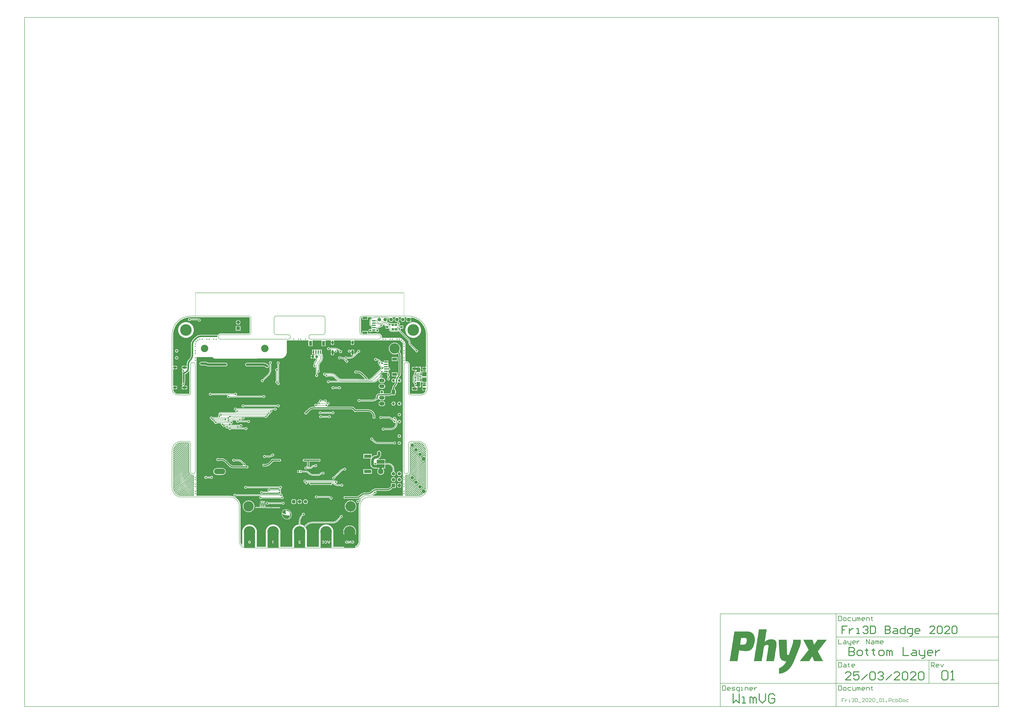
<source format=gbl>
G04*
G04 #@! TF.GenerationSoftware,Altium Limited,Altium Designer,20.0.13 (296)*
G04*
G04 Layer_Physical_Order=2*
G04 Layer_Color=3381759*
%FSLAX25Y25*%
%MOIN*%
G70*
G01*
G75*
%ADD10C,0.01968*%
%ADD11C,0.00984*%
%ADD12C,0.00394*%
%ADD13C,0.00787*%
%ADD15C,0.00591*%
%ADD16C,0.01575*%
%ADD33R,0.04331X0.03937*%
%ADD51C,0.01968*%
%ADD54R,0.13386X0.05906*%
%ADD101C,0.03543*%
%ADD128C,0.03937*%
%ADD132C,0.04724*%
%ADD137O,0.06102X0.03543*%
%ADD138R,0.05906X0.05906*%
%ADD139C,0.05906*%
%ADD140C,0.02559*%
%ADD141O,0.06299X0.03937*%
%ADD142O,0.08268X0.03937*%
%ADD143C,0.06000*%
G04:AMPARAMS|DCode=144|XSize=60mil|YSize=60mil|CornerRadius=15mil|HoleSize=0mil|Usage=FLASHONLY|Rotation=180.000|XOffset=0mil|YOffset=0mil|HoleType=Round|Shape=RoundedRectangle|*
%AMROUNDEDRECTD144*
21,1,0.06000,0.03000,0,0,180.0*
21,1,0.03000,0.06000,0,0,180.0*
1,1,0.03000,-0.01500,0.01500*
1,1,0.03000,0.01500,0.01500*
1,1,0.03000,0.01500,-0.01500*
1,1,0.03000,-0.01500,-0.01500*
%
%ADD144ROUNDEDRECTD144*%
%ADD145O,0.03937X0.06299*%
%ADD146O,0.03937X0.08268*%
%ADD147R,0.05906X0.05906*%
G04:AMPARAMS|DCode=148|XSize=59.06mil|YSize=59.06mil|CornerRadius=14.76mil|HoleSize=0mil|Usage=FLASHONLY|Rotation=130.000|XOffset=0mil|YOffset=0mil|HoleType=Round|Shape=RoundedRectangle|*
%AMROUNDEDRECTD148*
21,1,0.05906,0.02953,0,0,130.0*
21,1,0.02953,0.05906,0,0,130.0*
1,1,0.02953,0.00182,0.02080*
1,1,0.02953,0.02080,-0.00182*
1,1,0.02953,-0.00182,-0.02080*
1,1,0.02953,-0.02080,0.00182*
%
%ADD148ROUNDEDRECTD148*%
%ADD149P,0.08352X4X175.0*%
%ADD150C,0.19685*%
%ADD151C,0.17717*%
%ADD152C,0.04724*%
%ADD153O,0.09055X0.06299*%
%ADD154O,0.06299X0.09055*%
%ADD155C,0.12598*%
%ADD156O,0.18898X0.09449*%
%ADD157C,0.09449*%
%ADD158C,0.02756*%
%ADD159C,0.02756*%
%ADD160R,0.06102X0.02362*%
%ADD161R,0.07874X0.04724*%
%ADD162R,0.06299X0.08268*%
%ADD163R,0.07480X0.07480*%
%ADD164R,0.05315X0.01575*%
%ADD165R,0.07874X0.03937*%
%ADD166R,0.03937X0.03347*%
%ADD167R,0.03937X0.03347*%
%ADD168R,0.02362X0.06102*%
%ADD169R,0.04724X0.07874*%
%ADD170R,0.01968X0.02362*%
%ADD171R,0.12205X0.05512*%
%ADD172C,0.01000*%
G36*
X181402Y388295D02*
X185354D01*
X189307D01*
Y390913D01*
X189807Y391323D01*
X192213Y390845D01*
X194986Y390003D01*
X197663Y388895D01*
X200218Y387529D01*
X202627Y385919D01*
X204867Y384081D01*
X206916Y382032D01*
X208754Y379793D01*
X210364Y377383D01*
X211729Y374828D01*
X212838Y372151D01*
X213679Y369379D01*
X214244Y366537D01*
X214528Y363653D01*
X214528Y362205D01*
Y307523D01*
X214028Y307189D01*
X213757Y307301D01*
X212982Y307404D01*
X212301D01*
Y304410D01*
Y301415D01*
X212982D01*
X213757Y301517D01*
X214028Y301630D01*
X214528Y301296D01*
Y299799D01*
X212301D01*
Y295059D01*
X211801D01*
Y294559D01*
X207061D01*
Y292913D01*
X206561Y292613D01*
X205807Y292763D01*
X205298Y292661D01*
X204911Y292979D01*
Y297224D01*
X205336Y297406D01*
X205911D01*
Y302039D01*
X201762D01*
Y302539D01*
X201262D01*
Y307673D01*
X197612D01*
Y307493D01*
X197510Y307404D01*
X195844D01*
Y304409D01*
Y301415D01*
X196518D01*
X196567Y300915D01*
X196550Y300912D01*
X195801Y300412D01*
X195301Y299663D01*
X195125Y298780D01*
X195301Y297896D01*
X195556Y297514D01*
X195049Y297176D01*
X194527Y296394D01*
X194343Y295472D01*
X194421Y295085D01*
X194387Y295046D01*
X193444Y293505D01*
X192752Y291837D01*
X192331Y290080D01*
X192189Y288279D01*
X192195D01*
Y282276D01*
X192310Y281699D01*
X192636Y281211D01*
X194277Y279571D01*
X194229Y279331D01*
X194413Y278409D01*
X194935Y277628D01*
X195521Y277236D01*
X195301Y276907D01*
X195125Y276024D01*
X195301Y275140D01*
X195801Y274392D01*
X196550Y273891D01*
X196567Y273888D01*
X196518Y273388D01*
X195844D01*
Y270894D01*
X200438D01*
X200402Y271169D01*
X200103Y271891D01*
X199638Y272496D01*
X199648Y272566D01*
X199816Y272996D01*
X201262D01*
Y278130D01*
X201762D01*
Y278630D01*
X205911D01*
Y283264D01*
X205359D01*
X204927Y283429D01*
Y284717D01*
X201270D01*
Y285717D01*
X204927D01*
Y287004D01*
X204911D01*
Y287730D01*
X205298Y288047D01*
X205807Y287946D01*
X206561Y288096D01*
X207061Y287796D01*
Y286110D01*
X211801D01*
Y285610D01*
X212301D01*
Y280870D01*
X214528D01*
Y279201D01*
X214028Y278867D01*
X213804Y278960D01*
X213081Y279055D01*
X212301D01*
Y276260D01*
X211801D01*
Y275760D01*
X207792D01*
X207821Y275536D01*
X208101Y274862D01*
X208545Y274283D01*
X209124Y273839D01*
X209499Y273684D01*
Y273142D01*
X209123Y272987D01*
X208503Y272511D01*
X208027Y271891D01*
X207728Y271169D01*
X207692Y270894D01*
X211801D01*
Y270394D01*
X212301D01*
Y267400D01*
X212982D01*
X213727Y267498D01*
X213825Y267425D01*
X214105Y267105D01*
X213637Y265974D01*
X212779Y264690D01*
X211688Y263599D01*
X210404Y262741D01*
X208979Y262151D01*
X207465Y261850D01*
X206693D01*
X206691Y261849D01*
X206688Y261850D01*
X188976Y261810D01*
X188786D01*
X188413Y261884D01*
X188062Y262029D01*
X187746Y262241D01*
X187477Y262509D01*
X187266Y262825D01*
X187121Y263177D01*
X187046Y263550D01*
Y263740D01*
Y311024D01*
X187033Y311089D01*
X187042Y311155D01*
X187008Y311669D01*
X186957Y311860D01*
X186944Y312057D01*
X186678Y313050D01*
X186562Y313285D01*
X186478Y313534D01*
X185964Y314424D01*
X185791Y314621D01*
X185645Y314840D01*
X184918Y315566D01*
X184700Y315712D01*
X184502Y315885D01*
X183613Y316399D01*
X183364Y316483D01*
X183128Y316600D01*
X182136Y316866D01*
X181874Y316883D01*
X181616Y316934D01*
X180588D01*
X180331Y316883D01*
X180069Y316866D01*
X179923Y316827D01*
X179526Y317131D01*
Y347594D01*
X179377Y348724D01*
X178941Y349778D01*
X178247Y350682D01*
X173517Y355412D01*
X172613Y356106D01*
X171559Y356543D01*
X170429Y356692D01*
X139965D01*
X139661Y357088D01*
X139700Y357234D01*
X139717Y357496D01*
X139769Y357754D01*
Y358782D01*
X139717Y359039D01*
X139700Y359301D01*
X139434Y360294D01*
X139318Y360529D01*
X139234Y360778D01*
X138720Y361668D01*
X138547Y361865D01*
X138401Y362084D01*
X137674Y362810D01*
X137456Y362956D01*
X137259Y363129D01*
X136368Y363643D01*
X136120Y363728D01*
X135884Y363844D01*
X134892Y364110D01*
X134694Y364123D01*
X134503Y364174D01*
X133990Y364208D01*
X133924Y364199D01*
X133858Y364212D01*
X116043Y364212D01*
Y368307D01*
X106201D01*
Y364703D01*
X105736Y364286D01*
X105385Y364431D01*
X105069Y364643D01*
X104800Y364912D01*
X104589Y365228D01*
X104444Y365579D01*
X104369Y365952D01*
Y389954D01*
X104443Y390327D01*
X104589Y390678D01*
X104800Y390994D01*
X105069Y391263D01*
X105385Y391474D01*
X105736Y391620D01*
X106201Y391202D01*
Y387598D01*
X116043D01*
Y391694D01*
X122824D01*
X122959Y391213D01*
X122579Y390979D01*
X121479Y390040D01*
X121288Y389877D01*
X121115Y389712D01*
D01*
X120954Y389515D01*
X120115Y388493D01*
X119372Y387104D01*
X118915Y385595D01*
X118761Y384027D01*
X118774D01*
Y378937D01*
X118755D01*
X118931Y378054D01*
X119431Y377305D01*
X120180Y376805D01*
X121063Y376629D01*
Y376648D01*
X121949D01*
Y372260D01*
X121933D01*
Y371711D01*
X121485Y371489D01*
X121469Y371502D01*
X120798Y371779D01*
X120079Y371874D01*
X119359Y371779D01*
X118689Y371502D01*
X118113Y371060D01*
X117672Y370484D01*
X117394Y369814D01*
X117299Y369094D01*
X117394Y368375D01*
X117672Y367705D01*
X118113Y367129D01*
X118689Y366687D01*
X119359Y366409D01*
X120079Y366315D01*
X120798Y366409D01*
X121469Y366687D01*
X122044Y367129D01*
X122486Y367705D01*
X122566Y367898D01*
X125484D01*
Y370079D01*
X126484D01*
Y367898D01*
X129402D01*
X129482Y367705D01*
X129924Y367129D01*
X130500Y366687D01*
X131170Y366409D01*
X131890Y366315D01*
X132609Y366409D01*
X133280Y366687D01*
X133855Y367129D01*
X134297Y367705D01*
X134575Y368375D01*
X134669Y369094D01*
X134575Y369814D01*
X134297Y370484D01*
X133855Y371060D01*
X133280Y371502D01*
X132609Y371779D01*
X131890Y371874D01*
X131170Y371779D01*
X130500Y371502D01*
X130484Y371489D01*
X130035Y371711D01*
Y372260D01*
X130035Y372260D01*
X130035D01*
X130035Y372260D01*
X130153Y372711D01*
X130996D01*
Y372701D01*
X132766Y372841D01*
X134492Y373255D01*
X136132Y373935D01*
X137646Y374862D01*
X138227Y375359D01*
X138779Y375249D01*
X139701Y375432D01*
X140483Y375954D01*
X141005Y376736D01*
X141188Y377658D01*
X141100Y378098D01*
X141267Y378282D01*
X141542Y378442D01*
X143090Y377972D01*
X144593Y377169D01*
X145866Y376124D01*
X145866Y376124D01*
Y372342D01*
X151772D01*
Y372342D01*
X152239Y372263D01*
Y370472D01*
X152236D01*
X152347Y369624D01*
X152675Y368834D01*
X153195Y368156D01*
X153874Y367635D01*
X154664Y367308D01*
X155512Y367196D01*
Y367199D01*
X165748D01*
Y367176D01*
X166708Y367367D01*
X167522Y367911D01*
X167967Y368577D01*
X168027Y368598D01*
X168464Y368592D01*
X168520Y368573D01*
X169230Y367244D01*
X170306Y365933D01*
X170315Y365942D01*
X183081Y353176D01*
X183427Y352830D01*
X183742Y352460D01*
X184308Y351723D01*
X184851Y350413D01*
X184972Y349492D01*
X185008Y349007D01*
X185008D01*
X185133Y347744D01*
X185501Y346529D01*
X186100Y345409D01*
X186905Y344427D01*
X186907Y344429D01*
X189753Y341583D01*
X189753Y341579D01*
X189761Y341570D01*
X189763Y341572D01*
X190108Y341228D01*
X196457Y334879D01*
X196410Y334646D01*
X196594Y333724D01*
X197116Y332943D01*
X197897Y332420D01*
X198819Y332237D01*
X199741Y332420D01*
X200522Y332943D01*
X201044Y333724D01*
X201227Y334646D01*
X201044Y335567D01*
X200522Y336349D01*
X199741Y336871D01*
X198819Y337054D01*
X198586Y337008D01*
X191892Y343701D01*
X191892Y343701D01*
X189036Y346558D01*
X189014Y346572D01*
X188478Y347271D01*
X188131Y348109D01*
X188076Y348525D01*
X188033Y349007D01*
X188033D01*
X187871Y350652D01*
X187391Y352233D01*
X186612Y353690D01*
X185564Y354967D01*
X185556Y354959D01*
X185556Y354959D01*
X172444Y368071D01*
X172374Y368118D01*
X171526Y369222D01*
X171036Y370406D01*
X171517Y371126D01*
X171700Y372047D01*
X171942Y372342D01*
X175984D01*
Y377658D01*
X170079D01*
Y376108D01*
X168964D01*
Y376111D01*
X168910Y376104D01*
X168605Y376501D01*
X168719Y376776D01*
X169255Y379007D01*
X169289Y379443D01*
X169813Y379793D01*
X170335Y380574D01*
X170519Y381496D01*
X170335Y382418D01*
X169813Y383199D01*
X169032Y383721D01*
X168110Y383905D01*
X167189Y383721D01*
X166407Y383199D01*
X165885Y382418D01*
X165702Y381496D01*
X165621Y381398D01*
X160630D01*
Y381398D01*
X155315D01*
Y381398D01*
X154869Y381268D01*
X154815Y381256D01*
X154071Y381753D01*
X153150Y381936D01*
X152638Y381834D01*
X151721Y382618D01*
X150207Y383546D01*
X148567Y384225D01*
X148067Y384345D01*
X147963Y384834D01*
X148162Y384987D01*
X148793Y385810D01*
X149190Y386768D01*
X149325Y387795D01*
X149190Y388823D01*
X148793Y389781D01*
X148739Y389852D01*
X148852Y390056D01*
X149063Y390251D01*
X150609Y389781D01*
X151679Y389210D01*
X151519Y388823D01*
X151383Y387795D01*
X151519Y386768D01*
X151915Y385810D01*
X152546Y384987D01*
X153369Y384356D01*
X154327Y383960D01*
X155354Y383824D01*
X156382Y383960D01*
X157340Y384356D01*
X158162Y384987D01*
X158793Y385810D01*
X159190Y386768D01*
X159325Y387795D01*
X159190Y388823D01*
X158793Y389781D01*
X158162Y390603D01*
X157393Y391194D01*
X157399Y391374D01*
X157534Y391694D01*
X163175D01*
X163310Y391374D01*
X163316Y391194D01*
X162546Y390603D01*
X161915Y389781D01*
X161519Y388823D01*
X161383Y387795D01*
X161519Y386768D01*
X161915Y385810D01*
X162546Y384987D01*
X163369Y384356D01*
X164327Y383960D01*
X165354Y383824D01*
X166382Y383960D01*
X167340Y384356D01*
X168162Y384987D01*
X168793Y385810D01*
X169190Y386768D01*
X169325Y387795D01*
X169190Y388823D01*
X168793Y389781D01*
X168162Y390603D01*
X167393Y391194D01*
X167399Y391374D01*
X167534Y391694D01*
X173175D01*
X173310Y391374D01*
X173316Y391194D01*
X172546Y390603D01*
X171915Y389781D01*
X171519Y388823D01*
X171383Y387795D01*
X171519Y386768D01*
X171915Y385810D01*
X172546Y384987D01*
X173369Y384356D01*
X174327Y383960D01*
X175354Y383824D01*
X176382Y383960D01*
X177340Y384356D01*
X178162Y384987D01*
X178793Y385810D01*
X179190Y386768D01*
X179325Y387795D01*
X179190Y388823D01*
X178793Y389781D01*
X178162Y390603D01*
X177392Y391194D01*
X177399Y391374D01*
X177533Y391694D01*
X181402D01*
Y388295D01*
D02*
G37*
G36*
X-86051Y391620D02*
X-85700Y391474D01*
X-85384Y391263D01*
X-85115Y390994D01*
X-84904Y390678D01*
X-84758Y390327D01*
X-84684Y389954D01*
Y365952D01*
X-84758Y365579D01*
X-84904Y365228D01*
X-85115Y364912D01*
X-85384Y364643D01*
X-85700Y364431D01*
X-86051Y364286D01*
X-86424Y364212D01*
X-86614Y364212D01*
X-133858D01*
X-133924Y364199D01*
X-133990Y364208D01*
X-134503Y364174D01*
X-134694Y364123D01*
X-134892Y364110D01*
X-135884Y363844D01*
X-136120Y363728D01*
X-136368Y363643D01*
X-137259Y363129D01*
X-137456Y362956D01*
X-137674Y362810D01*
X-138401Y362084D01*
X-138547Y361865D01*
X-138720Y361668D01*
X-138925Y361314D01*
X-139411Y361200D01*
X-139826Y361477D01*
X-140748Y361660D01*
X-168307D01*
X-168387Y361645D01*
X-170169Y361504D01*
X-171985Y361068D01*
X-173711Y360353D01*
X-175304Y359378D01*
X-176663Y358216D01*
X-176731Y358171D01*
X-180861Y354041D01*
X-180899Y353985D01*
X-182119Y352556D01*
X-183135Y350897D01*
X-183880Y349099D01*
X-184334Y347207D01*
X-184482Y345334D01*
X-184495Y345267D01*
Y326977D01*
X-184473Y326866D01*
X-184609Y325489D01*
X-185043Y324059D01*
X-185747Y322741D01*
X-186625Y321672D01*
X-186719Y321609D01*
X-187750Y320577D01*
X-187788Y320520D01*
X-189008Y319092D01*
X-190025Y317432D01*
X-190770Y315635D01*
X-191224Y313743D01*
X-191372Y311870D01*
X-191385Y311803D01*
Y309327D01*
X-191885Y309055D01*
X-192404Y309270D01*
X-193179Y309372D01*
X-194844D01*
Y306378D01*
X-195344D01*
Y305878D01*
X-200438D01*
X-200402Y305603D01*
X-200103Y304881D01*
X-199627Y304261D01*
X-199007Y303785D01*
X-198285Y303486D01*
X-198015Y303450D01*
X-197998Y302944D01*
X-198316Y302881D01*
X-199065Y302380D01*
X-199565Y301631D01*
X-199741Y300748D01*
X-199565Y299865D01*
X-199065Y299116D01*
X-198950Y299039D01*
X-198853Y298549D01*
X-198977Y298363D01*
X-199160Y297441D01*
Y289865D01*
X-199259Y289370D01*
X-199160Y288875D01*
Y281299D01*
X-198977Y280378D01*
X-198853Y280191D01*
X-198950Y279701D01*
X-199065Y279624D01*
X-199565Y278875D01*
X-199741Y277992D01*
X-199565Y277109D01*
X-199065Y276360D01*
X-198316Y275860D01*
X-197998Y275796D01*
X-198015Y275290D01*
X-198285Y275254D01*
X-199007Y274955D01*
X-199627Y274479D01*
X-200103Y273859D01*
X-200402Y273137D01*
X-200438Y272862D01*
X-195844D01*
Y275356D01*
X-196518D01*
X-196567Y275856D01*
X-196550Y275860D01*
X-195801Y276360D01*
X-195301Y277109D01*
X-195125Y277992D01*
X-195301Y278875D01*
X-195556Y279257D01*
X-195049Y279596D01*
X-194527Y280378D01*
X-194343Y281299D01*
Y295328D01*
X-192793Y295798D01*
X-191049Y296730D01*
X-189520Y297985D01*
X-188266Y299514D01*
X-187546Y300859D01*
X-187046Y300734D01*
Y263740D01*
Y263550D01*
X-187120Y263177D01*
X-187266Y262825D01*
X-187477Y262509D01*
X-187746Y262241D01*
X-188062Y262029D01*
X-188413Y261884D01*
X-188684Y261830D01*
X-188771Y261839D01*
X-188874Y261829D01*
X-188976Y261850D01*
X-207465D01*
X-208979Y262151D01*
X-210404Y262741D01*
X-211688Y263599D01*
X-212779Y264690D01*
X-213637Y265974D01*
X-214227Y267400D01*
X-214528Y268913D01*
Y269248D01*
X-214028Y269583D01*
X-213757Y269470D01*
X-212982Y269368D01*
X-212301D01*
Y272362D01*
Y275356D01*
X-212982D01*
X-213757Y275254D01*
X-214028Y275142D01*
X-214528Y275476D01*
X-214528Y303264D01*
X-214028Y303598D01*
X-213757Y303486D01*
X-212982Y303384D01*
X-212301D01*
Y306378D01*
Y309372D01*
X-212982D01*
X-213757Y309270D01*
X-214028Y309158D01*
X-214528Y309492D01*
X-214528Y362205D01*
Y363653D01*
X-214244Y366537D01*
X-213679Y369379D01*
X-212838Y372151D01*
X-211729Y374828D01*
X-210364Y377383D01*
X-208754Y379793D01*
X-206916Y382032D01*
X-204867Y384081D01*
X-202627Y385919D01*
X-200218Y387529D01*
X-197663Y388895D01*
X-194986Y390003D01*
X-192213Y390845D01*
X-189372Y391410D01*
X-186488Y391694D01*
X-185039Y391694D01*
X-86614Y391694D01*
X-86424D01*
X-86051Y391620D01*
D02*
G37*
G36*
X37205Y352324D02*
Y342618D01*
X43898D01*
Y352324D01*
X53501D01*
X53643Y351824D01*
X53234Y351290D01*
X52935Y350568D01*
X52833Y349793D01*
Y349112D01*
X55827D01*
X58821D01*
Y349793D01*
X58719Y350568D01*
X58420Y351290D01*
X58011Y351824D01*
X58152Y352324D01*
X87517Y352324D01*
X87659Y351824D01*
X87249Y351290D01*
X86950Y350568D01*
X86848Y349793D01*
Y349112D01*
X89842D01*
X92837D01*
Y349793D01*
X92735Y350568D01*
X92435Y351290D01*
X92026Y351824D01*
X92168Y352324D01*
X133858Y352324D01*
X133858Y352324D01*
X170429D01*
X175158Y347594D01*
Y311024D01*
X175158Y311023D01*
X175158Y129921D01*
X175158Y129921D01*
Y88621D01*
X123727Y88621D01*
X123629Y89112D01*
X124057Y89289D01*
X125571Y90216D01*
X126921Y91370D01*
X126914Y91377D01*
X127679Y92142D01*
X128149Y92048D01*
X129071Y92232D01*
X129852Y92754D01*
X130375Y93535D01*
X130558Y94457D01*
X130375Y95378D01*
X129852Y96160D01*
X129287Y96537D01*
X129345Y97043D01*
X129374Y97081D01*
X130822Y97224D01*
X130914Y97206D01*
X148220D01*
X148233Y97208D01*
X150098Y97355D01*
X151930Y97795D01*
X153671Y98516D01*
X155277Y99500D01*
X156699Y100715D01*
X156710Y100722D01*
X158193Y102205D01*
X163228D01*
Y110079D01*
X155354D01*
Y105043D01*
X153872Y103561D01*
X153820Y103483D01*
X152676Y102544D01*
X151289Y101803D01*
X149785Y101347D01*
X148311Y101201D01*
X148220Y101220D01*
X130914D01*
X130901Y101217D01*
X129036Y101070D01*
X127204Y100630D01*
X125463Y99910D01*
X123857Y98925D01*
X122434Y97710D01*
X122424Y97703D01*
X121195Y96474D01*
X121143Y96397D01*
X119999Y95458D01*
X118612Y94716D01*
X117107Y94260D01*
X115634Y94115D01*
X115543Y94133D01*
X111229D01*
X111216Y94130D01*
X109351Y93984D01*
X107519Y93544D01*
X105778Y92823D01*
X104172Y91839D01*
X102750Y90624D01*
X102738Y90616D01*
X102297Y90175D01*
X102245Y90097D01*
X101101Y89158D01*
X99714Y88417D01*
X98210Y87961D01*
X96737Y87816D01*
X96645Y87834D01*
X78413D01*
X78087Y88052D01*
X77165Y88235D01*
X76244Y88052D01*
X75462Y87530D01*
X74940Y86748D01*
X74757Y85827D01*
X74940Y84905D01*
X75462Y84124D01*
X76244Y83602D01*
X77165Y83418D01*
X78087Y83602D01*
X78413Y83820D01*
X96645D01*
X96658Y83822D01*
X98523Y83969D01*
X100355Y84409D01*
X102096Y85130D01*
X102527Y85394D01*
X102839Y84999D01*
X99289Y81449D01*
X98819Y81542D01*
X97897Y81359D01*
X97116Y80837D01*
X96594Y80056D01*
X96410Y79134D01*
X96594Y78212D01*
X97116Y77431D01*
X97897Y76909D01*
X98819Y76725D01*
X99741Y76909D01*
X100522Y77431D01*
X101044Y78212D01*
X101227Y79134D01*
X101134Y79604D01*
X104201Y82671D01*
X104578Y82340D01*
X103424Y80837D01*
X103365Y80718D01*
X103278Y80619D01*
X102248Y78835D01*
X102206Y78709D01*
X102132Y78599D01*
X101344Y76696D01*
X101318Y76566D01*
X101259Y76448D01*
X100726Y74458D01*
X100717Y74326D01*
X100675Y74200D01*
X100406Y72158D01*
X100413Y72059D01*
X100390Y71962D01*
X100356Y70932D01*
X100362Y70899D01*
X100355Y70866D01*
Y11811D01*
Y11168D01*
X100187Y9894D01*
X99855Y8653D01*
X99363Y7466D01*
X98720Y6352D01*
X97938Y5333D01*
X97029Y4424D01*
X96010Y3642D01*
X94897Y2999D01*
X94458Y2818D01*
Y1293D01*
X93990Y1119D01*
X93027Y856D01*
X92045Y679D01*
X91050Y591D01*
X90551Y591D01*
X75542D01*
Y2007D01*
X57450D01*
X57450Y27559D01*
Y28333D01*
X57433Y28374D01*
X57445Y28417D01*
X57243Y29952D01*
X57221Y29990D01*
X57226Y30034D01*
X56826Y31529D01*
X56799Y31564D01*
Y31608D01*
X56206Y33039D01*
X56175Y33070D01*
X56169Y33114D01*
X55395Y34455D01*
X55360Y34481D01*
X55349Y34524D01*
X54406Y35752D01*
X54368Y35774D01*
X54351Y35815D01*
X53256Y36910D01*
X53215Y36927D01*
X53193Y36965D01*
X51965Y37908D01*
X51922Y37919D01*
X51895Y37954D01*
X50555Y38728D01*
X50511Y38734D01*
X50480Y38765D01*
X49049Y39358D01*
X49005D01*
X48970Y39385D01*
X47475Y39785D01*
X47431Y39780D01*
X47393Y39802D01*
X45858Y40004D01*
X45815Y39992D01*
X45774Y40009D01*
X45000Y40009D01*
X44226Y40009D01*
X44185Y39992D01*
X44142Y40004D01*
X42607Y39802D01*
X42569Y39780D01*
X42525Y39785D01*
X41030Y39385D01*
X40995Y39358D01*
X40951D01*
X39520Y38765D01*
X39489Y38734D01*
X39445Y38728D01*
X38105Y37954D01*
X38078Y37919D01*
X38035Y37908D01*
X36807Y36965D01*
X36784Y36927D01*
X36744Y36910D01*
X35649Y35815D01*
X35632Y35774D01*
X35594Y35752D01*
X34651Y34524D01*
X34640Y34481D01*
X34605Y34455D01*
X33831Y33114D01*
X33825Y33070D01*
X33794Y33039D01*
X33201Y31608D01*
Y31564D01*
X33174Y31529D01*
X32774Y30034D01*
X32779Y29990D01*
X32757Y29952D01*
X32555Y28417D01*
X32567Y28374D01*
X32550Y28333D01*
X32550Y27559D01*
X32550Y27559D01*
Y2007D01*
X12450D01*
X12450Y27559D01*
Y28333D01*
X12433Y28374D01*
X12445Y28417D01*
X12243Y29952D01*
X12221Y29990D01*
X12226Y30034D01*
X11826Y31529D01*
X11799Y31564D01*
Y31608D01*
X11206Y33039D01*
X11175Y33070D01*
X11169Y33114D01*
X10395Y34455D01*
X10360Y34481D01*
X10349Y34524D01*
X9681Y35395D01*
X12167Y37881D01*
X12205Y37937D01*
X13835Y39330D01*
X15720Y40485D01*
X17763Y41331D01*
X19913Y41848D01*
X21626Y41982D01*
X22117Y42002D01*
Y42002D01*
X56307Y42002D01*
Y41991D01*
X58145Y42136D01*
X59939Y42566D01*
X61642Y43272D01*
X63215Y44236D01*
X64248Y45118D01*
X64617Y45433D01*
X64620Y45437D01*
X64963Y45795D01*
X70396Y51228D01*
X70866Y51135D01*
X71788Y51318D01*
X72569Y51840D01*
X73091Y52622D01*
X73275Y53543D01*
X73091Y54465D01*
X72569Y55246D01*
X71788Y55769D01*
X70866Y55952D01*
X69944Y55769D01*
X69163Y55246D01*
X68641Y54465D01*
X68458Y53543D01*
X68551Y53073D01*
X63120Y47642D01*
X62767Y47289D01*
X62767Y47289D01*
X62401Y46964D01*
X61391Y46135D01*
X59809Y45289D01*
X58092Y44768D01*
X56371Y44599D01*
X56307Y44612D01*
X22117Y44612D01*
X22117Y44622D01*
X19939Y44480D01*
X17797Y44054D01*
X15730Y43352D01*
X13771Y42386D01*
X11956Y41173D01*
X10314Y39733D01*
X10322Y39726D01*
X7836Y37240D01*
X6965Y37908D01*
X6922Y37919D01*
X6895Y37954D01*
X5555Y38728D01*
X5511Y38734D01*
X5480Y38765D01*
X4049Y39358D01*
X4005D01*
X3970Y39385D01*
X2475Y39785D01*
X2431Y39780D01*
X2393Y39802D01*
X1305Y39945D01*
Y40843D01*
X1304Y40844D01*
X1305Y40846D01*
X1305Y40850D01*
Y44523D01*
X1304Y44524D01*
X1305Y44526D01*
X1305Y44530D01*
X1291Y44598D01*
X1462Y46765D01*
X1985Y48947D01*
X2844Y51020D01*
X4017Y52934D01*
X5156Y54268D01*
X5491Y54629D01*
X5491Y54630D01*
X6026Y55165D01*
X6496Y55072D01*
X7418Y55255D01*
X8199Y55777D01*
X8721Y56559D01*
X8905Y57480D01*
X8721Y58402D01*
X8199Y59183D01*
X7418Y59706D01*
X6496Y59889D01*
X5575Y59706D01*
X4793Y59183D01*
X4271Y58402D01*
X4088Y57480D01*
X4181Y57010D01*
X3997Y56825D01*
X3638Y56483D01*
X3635Y56480D01*
X3316Y56116D01*
X2177Y54817D01*
X949Y52979D01*
X-29Y50996D01*
X-740Y48902D01*
X-1171Y46734D01*
X-1316Y44528D01*
X-1316D01*
X-1305Y44525D01*
X-1305Y44520D01*
Y40848D01*
X-1304Y40846D01*
X-1305Y40845D01*
X-1305Y40840D01*
Y39945D01*
X-2393Y39802D01*
X-2431Y39780D01*
X-2475Y39785D01*
X-3970Y39385D01*
X-4005Y39358D01*
X-4049D01*
X-5480Y38765D01*
X-5511Y38734D01*
X-5555Y38728D01*
X-6896Y37954D01*
X-6922Y37919D01*
X-6965Y37908D01*
X-8193Y36965D01*
X-8215Y36927D01*
X-8256Y36910D01*
X-9351Y35815D01*
X-9368Y35774D01*
X-9406Y35752D01*
X-10349Y34524D01*
X-10360Y34481D01*
X-10395Y34455D01*
X-11169Y33114D01*
X-11175Y33070D01*
X-11206Y33039D01*
X-11799Y31608D01*
Y31564D01*
X-11826Y31529D01*
X-12226Y30034D01*
X-12221Y29990D01*
X-12243Y29952D01*
X-12445Y28417D01*
X-12433Y28374D01*
X-12450Y28333D01*
X-12450Y27559D01*
X-12450Y27559D01*
Y2007D01*
X-32550D01*
X-32550Y27559D01*
Y28333D01*
X-32567Y28374D01*
X-32555Y28417D01*
X-32757Y29952D01*
X-32779Y29990D01*
X-32774Y30034D01*
X-33174Y31529D01*
X-33201Y31564D01*
Y31608D01*
X-33794Y33039D01*
X-33825Y33070D01*
X-33831Y33114D01*
X-34605Y34455D01*
X-34640Y34481D01*
X-34651Y34524D01*
X-35594Y35752D01*
X-35632Y35774D01*
X-35649Y35815D01*
X-36744Y36910D01*
X-36785Y36927D01*
X-36807Y36965D01*
X-38035Y37908D01*
X-38078Y37919D01*
X-38105Y37954D01*
X-39445Y38728D01*
X-39489Y38734D01*
X-39520Y38765D01*
X-40951Y39358D01*
X-40995D01*
X-41030Y39385D01*
X-42525Y39785D01*
X-42569Y39780D01*
X-42607Y39802D01*
X-44142Y40004D01*
X-44185Y39992D01*
X-44226Y40009D01*
X-45000Y40009D01*
X-45774Y40009D01*
X-45815Y39992D01*
X-45858Y40004D01*
X-47393Y39802D01*
X-47431Y39780D01*
X-47475Y39785D01*
X-48970Y39385D01*
X-49005Y39358D01*
X-49049D01*
X-50480Y38765D01*
X-50511Y38734D01*
X-50555Y38728D01*
X-51896Y37954D01*
X-51922Y37919D01*
X-51965Y37908D01*
X-53193Y36965D01*
X-53215Y36927D01*
X-53256Y36910D01*
X-54351Y35815D01*
X-54368Y35774D01*
X-54406Y35752D01*
X-55349Y34524D01*
X-55360Y34481D01*
X-55395Y34455D01*
X-56169Y33114D01*
X-56175Y33070D01*
X-56206Y33039D01*
X-56799Y31608D01*
Y31564D01*
X-56826Y31529D01*
X-57226Y30034D01*
X-57221Y29990D01*
X-57243Y29952D01*
X-57445Y28417D01*
X-57433Y28374D01*
X-57450Y28333D01*
X-57450Y27559D01*
X-57450Y27559D01*
Y2007D01*
X-72550D01*
X-72550Y27559D01*
Y28333D01*
X-72567Y28374D01*
X-72555Y28417D01*
X-72757Y29952D01*
X-72779Y29990D01*
X-72774Y30034D01*
X-73174Y31529D01*
X-73201Y31564D01*
Y31608D01*
X-73794Y33039D01*
X-73825Y33070D01*
X-73831Y33114D01*
X-74605Y34455D01*
X-74640Y34481D01*
X-74651Y34524D01*
X-75594Y35752D01*
X-75632Y35774D01*
X-75649Y35815D01*
X-76744Y36910D01*
X-76785Y36927D01*
X-76807Y36965D01*
X-78035Y37908D01*
X-78078Y37919D01*
X-78105Y37954D01*
X-79445Y38728D01*
X-79489Y38734D01*
X-79520Y38765D01*
X-80951Y39358D01*
X-80995D01*
X-81030Y39385D01*
X-82525Y39785D01*
X-82569Y39780D01*
X-82607Y39802D01*
X-84143Y40004D01*
X-84185Y39992D01*
X-84226Y40009D01*
X-85000Y40009D01*
X-85774Y40009D01*
X-85815Y39992D01*
X-85858Y40004D01*
X-87393Y39802D01*
X-87431Y39780D01*
X-87475Y39785D01*
X-88970Y39385D01*
X-89005Y39358D01*
X-89049D01*
X-90480Y38765D01*
X-90511Y38734D01*
X-90555Y38728D01*
X-91896Y37954D01*
X-91922Y37919D01*
X-91965Y37908D01*
X-93193Y36965D01*
X-93216Y36927D01*
X-93256Y36910D01*
X-94351Y35815D01*
X-94368Y35774D01*
X-94406Y35752D01*
X-95349Y34524D01*
X-95360Y34481D01*
X-95395Y34455D01*
X-96169Y33114D01*
X-96175Y33070D01*
X-96206Y33039D01*
X-96799Y31608D01*
Y31564D01*
X-96826Y31529D01*
X-97226Y30034D01*
X-97221Y29990D01*
X-97243Y29952D01*
X-97445Y28417D01*
X-97433Y28374D01*
X-97450Y28333D01*
X-97450Y27559D01*
X-97450Y27559D01*
Y5650D01*
X-97886Y5342D01*
X-97950Y5349D01*
X-98720Y6352D01*
X-99363Y7465D01*
X-99855Y8653D01*
X-100187Y9894D01*
X-100355Y11168D01*
Y11811D01*
Y70866D01*
X-100362Y70899D01*
X-100356Y70932D01*
X-100390Y71962D01*
X-100413Y72059D01*
X-100406Y72158D01*
X-100675Y74200D01*
X-100717Y74326D01*
X-100726Y74458D01*
X-101259Y76448D01*
X-101318Y76566D01*
X-101344Y76696D01*
X-102132Y78599D01*
X-102206Y78709D01*
X-102248Y78835D01*
X-103278Y80619D01*
X-103365Y80718D01*
X-103424Y80837D01*
X-104678Y82471D01*
X-104778Y82559D01*
X-104851Y82669D01*
X-106308Y84125D01*
X-106418Y84199D01*
X-106505Y84298D01*
X-108139Y85552D01*
X-108258Y85611D01*
X-108358Y85698D01*
X-110142Y86728D01*
X-110267Y86771D01*
X-110377Y86844D01*
X-112280Y87633D01*
X-112410Y87659D01*
X-112529Y87717D01*
X-114518Y88250D01*
X-114651Y88259D01*
X-114776Y88301D01*
X-116818Y88570D01*
X-116918Y88564D01*
X-117015Y88586D01*
X-118044Y88620D01*
X-118078Y88615D01*
X-118110Y88621D01*
X-175158Y88621D01*
Y129921D01*
X-175158Y129921D01*
X-175158Y311023D01*
X-175158Y311024D01*
Y324164D01*
X-147903Y324164D01*
X-146121Y322383D01*
X-146121Y322383D01*
X-146121Y322383D01*
X-146028Y322289D01*
X-145967Y322264D01*
X-145931Y322210D01*
X-145711Y322062D01*
X-145647Y322050D01*
X-145600Y322004D01*
X-145356Y321902D01*
X-145290D01*
X-145236Y321866D01*
X-144976Y321814D01*
X-144912Y321827D01*
X-144852Y321802D01*
X-144457D01*
X-144410Y321731D01*
X-144085Y321514D01*
X-143701Y321438D01*
X-72834D01*
X-72450Y321514D01*
X-72125Y321731D01*
X-72078Y321802D01*
X-31456D01*
X-31396Y321827D01*
X-31331Y321814D01*
X-29399Y322198D01*
X-29345Y322235D01*
X-29279D01*
X-27460Y322989D01*
X-27413Y323035D01*
X-27349Y323048D01*
X-25711Y324142D01*
X-25675Y324197D01*
X-25614Y324222D01*
X-24221Y325615D01*
X-24196Y325675D01*
X-24142Y325711D01*
X-23048Y327349D01*
X-23035Y327413D01*
X-22988Y327460D01*
X-22235Y329280D01*
Y329345D01*
X-22198Y329399D01*
X-21814Y331331D01*
X-21827Y331396D01*
X-21802Y331456D01*
Y332441D01*
Y351867D01*
X-21654Y352324D01*
X-9843D01*
X-9843Y352324D01*
X-9842Y352324D01*
X-1969D01*
X-1969Y352324D01*
X-1968Y352324D01*
X1968D01*
X1969Y352324D01*
X1969Y352324D01*
X9842D01*
X9843Y352324D01*
X9843Y352324D01*
X15157D01*
Y342618D01*
X21850D01*
Y352324D01*
X37205D01*
D02*
G37*
G36*
X47662Y36143D02*
X49331Y35480D01*
X50846Y34516D01*
X52153Y33283D01*
X53205Y31828D01*
X53965Y30200D01*
X54405Y28459D01*
X54458Y27563D01*
Y15748D01*
Y591D01*
X35542D01*
Y15748D01*
Y27563D01*
X35542Y27563D01*
X35595Y28459D01*
X36035Y30200D01*
X36795Y31828D01*
X37847Y33283D01*
X39154Y34516D01*
X40669Y35480D01*
X42338Y36143D01*
X44102Y36480D01*
X45898D01*
X47662Y36143D01*
D02*
G37*
G36*
X2662D02*
X4331Y35480D01*
X5846Y34516D01*
X7153Y33283D01*
X8205Y31828D01*
X8965Y30200D01*
X9405Y28459D01*
X9458Y27563D01*
Y15748D01*
Y591D01*
X-9458D01*
Y15748D01*
Y27563D01*
X-9458Y27563D01*
X-9405Y28459D01*
X-8965Y30200D01*
X-8205Y31828D01*
X-7153Y33283D01*
X-5846Y34516D01*
X-4331Y35480D01*
X-2662Y36143D01*
X-898Y36480D01*
X898D01*
X2662Y36143D01*
D02*
G37*
G36*
X-42338D02*
X-40669Y35480D01*
X-39154Y34516D01*
X-37847Y33283D01*
X-36795Y31828D01*
X-36035Y30200D01*
X-35595Y28459D01*
X-35542Y27563D01*
Y15748D01*
Y591D01*
X-54458D01*
Y15748D01*
Y27563D01*
X-54458Y27563D01*
X-54405Y28459D01*
X-53965Y30200D01*
X-53205Y31828D01*
X-52153Y33283D01*
X-50846Y34516D01*
X-49331Y35480D01*
X-47662Y36143D01*
X-45898Y36480D01*
X-44102D01*
X-42338Y36143D01*
D02*
G37*
G36*
X-82338D02*
X-80669Y35480D01*
X-79154Y34516D01*
X-77847Y33283D01*
X-76795Y31828D01*
X-76035Y30200D01*
X-75595Y28459D01*
X-75542Y27563D01*
Y15748D01*
Y591D01*
X-90551D01*
X-91050Y591D01*
X-92045Y679D01*
X-93027Y856D01*
X-93990Y1119D01*
X-94458Y1293D01*
X-94458D01*
X-94458Y17717D01*
Y27563D01*
X-94458Y27563D01*
X-94405Y28459D01*
X-93965Y30200D01*
X-93205Y31828D01*
X-92153Y33283D01*
X-90846Y34516D01*
X-89331Y35480D01*
X-87662Y36143D01*
X-85898Y36480D01*
X-84102D01*
X-82338Y36143D01*
D02*
G37*
G36*
X895101Y-155808D02*
X894814D01*
Y-156094D01*
X894528D01*
Y-156380D01*
Y-156667D01*
X894242D01*
Y-156953D01*
X893955D01*
Y-157239D01*
X893669D01*
Y-157526D01*
Y-157812D01*
X893383D01*
Y-158098D01*
X893096D01*
Y-158385D01*
X892810D01*
Y-158671D01*
X892524D01*
Y-158957D01*
Y-159244D01*
X892237D01*
Y-159530D01*
X891951D01*
Y-159816D01*
X891665D01*
Y-160102D01*
Y-160389D01*
X891378D01*
Y-160675D01*
X891092D01*
Y-160961D01*
X890806D01*
Y-161248D01*
X890520D01*
Y-161534D01*
Y-161820D01*
X890233D01*
Y-162107D01*
X889947D01*
Y-162393D01*
X889661D01*
Y-162679D01*
Y-162966D01*
X889374D01*
Y-163252D01*
X889088D01*
Y-163538D01*
X888802D01*
Y-163824D01*
Y-164111D01*
X888515D01*
Y-164397D01*
X888229D01*
Y-164683D01*
X887943D01*
Y-164970D01*
X887656D01*
Y-165256D01*
Y-165542D01*
X887370D01*
Y-165829D01*
X887084D01*
Y-166115D01*
X886798D01*
Y-166401D01*
Y-166688D01*
X886511D01*
Y-166974D01*
X886225D01*
Y-167260D01*
X885939D01*
Y-167547D01*
Y-167833D01*
X885652D01*
Y-168119D01*
X885366D01*
Y-168405D01*
X885080D01*
Y-168692D01*
X884793D01*
Y-168978D01*
Y-169264D01*
X884507D01*
Y-169551D01*
X884221D01*
Y-169837D01*
X883934D01*
Y-170123D01*
Y-170410D01*
X883648D01*
Y-170696D01*
X883362D01*
Y-170982D01*
X883076D01*
Y-171269D01*
Y-171555D01*
X882789D01*
Y-171841D01*
X882503D01*
Y-172127D01*
X882216D01*
Y-172414D01*
X881930D01*
Y-172700D01*
Y-172986D01*
X881644D01*
Y-173273D01*
X881358D01*
Y-173559D01*
X881071D01*
Y-173845D01*
Y-174132D01*
X880785D01*
Y-174418D01*
X880499D01*
Y-174704D01*
X880212D01*
Y-174991D01*
X879926D01*
Y-175277D01*
Y-175563D01*
X880212D01*
Y-175850D01*
Y-176136D01*
X880499D01*
Y-176422D01*
Y-176709D01*
X880785D01*
Y-176995D01*
X881071D01*
Y-177281D01*
Y-177568D01*
X881358D01*
Y-177854D01*
Y-178140D01*
X881644D01*
Y-178426D01*
Y-178713D01*
X881930D01*
Y-178999D01*
Y-179285D01*
X882216D01*
Y-179572D01*
Y-179858D01*
X882503D01*
Y-180144D01*
Y-180431D01*
X882789D01*
Y-180717D01*
Y-181003D01*
X883076D01*
Y-181290D01*
Y-181576D01*
X883362D01*
Y-181862D01*
X883648D01*
Y-182149D01*
Y-182435D01*
X883934D01*
Y-182721D01*
Y-183007D01*
X884221D01*
Y-183294D01*
Y-183580D01*
X884507D01*
Y-183866D01*
Y-184153D01*
X884793D01*
Y-184439D01*
Y-184725D01*
X885080D01*
Y-185012D01*
Y-185298D01*
X885366D01*
Y-185584D01*
Y-185871D01*
X885652D01*
Y-186157D01*
X885939D01*
Y-186443D01*
Y-186730D01*
X886225D01*
Y-187016D01*
Y-187302D01*
X886511D01*
Y-187588D01*
Y-187875D01*
X886798D01*
Y-188161D01*
Y-188447D01*
X887084D01*
Y-188734D01*
Y-189020D01*
X887370D01*
Y-189306D01*
Y-189593D01*
X887656D01*
Y-189879D01*
Y-190165D01*
X887943D01*
Y-190452D01*
X888229D01*
Y-190738D01*
Y-191024D01*
X888515D01*
Y-191311D01*
Y-191597D01*
X888802D01*
Y-191883D01*
X873627D01*
Y-191597D01*
X873341D01*
Y-191311D01*
Y-191024D01*
Y-190738D01*
X873055D01*
Y-190452D01*
Y-190165D01*
Y-189879D01*
X872768D01*
Y-189593D01*
Y-189306D01*
X872482D01*
Y-189020D01*
Y-188734D01*
Y-188447D01*
X872196D01*
Y-188161D01*
Y-187875D01*
Y-187588D01*
X871909D01*
Y-187302D01*
Y-187016D01*
X871623D01*
Y-186730D01*
Y-186443D01*
Y-186157D01*
X871337D01*
Y-185871D01*
Y-185584D01*
Y-185298D01*
X871050D01*
Y-185012D01*
Y-184725D01*
Y-184439D01*
X870764D01*
Y-184153D01*
X870191D01*
Y-184439D01*
Y-184725D01*
X869905D01*
Y-185012D01*
X869619D01*
Y-185298D01*
Y-185584D01*
X869332D01*
Y-185871D01*
X869046D01*
Y-186157D01*
Y-186443D01*
X868760D01*
Y-186730D01*
X868474D01*
Y-187016D01*
Y-187302D01*
X868187D01*
Y-187588D01*
X867901D01*
Y-187875D01*
X867615D01*
Y-188161D01*
Y-188447D01*
X867328D01*
Y-188734D01*
X867042D01*
Y-189020D01*
Y-189306D01*
X866756D01*
Y-189593D01*
X866469D01*
Y-189879D01*
Y-190165D01*
X866183D01*
Y-190452D01*
X865897D01*
Y-190738D01*
Y-191024D01*
X865610D01*
Y-191311D01*
X865324D01*
Y-191597D01*
Y-191883D01*
X849290D01*
Y-191597D01*
X849577D01*
Y-191311D01*
X849863D01*
Y-191024D01*
X850150D01*
Y-190738D01*
X850436D01*
Y-190452D01*
Y-190165D01*
X850722D01*
Y-189879D01*
X851008D01*
Y-189593D01*
X851295D01*
Y-189306D01*
X851581D01*
Y-189020D01*
Y-188734D01*
X851867D01*
Y-188447D01*
X852154D01*
Y-188161D01*
X852440D01*
Y-187875D01*
Y-187588D01*
X852726D01*
Y-187302D01*
X853013D01*
Y-187016D01*
X853299D01*
Y-186730D01*
X853585D01*
Y-186443D01*
Y-186157D01*
X853872D01*
Y-185871D01*
X854158D01*
Y-185584D01*
X854444D01*
Y-185298D01*
X854731D01*
Y-185012D01*
Y-184725D01*
X855017D01*
Y-184439D01*
X855303D01*
Y-184153D01*
X855589D01*
Y-183866D01*
Y-183580D01*
X855876D01*
Y-183294D01*
X856162D01*
Y-183007D01*
X856448D01*
Y-182721D01*
X856735D01*
Y-182435D01*
Y-182149D01*
X857021D01*
Y-181862D01*
X857307D01*
Y-181576D01*
X857594D01*
Y-181290D01*
Y-181003D01*
X857880D01*
Y-180717D01*
X858166D01*
Y-180431D01*
X858453D01*
Y-180144D01*
X858739D01*
Y-179858D01*
Y-179572D01*
X859025D01*
Y-179285D01*
X859311D01*
Y-178999D01*
X859598D01*
Y-178713D01*
Y-178426D01*
X859884D01*
Y-178140D01*
X860170D01*
Y-177854D01*
X860457D01*
Y-177568D01*
X860743D01*
Y-177281D01*
Y-176995D01*
X861029D01*
Y-176709D01*
X861316D01*
Y-176422D01*
X861602D01*
Y-176136D01*
X861888D01*
Y-175850D01*
Y-175563D01*
X862175D01*
Y-175277D01*
X862461D01*
Y-174991D01*
X862747D01*
Y-174704D01*
Y-174418D01*
X863034D01*
Y-174132D01*
X863320D01*
Y-173845D01*
X863606D01*
Y-173559D01*
X863892D01*
Y-173273D01*
Y-172986D01*
X864179D01*
Y-172700D01*
Y-172414D01*
Y-172127D01*
X863892D01*
Y-171841D01*
X863606D01*
Y-171555D01*
Y-171269D01*
X863320D01*
Y-170982D01*
Y-170696D01*
X863034D01*
Y-170410D01*
Y-170123D01*
X862747D01*
Y-169837D01*
Y-169551D01*
X862461D01*
Y-169264D01*
Y-168978D01*
X862175D01*
Y-168692D01*
Y-168405D01*
X861888D01*
Y-168119D01*
X861602D01*
Y-167833D01*
Y-167547D01*
X861316D01*
Y-167260D01*
Y-166974D01*
X861029D01*
Y-166688D01*
Y-166401D01*
X860743D01*
Y-166115D01*
Y-165829D01*
X860457D01*
Y-165542D01*
Y-165256D01*
X860170D01*
Y-164970D01*
Y-164683D01*
X859884D01*
Y-164397D01*
X859598D01*
Y-164111D01*
Y-163824D01*
X859311D01*
Y-163538D01*
Y-163252D01*
X859025D01*
Y-162966D01*
Y-162679D01*
X858739D01*
Y-162393D01*
Y-162107D01*
X858453D01*
Y-161820D01*
Y-161534D01*
X858166D01*
Y-161248D01*
Y-160961D01*
X857880D01*
Y-160675D01*
Y-160389D01*
X857594D01*
Y-160102D01*
X857307D01*
Y-159816D01*
Y-159530D01*
X857021D01*
Y-159244D01*
Y-158957D01*
X856735D01*
Y-158671D01*
Y-158385D01*
X856448D01*
Y-158098D01*
Y-157812D01*
X856162D01*
Y-157526D01*
Y-157239D01*
X855876D01*
Y-156953D01*
Y-156667D01*
X855589D01*
Y-156380D01*
X855303D01*
Y-156094D01*
Y-155808D01*
X855017D01*
Y-155521D01*
X870764D01*
Y-155808D01*
X871050D01*
Y-156094D01*
Y-156380D01*
Y-156667D01*
X871337D01*
Y-156953D01*
Y-157239D01*
Y-157526D01*
X871623D01*
Y-157812D01*
Y-158098D01*
Y-158385D01*
X871909D01*
Y-158671D01*
Y-158957D01*
Y-159244D01*
X872196D01*
Y-159530D01*
Y-159816D01*
Y-160102D01*
X872482D01*
Y-160389D01*
Y-160675D01*
Y-160961D01*
X872768D01*
Y-161248D01*
Y-161534D01*
Y-161820D01*
X873055D01*
Y-162107D01*
Y-162393D01*
Y-162679D01*
X873341D01*
Y-162966D01*
Y-163252D01*
Y-163538D01*
Y-163824D01*
X873913D01*
Y-163538D01*
X874200D01*
Y-163252D01*
X874486D01*
Y-162966D01*
Y-162679D01*
X874772D01*
Y-162393D01*
X875059D01*
Y-162107D01*
Y-161820D01*
X875345D01*
Y-161534D01*
X875631D01*
Y-161248D01*
Y-160961D01*
X875918D01*
Y-160675D01*
X876204D01*
Y-160389D01*
Y-160102D01*
X876490D01*
Y-159816D01*
X876777D01*
Y-159530D01*
Y-159244D01*
X877063D01*
Y-158957D01*
X877349D01*
Y-158671D01*
Y-158385D01*
X877635D01*
Y-158098D01*
X877922D01*
Y-157812D01*
Y-157526D01*
X878208D01*
Y-157239D01*
X878494D01*
Y-156953D01*
Y-156667D01*
X878781D01*
Y-156380D01*
X879067D01*
Y-156094D01*
Y-155808D01*
X879353D01*
Y-155521D01*
X895101D01*
Y-155808D01*
D02*
G37*
G36*
X761965Y-141778D02*
X763683D01*
Y-142065D01*
X764542D01*
Y-142351D01*
X765401D01*
Y-142637D01*
X766260D01*
Y-142924D01*
X766832D01*
Y-143210D01*
X767119D01*
Y-143496D01*
X767691D01*
Y-143783D01*
X767978D01*
Y-144069D01*
X768550D01*
Y-144355D01*
X768837D01*
Y-144641D01*
X769123D01*
Y-144928D01*
X769409D01*
Y-145214D01*
X769696D01*
Y-145501D01*
X769982D01*
Y-145787D01*
X770268D01*
Y-146073D01*
Y-146359D01*
X770554D01*
Y-146646D01*
X770841D01*
Y-146932D01*
Y-147218D01*
X771127D01*
Y-147505D01*
X771414D01*
Y-147791D01*
Y-148077D01*
X771700D01*
Y-148364D01*
Y-148650D01*
Y-148936D01*
X771986D01*
Y-149223D01*
Y-149509D01*
Y-149795D01*
X772272D01*
Y-150082D01*
Y-150368D01*
Y-150654D01*
Y-150940D01*
X772559D01*
Y-151227D01*
Y-151513D01*
Y-151799D01*
Y-152086D01*
Y-152372D01*
X772845D01*
Y-152658D01*
Y-152945D01*
Y-153231D01*
Y-153517D01*
Y-153804D01*
Y-154090D01*
Y-154376D01*
Y-154663D01*
Y-154949D01*
Y-155235D01*
Y-155521D01*
Y-155808D01*
Y-156094D01*
Y-156380D01*
Y-156667D01*
Y-156953D01*
Y-157239D01*
Y-157526D01*
Y-157812D01*
Y-158098D01*
X772559D01*
Y-158385D01*
Y-158671D01*
Y-158957D01*
Y-159244D01*
Y-159530D01*
Y-159816D01*
Y-160102D01*
X772272D01*
Y-160389D01*
Y-160675D01*
Y-160961D01*
Y-161248D01*
Y-161534D01*
X771986D01*
Y-161820D01*
Y-162107D01*
Y-162393D01*
Y-162679D01*
Y-162966D01*
X771700D01*
Y-163252D01*
Y-163538D01*
Y-163824D01*
X771414D01*
Y-164111D01*
Y-164397D01*
Y-164683D01*
Y-164970D01*
X771127D01*
Y-165256D01*
Y-165542D01*
Y-165829D01*
X770841D01*
Y-166115D01*
Y-166401D01*
X770554D01*
Y-166688D01*
Y-166974D01*
Y-167260D01*
X770268D01*
Y-167547D01*
Y-167833D01*
X769982D01*
Y-168119D01*
Y-168405D01*
X769696D01*
Y-168692D01*
Y-168978D01*
X769409D01*
Y-169264D01*
X769123D01*
Y-169551D01*
Y-169837D01*
X768837D01*
Y-170123D01*
X768550D01*
Y-170410D01*
X768264D01*
Y-170696D01*
Y-170982D01*
X767978D01*
Y-171269D01*
X767691D01*
Y-171555D01*
X767405D01*
Y-171841D01*
X767119D01*
Y-172127D01*
X766832D01*
Y-172414D01*
X766260D01*
Y-172700D01*
X765974D01*
Y-172986D01*
X765401D01*
Y-173273D01*
X765115D01*
Y-173559D01*
X764542D01*
Y-173845D01*
X763683D01*
Y-174132D01*
X762824D01*
Y-174418D01*
X761965D01*
Y-174704D01*
X760247D01*
Y-174991D01*
X755094D01*
Y-174704D01*
X752517D01*
Y-174418D01*
X750513D01*
Y-174132D01*
X749081D01*
Y-173845D01*
X747649D01*
Y-173559D01*
X746218D01*
Y-173845D01*
Y-174132D01*
Y-174418D01*
Y-174704D01*
Y-174991D01*
Y-175277D01*
Y-175563D01*
X745932D01*
Y-175850D01*
Y-176136D01*
Y-176422D01*
Y-176709D01*
Y-176995D01*
Y-177281D01*
X745645D01*
Y-177568D01*
Y-177854D01*
Y-178140D01*
Y-178426D01*
Y-178713D01*
Y-178999D01*
X745359D01*
Y-179285D01*
Y-179572D01*
Y-179858D01*
Y-180144D01*
Y-180431D01*
Y-180717D01*
Y-181003D01*
X745073D01*
Y-181290D01*
Y-181576D01*
Y-181862D01*
Y-182149D01*
Y-182435D01*
Y-182721D01*
X744786D01*
Y-183007D01*
Y-183294D01*
Y-183580D01*
Y-183866D01*
Y-184153D01*
Y-184439D01*
X744500D01*
Y-184725D01*
Y-185012D01*
Y-185298D01*
Y-185584D01*
Y-185871D01*
Y-186157D01*
Y-186443D01*
X744214D01*
Y-186730D01*
Y-187016D01*
Y-187302D01*
Y-187588D01*
Y-187875D01*
Y-188161D01*
X743927D01*
Y-188447D01*
Y-188734D01*
Y-189020D01*
Y-189306D01*
Y-189593D01*
Y-189879D01*
X743641D01*
Y-190165D01*
Y-190452D01*
Y-190738D01*
Y-191024D01*
Y-191311D01*
Y-191597D01*
Y-191883D01*
X730184D01*
Y-191597D01*
X730471D01*
Y-191311D01*
Y-191024D01*
Y-190738D01*
Y-190452D01*
Y-190165D01*
X730757D01*
Y-189879D01*
Y-189593D01*
Y-189306D01*
Y-189020D01*
Y-188734D01*
Y-188447D01*
Y-188161D01*
X731043D01*
Y-187875D01*
Y-187588D01*
Y-187302D01*
Y-187016D01*
Y-186730D01*
Y-186443D01*
X731330D01*
Y-186157D01*
Y-185871D01*
Y-185584D01*
Y-185298D01*
Y-185012D01*
Y-184725D01*
X731616D01*
Y-184439D01*
Y-184153D01*
Y-183866D01*
Y-183580D01*
Y-183294D01*
Y-183007D01*
Y-182721D01*
X731902D01*
Y-182435D01*
Y-182149D01*
Y-181862D01*
Y-181576D01*
Y-181290D01*
Y-181003D01*
X732189D01*
Y-180717D01*
Y-180431D01*
Y-180144D01*
Y-179858D01*
Y-179572D01*
Y-179285D01*
X732475D01*
Y-178999D01*
Y-178713D01*
Y-178426D01*
Y-178140D01*
Y-177854D01*
Y-177568D01*
X732761D01*
Y-177281D01*
Y-176995D01*
Y-176709D01*
Y-176422D01*
Y-176136D01*
Y-175850D01*
Y-175563D01*
X733047D01*
Y-175277D01*
Y-174991D01*
Y-174704D01*
Y-174418D01*
Y-174132D01*
Y-173845D01*
X733334D01*
Y-173559D01*
Y-173273D01*
Y-172986D01*
Y-172700D01*
Y-172414D01*
Y-172127D01*
X733620D01*
Y-171841D01*
Y-171555D01*
Y-171269D01*
Y-170982D01*
Y-170696D01*
Y-170410D01*
X733907D01*
Y-170123D01*
Y-169837D01*
Y-169551D01*
Y-169264D01*
Y-168978D01*
Y-168692D01*
Y-168405D01*
X734193D01*
Y-168119D01*
Y-167833D01*
Y-167547D01*
Y-167260D01*
Y-166974D01*
Y-166688D01*
X734479D01*
Y-166401D01*
Y-166115D01*
Y-165829D01*
Y-165542D01*
Y-165256D01*
Y-164970D01*
X734765D01*
Y-164683D01*
Y-164397D01*
Y-164111D01*
Y-163824D01*
Y-163538D01*
Y-163252D01*
Y-162966D01*
X735052D01*
Y-162679D01*
Y-162393D01*
Y-162107D01*
Y-161820D01*
Y-161534D01*
Y-161248D01*
X735338D01*
Y-160961D01*
Y-160675D01*
Y-160389D01*
Y-160102D01*
Y-159816D01*
Y-159530D01*
X735624D01*
Y-159244D01*
Y-158957D01*
Y-158671D01*
Y-158385D01*
Y-158098D01*
Y-157812D01*
X735911D01*
Y-157526D01*
Y-157239D01*
Y-156953D01*
Y-156667D01*
Y-156380D01*
Y-156094D01*
Y-155808D01*
X736197D01*
Y-155521D01*
Y-155235D01*
Y-154949D01*
Y-154663D01*
Y-154376D01*
Y-154090D01*
X736483D01*
Y-153804D01*
Y-153517D01*
Y-153231D01*
Y-152945D01*
Y-152658D01*
Y-152372D01*
X736770D01*
Y-152086D01*
Y-151799D01*
Y-151513D01*
Y-151227D01*
Y-150940D01*
Y-150654D01*
Y-150368D01*
X737056D01*
Y-150082D01*
Y-149795D01*
Y-149509D01*
Y-149223D01*
Y-148936D01*
Y-148650D01*
X737342D01*
Y-148364D01*
Y-148077D01*
Y-147791D01*
Y-147505D01*
Y-147218D01*
Y-146932D01*
X737629D01*
Y-146646D01*
Y-146359D01*
Y-146073D01*
Y-145787D01*
Y-145501D01*
Y-145214D01*
Y-144928D01*
X737915D01*
Y-144641D01*
Y-144355D01*
Y-144069D01*
Y-143783D01*
Y-143496D01*
Y-143210D01*
X738201D01*
Y-142924D01*
Y-142637D01*
Y-142351D01*
Y-142065D01*
Y-141778D01*
Y-141492D01*
X761965D01*
Y-141778D01*
D02*
G37*
G36*
X851008Y-155808D02*
Y-156094D01*
Y-156380D01*
Y-156667D01*
Y-156953D01*
Y-157239D01*
Y-157526D01*
Y-157812D01*
Y-158098D01*
Y-158385D01*
Y-158671D01*
Y-158957D01*
Y-159244D01*
Y-159530D01*
Y-159816D01*
Y-160102D01*
Y-160389D01*
Y-160675D01*
Y-160961D01*
Y-161248D01*
Y-161534D01*
X850722D01*
Y-161820D01*
Y-162107D01*
Y-162393D01*
Y-162679D01*
Y-162966D01*
X850436D01*
Y-163252D01*
Y-163538D01*
Y-163824D01*
Y-164111D01*
X850150D01*
Y-164397D01*
Y-164683D01*
Y-164970D01*
Y-165256D01*
X849863D01*
Y-165542D01*
Y-165829D01*
Y-166115D01*
X849577D01*
Y-166401D01*
Y-166688D01*
Y-166974D01*
X849290D01*
Y-167260D01*
Y-167547D01*
Y-167833D01*
X849004D01*
Y-168119D01*
Y-168405D01*
Y-168692D01*
X848718D01*
Y-168978D01*
Y-169264D01*
X848432D01*
Y-169551D01*
Y-169837D01*
X848145D01*
Y-170123D01*
Y-170410D01*
Y-170696D01*
X847859D01*
Y-170982D01*
Y-171269D01*
X847573D01*
Y-171555D01*
Y-171841D01*
Y-172127D01*
X847286D01*
Y-172414D01*
Y-172700D01*
X847000D01*
Y-172986D01*
Y-173273D01*
Y-173559D01*
X846714D01*
Y-173845D01*
Y-174132D01*
X846427D01*
Y-174418D01*
Y-174704D01*
Y-174991D01*
X846141D01*
Y-175277D01*
Y-175563D01*
X845855D01*
Y-175850D01*
Y-176136D01*
Y-176422D01*
X845568D01*
Y-176709D01*
Y-176995D01*
X845282D01*
Y-177281D01*
Y-177568D01*
Y-177854D01*
X844996D01*
Y-178140D01*
Y-178426D01*
X844709D01*
Y-178713D01*
Y-178999D01*
Y-179285D01*
X844423D01*
Y-179572D01*
Y-179858D01*
X844137D01*
Y-180144D01*
Y-180431D01*
Y-180717D01*
X843851D01*
Y-181003D01*
Y-181290D01*
X843564D01*
Y-181576D01*
Y-181862D01*
Y-182149D01*
X843278D01*
Y-182435D01*
Y-182721D01*
X842992D01*
Y-183007D01*
Y-183294D01*
Y-183580D01*
X842705D01*
Y-183866D01*
Y-184153D01*
X842419D01*
Y-184439D01*
Y-184725D01*
Y-185012D01*
X842133D01*
Y-185298D01*
Y-185584D01*
X841846D01*
Y-185871D01*
Y-186157D01*
Y-186443D01*
X841560D01*
Y-186730D01*
Y-187016D01*
X841274D01*
Y-187302D01*
Y-187588D01*
Y-187875D01*
X840987D01*
Y-188161D01*
Y-188447D01*
X840701D01*
Y-188734D01*
Y-189020D01*
Y-189306D01*
X840415D01*
Y-189593D01*
Y-189879D01*
X840129D01*
Y-190165D01*
Y-190452D01*
Y-190738D01*
X839842D01*
Y-191024D01*
Y-191311D01*
X839556D01*
Y-191597D01*
Y-191883D01*
Y-192169D01*
X839270D01*
Y-192456D01*
Y-192742D01*
X838983D01*
Y-193028D01*
Y-193315D01*
X838697D01*
Y-193601D01*
Y-193887D01*
X838411D01*
Y-194174D01*
Y-194460D01*
Y-194746D01*
X838124D01*
Y-195033D01*
X837838D01*
Y-195319D01*
Y-195605D01*
Y-195891D01*
X837552D01*
Y-196178D01*
X837265D01*
Y-196464D01*
Y-196750D01*
X836979D01*
Y-197037D01*
Y-197323D01*
X836693D01*
Y-197609D01*
Y-197896D01*
X836407D01*
Y-198182D01*
Y-198468D01*
X836120D01*
Y-198755D01*
X835834D01*
Y-199041D01*
Y-199327D01*
X835548D01*
Y-199614D01*
Y-199900D01*
X835261D01*
Y-200186D01*
X834975D01*
Y-200472D01*
X834689D01*
Y-200759D01*
Y-201045D01*
X834402D01*
Y-201331D01*
X834116D01*
Y-201618D01*
Y-201904D01*
X833830D01*
Y-202190D01*
X833543D01*
Y-202477D01*
X833257D01*
Y-202763D01*
Y-203049D01*
X832971D01*
Y-203336D01*
X832684D01*
Y-203622D01*
X832398D01*
Y-203908D01*
X832112D01*
Y-204195D01*
X831826D01*
Y-204481D01*
Y-204767D01*
X831539D01*
Y-205053D01*
X831253D01*
Y-205340D01*
X830966D01*
Y-205626D01*
X830680D01*
Y-205912D01*
X830394D01*
Y-206199D01*
X830108D01*
Y-206485D01*
X829821D01*
Y-206771D01*
X829249D01*
Y-207058D01*
X828962D01*
Y-207344D01*
X828676D01*
Y-207630D01*
X828390D01*
Y-207917D01*
X828103D01*
Y-208203D01*
X827531D01*
Y-208489D01*
X827244D01*
Y-208776D01*
X826672D01*
Y-209062D01*
X826385D01*
Y-209348D01*
X825813D01*
Y-209634D01*
X825527D01*
Y-209921D01*
X824954D01*
Y-210207D01*
X824381D01*
Y-210493D01*
X823809D01*
Y-210780D01*
X823236D01*
Y-211066D01*
X822663D01*
Y-211352D01*
X821805D01*
Y-211639D01*
X821232D01*
Y-211925D01*
X820373D01*
Y-212211D01*
X819228D01*
Y-212498D01*
X818082D01*
Y-212784D01*
X816365D01*
Y-213070D01*
X814360D01*
Y-213357D01*
X814074D01*
Y-213070D01*
Y-212784D01*
Y-212498D01*
Y-212211D01*
Y-211925D01*
Y-211639D01*
Y-211352D01*
Y-211066D01*
Y-210780D01*
Y-210493D01*
Y-210207D01*
Y-209921D01*
Y-209634D01*
Y-209348D01*
Y-209062D01*
Y-208776D01*
Y-208489D01*
Y-208203D01*
Y-207917D01*
Y-207630D01*
Y-207344D01*
Y-207058D01*
Y-206771D01*
Y-206485D01*
Y-206199D01*
Y-205912D01*
Y-205626D01*
Y-205340D01*
Y-205053D01*
Y-204767D01*
Y-204481D01*
Y-204195D01*
Y-203908D01*
X814647D01*
Y-203622D01*
X815219D01*
Y-203336D01*
X815792D01*
Y-203049D01*
X816365D01*
Y-202763D01*
X816937D01*
Y-202477D01*
X817510D01*
Y-202190D01*
X817796D01*
Y-201904D01*
X818369D01*
Y-201618D01*
X818655D01*
Y-201331D01*
X819228D01*
Y-201045D01*
X819514D01*
Y-200759D01*
X819800D01*
Y-200472D01*
X820373D01*
Y-200186D01*
X820659D01*
Y-199900D01*
X820946D01*
Y-199614D01*
X821232D01*
Y-199327D01*
X821518D01*
Y-199041D01*
X821805D01*
Y-198755D01*
X822091D01*
Y-198468D01*
X822377D01*
Y-198182D01*
X822663D01*
Y-197896D01*
X822950D01*
Y-197609D01*
X823236D01*
Y-197323D01*
X823522D01*
Y-197037D01*
Y-196750D01*
X823809D01*
Y-196464D01*
X824095D01*
Y-196178D01*
X824381D01*
Y-195891D01*
Y-195605D01*
X824668D01*
Y-195319D01*
X824954D01*
Y-195033D01*
Y-194746D01*
X825240D01*
Y-194460D01*
Y-194174D01*
X825527D01*
Y-193887D01*
X825813D01*
Y-193601D01*
Y-193315D01*
X826099D01*
Y-193028D01*
Y-192742D01*
X826385D01*
Y-192456D01*
Y-192169D01*
X824668D01*
Y-191883D01*
X822663D01*
Y-191597D01*
X821518D01*
Y-191311D01*
X820946D01*
Y-191024D01*
X820087D01*
Y-190738D01*
X819514D01*
Y-190452D01*
X819228D01*
Y-190165D01*
X818655D01*
Y-189879D01*
X818369D01*
Y-189593D01*
X818082D01*
Y-189306D01*
X817796D01*
Y-189020D01*
X817510D01*
Y-188734D01*
X817223D01*
Y-188447D01*
Y-188161D01*
X816937D01*
Y-187875D01*
X816651D01*
Y-187588D01*
Y-187302D01*
X816365D01*
Y-187016D01*
Y-186730D01*
X816078D01*
Y-186443D01*
Y-186157D01*
X815792D01*
Y-185871D01*
Y-185584D01*
Y-185298D01*
X815506D01*
Y-185012D01*
Y-184725D01*
Y-184439D01*
Y-184153D01*
X815219D01*
Y-183866D01*
Y-183580D01*
Y-183294D01*
Y-183007D01*
Y-182721D01*
Y-182435D01*
Y-182149D01*
X814933D01*
Y-181862D01*
Y-181576D01*
Y-181290D01*
Y-181003D01*
Y-180717D01*
Y-180431D01*
Y-180144D01*
Y-179858D01*
Y-179572D01*
Y-179285D01*
Y-178999D01*
Y-178713D01*
Y-178426D01*
Y-178140D01*
Y-177854D01*
X814647D01*
Y-177568D01*
Y-177281D01*
Y-176995D01*
Y-176709D01*
Y-176422D01*
Y-176136D01*
Y-175850D01*
Y-175563D01*
Y-175277D01*
Y-174991D01*
Y-174704D01*
Y-174418D01*
Y-174132D01*
Y-173845D01*
Y-173559D01*
X814360D01*
Y-173273D01*
Y-172986D01*
Y-172700D01*
Y-172414D01*
Y-172127D01*
Y-171841D01*
Y-171555D01*
Y-171269D01*
Y-170982D01*
Y-170696D01*
Y-170410D01*
Y-170123D01*
Y-169837D01*
Y-169551D01*
Y-169264D01*
Y-168978D01*
X814074D01*
Y-168692D01*
Y-168405D01*
Y-168119D01*
Y-167833D01*
Y-167547D01*
Y-167260D01*
Y-166974D01*
Y-166688D01*
Y-166401D01*
Y-166115D01*
Y-165829D01*
Y-165542D01*
Y-165256D01*
Y-164970D01*
Y-164683D01*
Y-164397D01*
X813788D01*
Y-164111D01*
Y-163824D01*
Y-163538D01*
Y-163252D01*
Y-162966D01*
Y-162679D01*
Y-162393D01*
Y-162107D01*
Y-161820D01*
Y-161534D01*
Y-161248D01*
Y-160961D01*
Y-160675D01*
Y-160389D01*
X813501D01*
Y-160102D01*
Y-159816D01*
Y-159530D01*
Y-159244D01*
Y-158957D01*
Y-158671D01*
Y-158385D01*
Y-158098D01*
Y-157812D01*
Y-157526D01*
Y-157239D01*
Y-156953D01*
Y-156667D01*
Y-156380D01*
Y-156094D01*
Y-155808D01*
X813215D01*
Y-155521D01*
X826958D01*
Y-155808D01*
Y-156094D01*
Y-156380D01*
Y-156667D01*
Y-156953D01*
Y-157239D01*
Y-157526D01*
Y-157812D01*
Y-158098D01*
Y-158385D01*
Y-158671D01*
Y-158957D01*
Y-159244D01*
Y-159530D01*
X827244D01*
Y-159816D01*
Y-160102D01*
Y-160389D01*
Y-160675D01*
Y-160961D01*
Y-161248D01*
Y-161534D01*
Y-161820D01*
Y-162107D01*
Y-162393D01*
Y-162679D01*
Y-162966D01*
Y-163252D01*
Y-163538D01*
Y-163824D01*
Y-164111D01*
Y-164397D01*
Y-164683D01*
Y-164970D01*
Y-165256D01*
Y-165542D01*
Y-165829D01*
Y-166115D01*
Y-166401D01*
Y-166688D01*
Y-166974D01*
Y-167260D01*
Y-167547D01*
Y-167833D01*
Y-168119D01*
Y-168405D01*
Y-168692D01*
Y-168978D01*
Y-169264D01*
Y-169551D01*
Y-169837D01*
Y-170123D01*
Y-170410D01*
Y-170696D01*
Y-170982D01*
Y-171269D01*
X827531D01*
Y-171555D01*
X827244D01*
Y-171841D01*
Y-172127D01*
X827531D01*
Y-172414D01*
Y-172700D01*
Y-172986D01*
Y-173273D01*
Y-173559D01*
Y-173845D01*
Y-174132D01*
Y-174418D01*
Y-174704D01*
Y-174991D01*
Y-175277D01*
Y-175563D01*
Y-175850D01*
Y-176136D01*
Y-176422D01*
Y-176709D01*
Y-176995D01*
Y-177281D01*
Y-177568D01*
Y-177854D01*
Y-178140D01*
Y-178426D01*
Y-178713D01*
Y-178999D01*
Y-179285D01*
Y-179572D01*
X827817D01*
Y-179858D01*
Y-180144D01*
Y-180431D01*
X828103D01*
Y-180717D01*
X828390D01*
Y-181003D01*
X828676D01*
Y-181290D01*
X829535D01*
Y-181576D01*
X830394D01*
Y-181290D01*
X830680D01*
Y-181003D01*
Y-180717D01*
Y-180431D01*
X830966D01*
Y-180144D01*
Y-179858D01*
X831253D01*
Y-179572D01*
Y-179285D01*
Y-178999D01*
X831539D01*
Y-178713D01*
Y-178426D01*
Y-178140D01*
X831826D01*
Y-177854D01*
Y-177568D01*
Y-177281D01*
X832112D01*
Y-176995D01*
Y-176709D01*
Y-176422D01*
X832398D01*
Y-176136D01*
Y-175850D01*
X832684D01*
Y-175563D01*
Y-175277D01*
Y-174991D01*
X832971D01*
Y-174704D01*
Y-174418D01*
Y-174132D01*
X833257D01*
Y-173845D01*
Y-173559D01*
Y-173273D01*
X833543D01*
Y-172986D01*
Y-172700D01*
X833830D01*
Y-172414D01*
Y-172127D01*
Y-171841D01*
X834116D01*
Y-171555D01*
Y-171269D01*
Y-170982D01*
X834402D01*
Y-170696D01*
Y-170410D01*
Y-170123D01*
X834689D01*
Y-169837D01*
Y-169551D01*
X834975D01*
Y-169264D01*
Y-168978D01*
Y-168692D01*
X835261D01*
Y-168405D01*
Y-168119D01*
Y-167833D01*
X835548D01*
Y-167547D01*
Y-167260D01*
Y-166974D01*
X835834D01*
Y-166688D01*
Y-166401D01*
X836120D01*
Y-166115D01*
Y-165829D01*
Y-165542D01*
X836407D01*
Y-165256D01*
Y-164970D01*
Y-164683D01*
X836693D01*
Y-164397D01*
Y-164111D01*
Y-163824D01*
X836979D01*
Y-163538D01*
Y-163252D01*
Y-162966D01*
Y-162679D01*
X837265D01*
Y-162393D01*
Y-162107D01*
Y-161820D01*
Y-161534D01*
X837552D01*
Y-161248D01*
Y-160961D01*
Y-160675D01*
Y-160389D01*
Y-160102D01*
X837838D01*
Y-159816D01*
Y-159530D01*
Y-159244D01*
Y-158957D01*
Y-158671D01*
Y-158385D01*
X838124D01*
Y-158098D01*
Y-157812D01*
Y-157526D01*
Y-157239D01*
Y-156953D01*
Y-156667D01*
Y-156380D01*
Y-156094D01*
Y-155808D01*
Y-155521D01*
X851008D01*
Y-155808D01*
D02*
G37*
G36*
X793173Y-138343D02*
Y-138629D01*
X792887D01*
Y-138915D01*
Y-139202D01*
Y-139488D01*
Y-139774D01*
Y-140060D01*
Y-140347D01*
X792601D01*
Y-140633D01*
Y-140919D01*
Y-141206D01*
Y-141492D01*
Y-141778D01*
Y-142065D01*
X792314D01*
Y-142351D01*
Y-142637D01*
Y-142924D01*
Y-143210D01*
Y-143496D01*
Y-143783D01*
Y-144069D01*
X792028D01*
Y-144355D01*
Y-144641D01*
Y-144928D01*
Y-145214D01*
Y-145501D01*
Y-145787D01*
X791742D01*
Y-146073D01*
Y-146359D01*
Y-146646D01*
Y-146932D01*
Y-147218D01*
Y-147505D01*
X791455D01*
Y-147791D01*
Y-148077D01*
Y-148364D01*
Y-148650D01*
Y-148936D01*
Y-149223D01*
Y-149509D01*
X791169D01*
Y-149795D01*
Y-150082D01*
Y-150368D01*
Y-150654D01*
Y-150940D01*
Y-151227D01*
X790883D01*
Y-151513D01*
Y-151799D01*
Y-152086D01*
Y-152372D01*
Y-152658D01*
Y-152945D01*
X790596D01*
Y-153231D01*
Y-153517D01*
Y-153804D01*
Y-154090D01*
Y-154376D01*
Y-154663D01*
X790310D01*
Y-154949D01*
Y-155235D01*
Y-155521D01*
Y-155808D01*
Y-156094D01*
Y-156380D01*
Y-156667D01*
X790024D01*
Y-156953D01*
Y-157239D01*
Y-157526D01*
Y-157812D01*
Y-158098D01*
Y-158385D01*
X789738D01*
Y-158671D01*
Y-158957D01*
X790310D01*
Y-158671D01*
X790596D01*
Y-158385D01*
X790883D01*
Y-158098D01*
X791455D01*
Y-157812D01*
X791742D01*
Y-157526D01*
X792028D01*
Y-157239D01*
X792601D01*
Y-156953D01*
X793173D01*
Y-156667D01*
X793460D01*
Y-156380D01*
X794032D01*
Y-156094D01*
X794891D01*
Y-155808D01*
X795464D01*
Y-155521D01*
X796323D01*
Y-155235D01*
X797754D01*
Y-154949D01*
X804053D01*
Y-155235D01*
X805198D01*
Y-155521D01*
X806057D01*
Y-155808D01*
X806630D01*
Y-156094D01*
X806916D01*
Y-156380D01*
X807489D01*
Y-156667D01*
X807775D01*
Y-156953D01*
X808062D01*
Y-157239D01*
X808348D01*
Y-157526D01*
X808634D01*
Y-157812D01*
Y-158098D01*
X808920D01*
Y-158385D01*
Y-158671D01*
X809207D01*
Y-158957D01*
Y-159244D01*
Y-159530D01*
X809493D01*
Y-159816D01*
Y-160102D01*
Y-160389D01*
Y-160675D01*
X809779D01*
Y-160961D01*
Y-161248D01*
Y-161534D01*
Y-161820D01*
Y-162107D01*
Y-162393D01*
Y-162679D01*
Y-162966D01*
Y-163252D01*
Y-163538D01*
Y-163824D01*
Y-164111D01*
Y-164397D01*
Y-164683D01*
Y-164970D01*
Y-165256D01*
Y-165542D01*
Y-165829D01*
X809493D01*
Y-166115D01*
Y-166401D01*
Y-166688D01*
Y-166974D01*
Y-167260D01*
Y-167547D01*
Y-167833D01*
X809207D01*
Y-168119D01*
Y-168405D01*
Y-168692D01*
Y-168978D01*
Y-169264D01*
Y-169551D01*
Y-169837D01*
X808920D01*
Y-170123D01*
Y-170410D01*
Y-170696D01*
Y-170982D01*
Y-171269D01*
Y-171555D01*
X808634D01*
Y-171841D01*
Y-172127D01*
Y-172414D01*
Y-172700D01*
Y-172986D01*
Y-173273D01*
X808348D01*
Y-173559D01*
Y-173845D01*
Y-174132D01*
Y-174418D01*
Y-174704D01*
Y-174991D01*
X808062D01*
Y-175277D01*
Y-175563D01*
Y-175850D01*
Y-176136D01*
Y-176422D01*
Y-176709D01*
Y-176995D01*
X807775D01*
Y-177281D01*
Y-177568D01*
Y-177854D01*
Y-178140D01*
Y-178426D01*
Y-178713D01*
X807489D01*
Y-178999D01*
Y-179285D01*
Y-179572D01*
Y-179858D01*
Y-180144D01*
Y-180431D01*
X807203D01*
Y-180717D01*
Y-181003D01*
Y-181290D01*
Y-181576D01*
Y-181862D01*
Y-182149D01*
Y-182435D01*
X806916D01*
Y-182721D01*
Y-183007D01*
Y-183294D01*
Y-183580D01*
Y-183866D01*
Y-184153D01*
X806630D01*
Y-184439D01*
Y-184725D01*
Y-185012D01*
Y-185298D01*
Y-185584D01*
Y-185871D01*
X806344D01*
Y-186157D01*
Y-186443D01*
Y-186730D01*
Y-187016D01*
Y-187302D01*
Y-187588D01*
X806057D01*
Y-187875D01*
Y-188161D01*
Y-188447D01*
Y-188734D01*
Y-189020D01*
Y-189306D01*
Y-189593D01*
X805771D01*
Y-189879D01*
Y-190165D01*
Y-190452D01*
Y-190738D01*
Y-191024D01*
Y-191311D01*
X805485D01*
Y-191597D01*
Y-191883D01*
X792314D01*
Y-191597D01*
Y-191311D01*
X792601D01*
Y-191024D01*
Y-190738D01*
Y-190452D01*
Y-190165D01*
Y-189879D01*
Y-189593D01*
X792887D01*
Y-189306D01*
Y-189020D01*
Y-188734D01*
Y-188447D01*
Y-188161D01*
Y-187875D01*
Y-187588D01*
X793173D01*
Y-187302D01*
Y-187016D01*
Y-186730D01*
Y-186443D01*
Y-186157D01*
Y-185871D01*
X793460D01*
Y-185584D01*
Y-185298D01*
Y-185012D01*
Y-184725D01*
Y-184439D01*
Y-184153D01*
X793746D01*
Y-183866D01*
Y-183580D01*
Y-183294D01*
Y-183007D01*
Y-182721D01*
Y-182435D01*
Y-182149D01*
X794032D01*
Y-181862D01*
Y-181576D01*
Y-181290D01*
Y-181003D01*
Y-180717D01*
Y-180431D01*
X794318D01*
Y-180144D01*
Y-179858D01*
Y-179572D01*
Y-179285D01*
Y-178999D01*
Y-178713D01*
Y-178426D01*
X794605D01*
Y-178140D01*
Y-177854D01*
Y-177568D01*
Y-177281D01*
Y-176995D01*
Y-176709D01*
X794891D01*
Y-176422D01*
Y-176136D01*
Y-175850D01*
Y-175563D01*
Y-175277D01*
Y-174991D01*
X795177D01*
Y-174704D01*
Y-174418D01*
Y-174132D01*
Y-173845D01*
Y-173559D01*
Y-173273D01*
X795464D01*
Y-172986D01*
Y-172700D01*
Y-172414D01*
Y-172127D01*
Y-171841D01*
Y-171555D01*
Y-171269D01*
X795750D01*
Y-170982D01*
Y-170696D01*
Y-170410D01*
Y-170123D01*
Y-169837D01*
Y-169551D01*
X796036D01*
Y-169264D01*
Y-168978D01*
Y-168692D01*
Y-168405D01*
Y-168119D01*
Y-167833D01*
Y-167547D01*
X796323D01*
Y-167260D01*
Y-166974D01*
Y-166688D01*
Y-166401D01*
Y-166115D01*
Y-165829D01*
X796036D01*
Y-165542D01*
Y-165256D01*
X795750D01*
Y-164970D01*
X795464D01*
Y-164683D01*
X794891D01*
Y-164397D01*
X793173D01*
Y-164683D01*
X791742D01*
Y-164970D01*
X790883D01*
Y-165256D01*
X790310D01*
Y-165542D01*
X790024D01*
Y-165829D01*
X789451D01*
Y-166115D01*
X789165D01*
Y-166401D01*
X788878D01*
Y-166688D01*
Y-166974D01*
X788592D01*
Y-167260D01*
Y-167547D01*
Y-167833D01*
X788306D01*
Y-168119D01*
Y-168405D01*
Y-168692D01*
Y-168978D01*
Y-169264D01*
Y-169551D01*
X788020D01*
Y-169837D01*
Y-170123D01*
Y-170410D01*
Y-170696D01*
Y-170982D01*
Y-171269D01*
Y-171555D01*
X787733D01*
Y-171841D01*
Y-172127D01*
Y-172414D01*
Y-172700D01*
Y-172986D01*
Y-173273D01*
X787447D01*
Y-173559D01*
Y-173845D01*
Y-174132D01*
Y-174418D01*
Y-174704D01*
Y-174991D01*
X787161D01*
Y-175277D01*
Y-175563D01*
Y-175850D01*
Y-176136D01*
Y-176422D01*
Y-176709D01*
X786874D01*
Y-176995D01*
Y-177281D01*
Y-177568D01*
Y-177854D01*
Y-178140D01*
Y-178426D01*
Y-178713D01*
X786588D01*
Y-178999D01*
Y-179285D01*
Y-179572D01*
Y-179858D01*
Y-180144D01*
Y-180431D01*
X786302D01*
Y-180717D01*
Y-181003D01*
Y-181290D01*
Y-181576D01*
Y-181862D01*
Y-182149D01*
X786015D01*
Y-182435D01*
Y-182721D01*
Y-183007D01*
Y-183294D01*
Y-183580D01*
Y-183866D01*
Y-184153D01*
X785729D01*
Y-184439D01*
Y-184725D01*
Y-185012D01*
Y-185298D01*
Y-185584D01*
Y-185871D01*
X785443D01*
Y-186157D01*
Y-186443D01*
Y-186730D01*
Y-187016D01*
Y-187302D01*
Y-187588D01*
X785156D01*
Y-187875D01*
Y-188161D01*
Y-188447D01*
Y-188734D01*
Y-189020D01*
Y-189306D01*
X784870D01*
Y-189593D01*
Y-189879D01*
Y-190165D01*
Y-190452D01*
Y-190738D01*
Y-191024D01*
Y-191311D01*
X784584D01*
Y-191597D01*
Y-191883D01*
X771414D01*
Y-191597D01*
Y-191311D01*
X771700D01*
Y-191024D01*
Y-190738D01*
Y-190452D01*
Y-190165D01*
Y-189879D01*
Y-189593D01*
Y-189306D01*
X771986D01*
Y-189020D01*
Y-188734D01*
Y-188447D01*
Y-188161D01*
Y-187875D01*
Y-187588D01*
X772272D01*
Y-187302D01*
Y-187016D01*
Y-186730D01*
Y-186443D01*
Y-186157D01*
Y-185871D01*
X772559D01*
Y-185584D01*
Y-185298D01*
Y-185012D01*
Y-184725D01*
Y-184439D01*
Y-184153D01*
Y-183866D01*
X772845D01*
Y-183580D01*
Y-183294D01*
Y-183007D01*
Y-182721D01*
Y-182435D01*
Y-182149D01*
X773131D01*
Y-181862D01*
Y-181576D01*
Y-181290D01*
Y-181003D01*
Y-180717D01*
Y-180431D01*
X773418D01*
Y-180144D01*
Y-179858D01*
Y-179572D01*
Y-179285D01*
Y-178999D01*
Y-178713D01*
X773704D01*
Y-178426D01*
Y-178140D01*
Y-177854D01*
Y-177568D01*
Y-177281D01*
Y-176995D01*
Y-176709D01*
X773990D01*
Y-176422D01*
Y-176136D01*
Y-175850D01*
Y-175563D01*
Y-175277D01*
Y-174991D01*
X774277D01*
Y-174704D01*
Y-174418D01*
Y-174132D01*
Y-173845D01*
Y-173559D01*
Y-173273D01*
X774563D01*
Y-172986D01*
Y-172700D01*
Y-172414D01*
Y-172127D01*
Y-171841D01*
Y-171555D01*
Y-171269D01*
X774849D01*
Y-170982D01*
Y-170696D01*
Y-170410D01*
Y-170123D01*
Y-169837D01*
Y-169551D01*
X775136D01*
Y-169264D01*
Y-168978D01*
Y-168692D01*
Y-168405D01*
Y-168119D01*
Y-167833D01*
X775422D01*
Y-167547D01*
Y-167260D01*
Y-166974D01*
Y-166688D01*
Y-166401D01*
Y-166115D01*
X775708D01*
Y-165829D01*
Y-165542D01*
Y-165256D01*
Y-164970D01*
Y-164683D01*
Y-164397D01*
Y-164111D01*
X775994D01*
Y-163824D01*
Y-163538D01*
Y-163252D01*
Y-162966D01*
Y-162679D01*
Y-162393D01*
X776281D01*
Y-162107D01*
Y-161820D01*
Y-161534D01*
Y-161248D01*
Y-160961D01*
Y-160675D01*
X776567D01*
Y-160389D01*
Y-160102D01*
Y-159816D01*
Y-159530D01*
Y-159244D01*
Y-158957D01*
X776853D01*
Y-158671D01*
Y-158385D01*
Y-158098D01*
Y-157812D01*
Y-157526D01*
Y-157239D01*
Y-156953D01*
X777140D01*
Y-156667D01*
Y-156380D01*
Y-156094D01*
Y-155808D01*
Y-155521D01*
Y-155235D01*
X777426D01*
Y-154949D01*
Y-154663D01*
Y-154376D01*
Y-154090D01*
Y-153804D01*
Y-153517D01*
X777712D01*
Y-153231D01*
Y-152945D01*
Y-152658D01*
Y-152372D01*
Y-152086D01*
Y-151799D01*
Y-151513D01*
X777999D01*
Y-151227D01*
Y-150940D01*
Y-150654D01*
Y-150368D01*
Y-150082D01*
Y-149795D01*
X778285D01*
Y-149509D01*
Y-149223D01*
Y-148936D01*
Y-148650D01*
Y-148364D01*
Y-148077D01*
X778571D01*
Y-147791D01*
Y-147505D01*
Y-147218D01*
Y-146932D01*
Y-146646D01*
Y-146359D01*
X778858D01*
Y-146073D01*
Y-145787D01*
Y-145501D01*
Y-145214D01*
Y-144928D01*
Y-144641D01*
Y-144355D01*
X779144D01*
Y-144069D01*
Y-143783D01*
Y-143496D01*
Y-143210D01*
Y-142924D01*
Y-142637D01*
X779430D01*
Y-142351D01*
Y-142065D01*
Y-141778D01*
Y-141492D01*
Y-141206D01*
Y-140919D01*
X779716D01*
Y-140633D01*
Y-140347D01*
Y-140060D01*
Y-139774D01*
Y-139488D01*
Y-139202D01*
Y-138915D01*
X780003D01*
Y-138629D01*
Y-138343D01*
Y-138056D01*
X793173D01*
Y-138343D01*
D02*
G37*
%LPC*%
G36*
X189307Y387295D02*
X185854D01*
Y383842D01*
X189307D01*
Y387295D01*
D02*
G37*
G36*
X184854D02*
X181402D01*
Y383842D01*
X184854D01*
Y387295D01*
D02*
G37*
G36*
X192913Y383415D02*
X190827Y383251D01*
X188792Y382762D01*
X186859Y381962D01*
X185074Y380868D01*
X183483Y379509D01*
X182124Y377918D01*
X181031Y376133D01*
X180230Y374200D01*
X179741Y372165D01*
X179577Y370079D01*
X179741Y367992D01*
X180230Y365958D01*
X181031Y364024D01*
X182124Y362240D01*
X183483Y360649D01*
X185074Y359289D01*
X186859Y358196D01*
X188792Y357395D01*
X190827Y356907D01*
X192913Y356742D01*
X195000Y356907D01*
X197035Y357395D01*
X198968Y358196D01*
X200752Y359289D01*
X202344Y360649D01*
X203703Y362240D01*
X204796Y364024D01*
X205597Y365958D01*
X206086Y367992D01*
X206250Y370079D01*
X206086Y372165D01*
X205597Y374200D01*
X204796Y376133D01*
X203703Y377918D01*
X202344Y379509D01*
X200752Y380868D01*
X198968Y381962D01*
X197035Y382762D01*
X195000Y383251D01*
X192913Y383415D01*
D02*
G37*
G36*
X211301Y307404D02*
X210620D01*
X209845Y307301D01*
X209123Y307002D01*
X208503Y306527D01*
X208027Y305907D01*
X207728Y305184D01*
X207692Y304909D01*
X211301D01*
Y307404D01*
D02*
G37*
G36*
X194844D02*
X193179D01*
X192404Y307301D01*
X191682Y307002D01*
X191062Y306527D01*
X190586Y305907D01*
X190287Y305184D01*
X190251Y304909D01*
X194844D01*
Y307404D01*
D02*
G37*
G36*
X205911Y307673D02*
X202262D01*
Y303039D01*
X205911D01*
Y307673D01*
D02*
G37*
G36*
X211301Y303909D02*
X207692D01*
X207728Y303635D01*
X208027Y302912D01*
X208503Y302292D01*
X209123Y301817D01*
X209845Y301517D01*
X210620Y301415D01*
X211301D01*
Y303909D01*
D02*
G37*
G36*
X194844Y303909D02*
X190251D01*
X190287Y303635D01*
X190586Y302912D01*
X191062Y302292D01*
X191682Y301817D01*
X192404Y301517D01*
X193179Y301415D01*
X194844D01*
Y303909D01*
D02*
G37*
G36*
X211301Y299799D02*
X207061D01*
Y295559D01*
X211301D01*
Y299799D01*
D02*
G37*
G36*
X211301Y285110D02*
X207061D01*
Y280870D01*
X211301D01*
Y285110D01*
D02*
G37*
G36*
Y279055D02*
X210522D01*
X209798Y278960D01*
X209124Y278681D01*
X208545Y278237D01*
X208101Y277658D01*
X207821Y276983D01*
X207792Y276760D01*
X211301D01*
Y279055D01*
D02*
G37*
G36*
X205911Y277630D02*
X202262D01*
Y272996D01*
X205911D01*
Y277630D01*
D02*
G37*
G36*
X194844Y273388D02*
X193179D01*
X192404Y273286D01*
X191682Y272987D01*
X191062Y272511D01*
X190586Y271891D01*
X190287Y271169D01*
X190251Y270894D01*
X194844D01*
Y273388D01*
D02*
G37*
G36*
X211301Y269894D02*
X207692D01*
X207728Y269619D01*
X208027Y268897D01*
X208503Y268277D01*
X209123Y267801D01*
X209845Y267502D01*
X210620Y267400D01*
X211301D01*
Y269894D01*
D02*
G37*
G36*
X200438Y269894D02*
X195844D01*
Y267400D01*
X197510D01*
X198285Y267502D01*
X199007Y267801D01*
X199627Y268277D01*
X200103Y268897D01*
X200402Y269619D01*
X200438Y269894D01*
D02*
G37*
G36*
X194844D02*
X190251D01*
X190287Y269619D01*
X190586Y268897D01*
X191062Y268277D01*
X191682Y267801D01*
X192404Y267502D01*
X193179Y267400D01*
X194844D01*
Y269894D01*
D02*
G37*
G36*
X-187008Y390204D02*
X-187930Y390020D01*
X-188711Y389498D01*
X-189233Y388717D01*
X-189416Y387795D01*
X-189233Y386874D01*
X-188711Y386092D01*
X-187930Y385570D01*
X-187008Y385387D01*
X-186086Y385570D01*
X-185305Y386092D01*
X-185173Y386290D01*
X-172652D01*
X-172615Y386297D01*
X-172581Y386291D01*
X-172501Y385889D01*
X-171979Y385108D01*
X-171197Y384586D01*
X-170276Y384402D01*
X-169354Y384586D01*
X-168572Y385108D01*
X-168050Y385889D01*
X-167867Y386811D01*
X-168050Y387733D01*
X-168572Y388514D01*
X-169354Y389036D01*
X-170276Y389219D01*
X-171146Y389046D01*
X-171389Y389147D01*
X-172652Y389313D01*
Y389301D01*
X-185173D01*
X-185305Y389498D01*
X-186086Y390020D01*
X-187008Y390204D01*
D02*
G37*
G36*
X-103831Y386874D02*
Y383453D01*
X-100410D01*
X-100480Y383985D01*
X-100878Y384946D01*
X-101512Y385772D01*
X-102337Y386405D01*
X-103299Y386804D01*
X-103831Y386874D01*
D02*
G37*
G36*
X-104831D02*
X-105363Y386804D01*
X-106324Y386405D01*
X-107150Y385772D01*
X-107783Y384946D01*
X-108182Y383985D01*
X-108252Y383453D01*
X-104831D01*
Y386874D01*
D02*
G37*
G36*
Y382453D02*
X-108252D01*
X-108182Y381921D01*
X-107783Y380959D01*
X-107150Y380134D01*
X-106324Y379500D01*
X-105363Y379102D01*
X-104831Y379032D01*
Y382453D01*
D02*
G37*
G36*
X-100410D02*
X-103831D01*
Y379032D01*
X-103299Y379102D01*
X-102337Y379500D01*
X-101512Y380134D01*
X-100878Y380959D01*
X-100480Y381921D01*
X-100410Y382453D01*
D02*
G37*
G36*
X-100394Y376890D02*
X-108268D01*
Y369016D01*
X-100394D01*
Y376890D01*
D02*
G37*
G36*
X-192913Y383415D02*
X-195000Y383251D01*
X-197035Y382762D01*
X-198968Y381962D01*
X-200752Y380868D01*
X-202344Y379509D01*
X-203703Y377918D01*
X-204796Y376133D01*
X-205597Y374200D01*
X-206086Y372165D01*
X-206250Y370079D01*
X-206086Y367992D01*
X-205597Y365958D01*
X-204796Y364024D01*
X-203703Y362240D01*
X-202344Y360649D01*
X-200752Y359289D01*
X-198968Y358196D01*
X-197035Y357395D01*
X-195000Y356907D01*
X-192913Y356742D01*
X-190827Y356907D01*
X-188792Y357395D01*
X-186859Y358196D01*
X-185074Y359289D01*
X-183483Y360649D01*
X-182124Y362240D01*
X-181031Y364024D01*
X-180230Y365958D01*
X-179741Y367992D01*
X-179577Y370079D01*
X-179741Y372165D01*
X-180230Y374200D01*
X-181031Y376133D01*
X-182124Y377918D01*
X-183483Y379509D01*
X-185074Y380868D01*
X-186859Y381962D01*
X-188792Y382762D01*
X-190827Y383251D01*
X-192913Y383415D01*
D02*
G37*
G36*
X-208661Y337425D02*
X-209381Y337331D01*
X-210051Y337053D01*
X-210627Y336611D01*
X-211069Y336035D01*
X-211346Y335365D01*
X-211441Y334646D01*
X-211346Y333926D01*
X-211069Y333256D01*
X-210627Y332680D01*
X-210051Y332238D01*
X-209381Y331961D01*
X-208661Y331866D01*
X-207942Y331961D01*
X-207272Y332238D01*
X-206696Y332680D01*
X-206254Y333256D01*
X-205977Y333926D01*
X-205882Y334646D01*
X-205977Y335365D01*
X-206254Y336035D01*
X-206696Y336611D01*
X-207272Y337053D01*
X-207942Y337331D01*
X-208661Y337425D01*
D02*
G37*
G36*
Y325614D02*
X-209381Y325520D01*
X-210051Y325242D01*
X-210627Y324800D01*
X-211069Y324224D01*
X-211346Y323554D01*
X-211441Y322835D01*
X-211346Y322115D01*
X-211069Y321445D01*
X-210627Y320869D01*
X-210051Y320427D01*
X-209381Y320150D01*
X-208661Y320055D01*
X-207942Y320150D01*
X-207272Y320427D01*
X-206696Y320869D01*
X-206254Y321445D01*
X-205977Y322115D01*
X-205882Y322835D01*
X-205977Y323554D01*
X-206254Y324224D01*
X-206696Y324800D01*
X-207272Y325242D01*
X-207942Y325520D01*
X-208661Y325614D01*
D02*
G37*
G36*
X-210620Y309372D02*
X-211301D01*
Y306878D01*
X-207692D01*
X-207728Y307153D01*
X-208027Y307875D01*
X-208503Y308495D01*
X-209123Y308971D01*
X-209845Y309270D01*
X-210620Y309372D01*
D02*
G37*
G36*
X-195844D02*
X-197510D01*
X-198285Y309270D01*
X-199007Y308971D01*
X-199627Y308495D01*
X-200103Y307875D01*
X-200402Y307153D01*
X-200438Y306878D01*
X-195844D01*
Y309372D01*
D02*
G37*
G36*
X-207692Y305878D02*
X-211301D01*
Y303384D01*
X-210620D01*
X-209845Y303486D01*
X-209123Y303785D01*
X-208503Y304261D01*
X-208027Y304881D01*
X-207728Y305603D01*
X-207692Y305878D01*
D02*
G37*
G36*
X-210620Y275356D02*
X-211301D01*
Y272862D01*
X-207692D01*
X-207728Y273137D01*
X-208027Y273859D01*
X-208503Y274479D01*
X-209123Y274955D01*
X-209845Y275254D01*
X-210620Y275356D01*
D02*
G37*
G36*
X-193179D02*
X-194844D01*
Y272862D01*
X-190251D01*
X-190287Y273137D01*
X-190586Y273859D01*
X-191062Y274479D01*
X-191682Y274955D01*
X-192404Y275254D01*
X-193179Y275356D01*
D02*
G37*
G36*
X-190251Y271862D02*
X-194844D01*
Y269368D01*
X-193179D01*
X-192404Y269470D01*
X-191682Y269769D01*
X-191062Y270245D01*
X-190586Y270865D01*
X-190287Y271587D01*
X-190251Y271862D01*
D02*
G37*
G36*
X-195844D02*
X-200438D01*
X-200402Y271587D01*
X-200103Y270865D01*
X-199627Y270245D01*
X-199007Y269769D01*
X-198285Y269470D01*
X-197510Y269368D01*
X-195844D01*
Y271862D01*
D02*
G37*
G36*
X-207692Y271862D02*
X-211301D01*
Y269368D01*
X-210620D01*
X-209845Y269470D01*
X-209123Y269769D01*
X-208503Y270245D01*
X-208027Y270865D01*
X-207728Y271587D01*
X-207692Y271862D01*
D02*
G37*
G36*
X55327Y348112D02*
X52833D01*
Y347431D01*
X52935Y346656D01*
X53234Y345934D01*
X53710Y345314D01*
X54330Y344838D01*
X55052Y344539D01*
X55327Y344503D01*
Y348112D01*
D02*
G37*
G36*
X92837D02*
X90342D01*
Y344503D01*
X90617Y344539D01*
X91340Y344838D01*
X91960Y345314D01*
X92435Y345934D01*
X92735Y346656D01*
X92837Y347431D01*
Y348112D01*
D02*
G37*
G36*
X89342D02*
X86848D01*
Y347431D01*
X86950Y346656D01*
X87249Y345934D01*
X87725Y345314D01*
X88345Y344838D01*
X89068Y344539D01*
X89342Y344503D01*
Y348112D01*
D02*
G37*
G36*
X58821D02*
X56327D01*
Y344503D01*
X56602Y344539D01*
X57324Y344838D01*
X57944Y345314D01*
X58420Y345934D01*
X58719Y346656D01*
X58821Y347431D01*
Y348112D01*
D02*
G37*
G36*
X89342Y337249D02*
X89068Y337213D01*
X88345Y336914D01*
X87725Y336438D01*
X87249Y335818D01*
X86950Y335096D01*
X86915Y334826D01*
X86408Y334809D01*
X86345Y335127D01*
X85845Y335876D01*
X85096Y336377D01*
X84213Y336552D01*
X83329Y336377D01*
X82581Y335876D01*
X82080Y335127D01*
X81905Y334244D01*
X82080Y333361D01*
X82581Y332612D01*
X83329Y332112D01*
X84213Y331936D01*
X85096Y332112D01*
X85845Y332612D01*
X86345Y333361D01*
X86348Y333378D01*
X86848Y333329D01*
Y332656D01*
X89342D01*
Y337249D01*
D02*
G37*
G36*
X23122Y336728D02*
X21441D01*
Y333177D01*
X23122D01*
Y336728D01*
D02*
G37*
G36*
X90342Y337249D02*
Y332656D01*
X92837D01*
Y334321D01*
X92735Y335096D01*
X92435Y335818D01*
X91960Y336438D01*
X91340Y336914D01*
X90617Y337213D01*
X90342Y337249D01*
D02*
G37*
G36*
X100394Y336463D02*
X99472Y336280D01*
X98691Y335758D01*
X98169Y334977D01*
X97986Y334055D01*
X98079Y333585D01*
X92969Y328475D01*
X92545Y328758D01*
X92735Y329215D01*
X92837Y329990D01*
Y331656D01*
X90342D01*
Y327062D01*
X90617Y327098D01*
X91075Y327287D01*
X91358Y326864D01*
X91176Y326681D01*
X91143Y326633D01*
X89868Y325586D01*
X88361Y324781D01*
X86727Y324285D01*
X85084Y324123D01*
X85027Y324135D01*
X80714D01*
X80448Y324533D01*
X79666Y325055D01*
X78745Y325238D01*
X77823Y325055D01*
X77042Y324533D01*
X76520Y323752D01*
X76381Y323056D01*
X75875Y322779D01*
X75365Y323092D01*
X73697Y323783D01*
X71940Y324205D01*
X70139Y324346D01*
Y324340D01*
X69552D01*
X69420Y324538D01*
X68638Y325060D01*
X67716Y325243D01*
X66795Y325060D01*
X66013Y324538D01*
X65491Y323756D01*
X65308Y322835D01*
X65491Y321913D01*
X66013Y321132D01*
X66795Y320609D01*
X67716Y320426D01*
X68638Y320609D01*
X69420Y321132D01*
X69552Y321329D01*
X70139D01*
X70206Y321343D01*
X71800Y321186D01*
X73398Y320701D01*
X74870Y319914D01*
X76108Y318898D01*
X76146Y318841D01*
X77790Y317197D01*
X77744Y316964D01*
X77927Y316042D01*
X78449Y315260D01*
X79231Y314738D01*
X80152Y314555D01*
X81074Y314738D01*
X81855Y315260D01*
X82378Y316042D01*
X82561Y316964D01*
X82378Y317885D01*
X81855Y318667D01*
X81074Y319189D01*
X80152Y319372D01*
X79919Y319326D01*
X79185Y320059D01*
X79330Y320538D01*
X79666Y320605D01*
X80448Y321127D01*
X80714Y321525D01*
X85027D01*
Y321516D01*
X86797Y321655D01*
X88523Y322069D01*
X90164Y322749D01*
X91677Y323676D01*
X93028Y324830D01*
X93021Y324836D01*
X99924Y331740D01*
X100394Y331646D01*
X101316Y331830D01*
X102097Y332352D01*
X102619Y333133D01*
X102803Y334055D01*
X102619Y334977D01*
X102097Y335758D01*
X101316Y336280D01*
X100394Y336463D01*
D02*
G37*
G36*
X49213Y340794D02*
X48291Y340611D01*
X47510Y340089D01*
X46988Y339307D01*
X46804Y338386D01*
X46988Y337464D01*
X47510Y336683D01*
X48291Y336160D01*
X49213Y335977D01*
X50135Y336160D01*
X50916Y336683D01*
X51182Y337081D01*
X53726D01*
X53896Y336581D01*
X53710Y336438D01*
X53234Y335818D01*
X52935Y335096D01*
X52833Y334321D01*
Y332656D01*
X55827D01*
X58821D01*
Y333329D01*
X59321Y333378D01*
X59324Y333361D01*
X59825Y332612D01*
X60573Y332112D01*
X61457Y331936D01*
X62340Y332112D01*
X63089Y332612D01*
X63589Y333361D01*
X63765Y334244D01*
X63589Y335127D01*
X63089Y335876D01*
X62370Y336356D01*
X62344Y336513D01*
X62356Y336883D01*
X62411Y336904D01*
X63956Y336435D01*
X65462Y335630D01*
X66738Y334583D01*
X66771Y334534D01*
X67370Y333935D01*
X67277Y333465D01*
X67460Y332543D01*
X67982Y331762D01*
X68763Y331239D01*
X69685Y331056D01*
X70607Y331239D01*
X71388Y331762D01*
X71910Y332543D01*
X72093Y333465D01*
X71910Y334386D01*
X71388Y335168D01*
X70607Y335690D01*
X69685Y335873D01*
X69215Y335780D01*
X68616Y336379D01*
X68622Y336386D01*
X67272Y337539D01*
X65759Y338467D01*
X64118Y339146D01*
X62392Y339561D01*
X60622Y339700D01*
Y339690D01*
X51182D01*
X50916Y340089D01*
X50135Y340611D01*
X49213Y340794D01*
D02*
G37*
G36*
X23122Y332177D02*
X21441D01*
Y328626D01*
X23122D01*
Y332177D01*
D02*
G37*
G36*
X25803Y336728D02*
X24122D01*
Y332677D01*
Y328626D01*
X25734D01*
X26029Y328220D01*
X26017Y328163D01*
X25554Y327767D01*
X25410Y327771D01*
X25294Y327771D01*
X22744D01*
Y324803D01*
Y321834D01*
X25294D01*
X25410Y321834D01*
X25903Y321850D01*
X27629D01*
Y320337D01*
X27636Y320301D01*
X27508Y319332D01*
X27120Y318396D01*
X26800Y317978D01*
X26487Y317607D01*
X26487Y317607D01*
X25463Y316359D01*
X24701Y314935D01*
X24233Y313390D01*
X24074Y311783D01*
X24085D01*
Y310890D01*
X23888Y310758D01*
X23365Y309977D01*
X23182Y309055D01*
X23365Y308133D01*
X23888Y307352D01*
X24669Y306830D01*
X25591Y306647D01*
X26512Y306830D01*
X27172Y307271D01*
X27672Y307087D01*
Y294914D01*
X27273Y294648D01*
X26751Y293867D01*
X26568Y292945D01*
X26751Y292023D01*
X27273Y291242D01*
X28055Y290720D01*
X28976Y290536D01*
X29898Y290720D01*
X30679Y291242D01*
X31201Y292023D01*
X31385Y292945D01*
X31201Y293867D01*
X30679Y294648D01*
X30281Y294914D01*
Y297704D01*
X30722Y297939D01*
X30968Y297775D01*
X31890Y297591D01*
X32811Y297775D01*
X33593Y298297D01*
X34115Y299078D01*
X34298Y300000D01*
X34115Y300922D01*
X33593Y301703D01*
X33194Y301969D01*
Y308456D01*
X33183Y308513D01*
X33345Y310156D01*
X33841Y311790D01*
X34646Y313297D01*
X35693Y314573D01*
X35741Y314605D01*
X36356Y315219D01*
X36356Y315219D01*
X36361Y315214D01*
X37454Y316493D01*
X38333Y317928D01*
X38977Y319482D01*
X39369Y321118D01*
X39502Y322795D01*
X39494D01*
Y326024D01*
X39497D01*
X39383Y327188D01*
X39043Y328307D01*
X38492Y329338D01*
X37750Y330242D01*
Y330242D01*
X37598Y330679D01*
Y336713D01*
X25803D01*
Y336728D01*
D02*
G37*
G36*
X55327Y331656D02*
X52833D01*
Y329990D01*
X52935Y329215D01*
X53234Y328493D01*
X53710Y327873D01*
X54330Y327397D01*
X55052Y327098D01*
X55327Y327062D01*
Y331656D01*
D02*
G37*
G36*
X89342D02*
X86848D01*
Y329990D01*
X86950Y329215D01*
X87249Y328493D01*
X87725Y327873D01*
X88345Y327397D01*
X89068Y327098D01*
X89342Y327062D01*
Y331656D01*
D02*
G37*
G36*
X58821D02*
X56327D01*
Y327062D01*
X56602Y327098D01*
X57324Y327397D01*
X57944Y327873D01*
X58420Y328493D01*
X58719Y329215D01*
X58821Y329990D01*
Y331656D01*
D02*
G37*
G36*
X21744Y327771D02*
X19079D01*
Y325303D01*
X21744D01*
Y327771D01*
D02*
G37*
G36*
Y324303D02*
X19079D01*
Y321834D01*
X21744D01*
Y324303D01*
D02*
G37*
G36*
X166339Y324213D02*
X156496D01*
Y317520D01*
X166339D01*
Y324213D01*
D02*
G37*
G36*
X150606Y317929D02*
X147055D01*
Y316248D01*
X150606D01*
Y317929D01*
D02*
G37*
G36*
X-159218Y315982D02*
Y315970D01*
X-166929D01*
X-167700Y315869D01*
X-168418Y315571D01*
X-169035Y315098D01*
X-169508Y314481D01*
X-169806Y313763D01*
X-169907Y312992D01*
X-169806Y312221D01*
X-169508Y311503D01*
X-169035Y310886D01*
X-168418Y310413D01*
X-167700Y310115D01*
X-166929Y310014D01*
X-159803D01*
X-159316Y309614D01*
X-158102Y308965D01*
X-156786Y308566D01*
X-155416Y308431D01*
Y308439D01*
X-125591D01*
X-124820Y308541D01*
X-124101Y308838D01*
X-123485Y309311D01*
X-123011Y309928D01*
X-122714Y310647D01*
X-122612Y311417D01*
X-122714Y312188D01*
X-123011Y312906D01*
X-123485Y313523D01*
X-124101Y313997D01*
X-124820Y314294D01*
X-125591Y314396D01*
X-155416D01*
Y314400D01*
X-155755Y314467D01*
X-156154Y314713D01*
X-156154Y314713D01*
X-157051Y315401D01*
X-158097Y315834D01*
X-159218Y315982D01*
D02*
G37*
G36*
X-61771Y314408D02*
Y314396D01*
X-89370D01*
X-90141Y314294D01*
X-90859Y313997D01*
X-91476Y313523D01*
X-91949Y312906D01*
X-92247Y312188D01*
X-92348Y311417D01*
X-92247Y310647D01*
X-91949Y309928D01*
X-91476Y309311D01*
X-90859Y308838D01*
X-90141Y308541D01*
X-89370Y308439D01*
X-61771D01*
X-61743Y308443D01*
X-60515Y308322D01*
X-59308Y307956D01*
X-58195Y307361D01*
X-57225Y306564D01*
X-57224Y306556D01*
Y306556D01*
X-56607Y306082D01*
X-55889Y305785D01*
X-55118Y305683D01*
X-54347Y305785D01*
X-53629Y306082D01*
X-53012Y306556D01*
X-52539Y307172D01*
X-52241Y307891D01*
X-52140Y308661D01*
X-52241Y309432D01*
X-52539Y310151D01*
X-53012Y310767D01*
X-53003Y310776D01*
X-54483Y312040D01*
X-56142Y313057D01*
X-57940Y313801D01*
X-59832Y314256D01*
X-61771Y314408D01*
D02*
G37*
G36*
X-36220Y316582D02*
X-37142Y316398D01*
X-37923Y315876D01*
X-38446Y315095D01*
X-38629Y314173D01*
X-38446Y313251D01*
X-37923Y312470D01*
X-37525Y312204D01*
Y304921D01*
X-38025Y304621D01*
X-38780Y304771D01*
X-39701Y304587D01*
X-40483Y304065D01*
X-41005Y303284D01*
X-41188Y302362D01*
X-41005Y301441D01*
X-40483Y300659D01*
X-40084Y300393D01*
Y283859D01*
X-40483Y283593D01*
X-41005Y282811D01*
X-41188Y281890D01*
X-41005Y280968D01*
X-40483Y280187D01*
X-39701Y279665D01*
X-38780Y279481D01*
X-38596Y279298D01*
X-38629Y279134D01*
X-38446Y278212D01*
X-37923Y277431D01*
X-37142Y276909D01*
X-36220Y276725D01*
X-35299Y276909D01*
X-34517Y277431D01*
X-33995Y278212D01*
X-33812Y279134D01*
X-33995Y280055D01*
X-34517Y280837D01*
X-34916Y281103D01*
Y312204D01*
X-34517Y312470D01*
X-33995Y313251D01*
X-33812Y314173D01*
X-33995Y315095D01*
X-34517Y315876D01*
X-35299Y316398D01*
X-36220Y316582D01*
D02*
G37*
G36*
X129134Y322487D02*
X128212Y322304D01*
X127431Y321782D01*
X126909Y321000D01*
X126725Y320079D01*
X126909Y319157D01*
X127431Y318376D01*
X128212Y317854D01*
X129134Y317670D01*
X130055Y317854D01*
X130837Y318376D01*
X131028Y318662D01*
X131416Y318624D01*
X133050Y318128D01*
X134556Y317323D01*
X134607Y317282D01*
X134459Y316756D01*
X133730Y316269D01*
X133208Y315488D01*
X133024Y314566D01*
X133208Y313645D01*
X133730Y312863D01*
X134360Y312442D01*
X134644Y311261D01*
X135286Y309711D01*
X136163Y308280D01*
X137253Y307003D01*
X137259Y307009D01*
X138359Y305908D01*
X138266Y305438D01*
X138359Y304968D01*
X122774Y289383D01*
X122742Y289335D01*
X121466Y288288D01*
X119960Y287483D01*
X118325Y286987D01*
X116683Y286825D01*
X116626Y286836D01*
X115813D01*
X115467Y287336D01*
X115597Y287992D01*
X115414Y288913D01*
X114892Y289695D01*
X114110Y290217D01*
X113725Y290294D01*
X106710Y297309D01*
X106699Y297317D01*
X105276Y298532D01*
X103670Y299516D01*
X101929Y300237D01*
X100098Y300677D01*
X98232Y300823D01*
X98219Y300826D01*
X96524D01*
X96197Y301044D01*
X95276Y301227D01*
X94354Y301044D01*
X93573Y300522D01*
X93050Y299741D01*
X92867Y298819D01*
X93050Y297897D01*
X93573Y297116D01*
X94354Y296594D01*
X95276Y296410D01*
X96197Y296594D01*
X96524Y296812D01*
X98219D01*
X98311Y296830D01*
X99784Y296685D01*
X101289Y296229D01*
X102675Y295487D01*
X103820Y294548D01*
X103871Y294471D01*
X110887Y287455D01*
X110911Y287336D01*
X110564Y286836D01*
X107587Y286836D01*
X107540Y286837D01*
X107073Y286845D01*
X107065Y286847D01*
X107065Y286845D01*
X106573Y286848D01*
X94313Y287131D01*
X94298Y287128D01*
X94283Y287131D01*
X71465D01*
X71408Y287120D01*
X69765Y287282D01*
X68131Y287777D01*
X66625Y288583D01*
X65349Y289630D01*
X65316Y289678D01*
X61725Y293269D01*
X61732Y293276D01*
X60382Y294429D01*
X58868Y295357D01*
X57228Y296036D01*
X55502Y296451D01*
X53732Y296590D01*
Y296580D01*
X44489D01*
X44223Y296979D01*
X43441Y297501D01*
X42520Y297684D01*
X41598Y297501D01*
X40817Y296979D01*
X40295Y296197D01*
X40111Y295276D01*
X40295Y294354D01*
X40817Y293572D01*
X41598Y293050D01*
X42520Y292867D01*
X42922Y292947D01*
X43226Y292643D01*
X43264Y292505D01*
X43444Y291598D01*
X43966Y290817D01*
X44748Y290295D01*
X45669Y290111D01*
X46591Y290295D01*
X47372Y290817D01*
X47639Y291215D01*
X53338D01*
X53395Y291227D01*
X55038Y291065D01*
X56672Y290569D01*
X58179Y289764D01*
X59454Y288717D01*
X59487Y288668D01*
X62290Y285865D01*
X62290Y285865D01*
X62283Y285858D01*
X63633Y284705D01*
X64640Y284088D01*
X64499Y283588D01*
X50788D01*
X50522Y283986D01*
X49741Y284509D01*
X48819Y284692D01*
X47897Y284509D01*
X47116Y283986D01*
X46594Y283205D01*
X46410Y282283D01*
X46594Y281362D01*
X47116Y280580D01*
X47897Y280058D01*
X48819Y279875D01*
X49741Y280058D01*
X50522Y280580D01*
X50788Y280979D01*
X124204D01*
Y280969D01*
X125974Y281108D01*
X127701Y281523D01*
X129341Y282202D01*
X130855Y283130D01*
X132205Y284283D01*
X132198Y284290D01*
X134087Y286179D01*
X134511Y285896D01*
X134358Y285528D01*
X134216Y284449D01*
X134358Y283370D01*
X134775Y282364D01*
X135438Y281501D01*
X136301Y280838D01*
X137307Y280421D01*
X138386Y280279D01*
X141142D01*
X142221Y280421D01*
X143227Y280838D01*
X144090Y281501D01*
X144753Y282364D01*
X145169Y283370D01*
X145311Y284449D01*
X145169Y285528D01*
X144753Y286534D01*
X144090Y287397D01*
X143227Y288060D01*
X142221Y288476D01*
X141142Y288618D01*
X138386D01*
X137307Y288476D01*
X136939Y288324D01*
X136656Y288748D01*
X137719Y289811D01*
X138189Y289718D01*
X139111Y289901D01*
X139892Y290423D01*
X140414Y291204D01*
X140597Y292126D01*
X140414Y293048D01*
X139892Y293829D01*
X139111Y294351D01*
X138189Y294534D01*
X137267Y294351D01*
X137263Y294348D01*
X136944Y294737D01*
X139137Y296929D01*
X139764Y296804D01*
X140685Y296987D01*
X141467Y297510D01*
X141989Y298291D01*
X142020Y298446D01*
X142520Y298396D01*
Y297835D01*
X148729D01*
X149116Y297331D01*
X149388Y296673D01*
X149481Y295968D01*
X149295Y295545D01*
X149084Y295404D01*
X148562Y294622D01*
X148379Y293701D01*
X148562Y292779D01*
X149084Y291998D01*
X149483Y291732D01*
Y288977D01*
X149084Y288711D01*
X148562Y287930D01*
X148379Y287008D01*
X148562Y286086D01*
X149084Y285305D01*
X149866Y284783D01*
X150787Y284599D01*
X151709Y284783D01*
X152490Y285305D01*
X153013Y286086D01*
X153196Y287008D01*
X153013Y287930D01*
X152490Y288711D01*
X152092Y288977D01*
Y291732D01*
X152490Y291998D01*
X153013Y292779D01*
X153196Y293701D01*
X153013Y294622D01*
X152490Y295404D01*
X152287Y295540D01*
X152113Y295968D01*
X152113D01*
X151930Y297354D01*
X151395Y298646D01*
X150591Y299695D01*
Y301215D01*
X151091Y301625D01*
X151575Y301529D01*
X152497Y301712D01*
X153278Y302234D01*
X153800Y303015D01*
X153983Y303937D01*
X153800Y304859D01*
X153278Y305640D01*
X152497Y306162D01*
X151575Y306346D01*
X151091Y306249D01*
X150591Y306660D01*
Y309646D01*
Y313567D01*
X150606D01*
Y315248D01*
X146555D01*
Y315748D01*
X146055D01*
Y317929D01*
X142504D01*
Y315420D01*
X142004Y315268D01*
X141860Y315483D01*
X141079Y316005D01*
X140157Y316188D01*
X139688Y316094D01*
X137710Y318072D01*
X137717Y318079D01*
X136367Y319232D01*
X134853Y320160D01*
X133212Y320839D01*
X131486Y321254D01*
X131173Y321279D01*
X130837Y321782D01*
X130055Y322304D01*
X129134Y322487D01*
D02*
G37*
G36*
X-49606Y316975D02*
X-50528Y316792D01*
X-51309Y316270D01*
X-51831Y315489D01*
X-52015Y314567D01*
X-51831Y313645D01*
X-51309Y312864D01*
X-50911Y312598D01*
Y301780D01*
X-50899Y301723D01*
X-51061Y300080D01*
X-51557Y298446D01*
X-52362Y296940D01*
X-53409Y295664D01*
X-53458Y295631D01*
X-62916Y286173D01*
X-63386Y286267D01*
X-64307Y286083D01*
X-65089Y285561D01*
X-65611Y284780D01*
X-65794Y283858D01*
X-65611Y282937D01*
X-65089Y282155D01*
X-64307Y281633D01*
X-63386Y281450D01*
X-62464Y281633D01*
X-61683Y282155D01*
X-61161Y282937D01*
X-60977Y283858D01*
X-61071Y284328D01*
X-51613Y293786D01*
X-51606Y293779D01*
X-50453Y295129D01*
X-49525Y296643D01*
X-48846Y298284D01*
X-48431Y300010D01*
X-48292Y301780D01*
X-48302D01*
Y312598D01*
X-47903Y312864D01*
X-47381Y313645D01*
X-47198Y314567D01*
X-47381Y315489D01*
X-47903Y316270D01*
X-48685Y316792D01*
X-49606Y316975D01*
D02*
G37*
G36*
X161417Y348473D02*
X159488Y348283D01*
X157633Y347720D01*
X155923Y346806D01*
X154424Y345576D01*
X153194Y344077D01*
X152280Y342368D01*
X151717Y340512D01*
X151527Y338583D01*
X151717Y336653D01*
X152280Y334798D01*
X153194Y333088D01*
X154424Y331589D01*
X155923Y330359D01*
X157633Y329445D01*
X159488Y328883D01*
X161417Y328693D01*
X163347Y328883D01*
X165202Y329445D01*
X166776Y330286D01*
X167141Y329841D01*
X167882Y328455D01*
X168339Y326950D01*
X168484Y325477D01*
X168465Y325385D01*
Y297992D01*
X168482Y297910D01*
X168347Y296543D01*
X167924Y295150D01*
X167238Y293866D01*
X166839Y293379D01*
X166339Y293558D01*
Y298228D01*
X156496D01*
Y291535D01*
X164655D01*
X164677Y291487D01*
X164813Y291035D01*
X163870Y289497D01*
X163149Y287757D01*
X162811Y286350D01*
X162720Y286306D01*
X162276Y286262D01*
X161836Y286836D01*
X161136Y287372D01*
X160322Y287709D01*
X159449Y287824D01*
X158575Y287709D01*
X157761Y287372D01*
X157062Y286836D01*
X156526Y286137D01*
X156188Y285322D01*
X156073Y284449D01*
X156188Y283575D01*
X156526Y282761D01*
X157062Y282062D01*
X157761Y281526D01*
X158575Y281189D01*
X159449Y281073D01*
X160322Y281189D01*
X161136Y281526D01*
X161836Y282062D01*
X162029Y282314D01*
X162512Y282123D01*
X162433Y281318D01*
X161977Y279813D01*
X161235Y278427D01*
X160553Y277595D01*
X160214Y277236D01*
X160214Y277236D01*
X159034Y275798D01*
X158157Y274157D01*
X157617Y272377D01*
X157435Y270526D01*
X157442D01*
Y269785D01*
X157364Y269753D01*
X156500Y269090D01*
X155838Y268227D01*
X155421Y267221D01*
X155279Y266142D01*
Y263604D01*
X155235Y263568D01*
X153848Y262827D01*
X152344Y262370D01*
X150871Y262225D01*
X150779Y262243D01*
X142678D01*
X142431Y262743D01*
X142687Y263076D01*
X143024Y263890D01*
X143139Y264764D01*
X143024Y265637D01*
X142687Y266451D01*
X142150Y267150D01*
X141451Y267687D01*
X140637Y268024D01*
X139764Y268139D01*
X138890Y268024D01*
X138076Y267687D01*
X137377Y267150D01*
X136841Y266451D01*
X136504Y265637D01*
X136389Y264764D01*
X136504Y263890D01*
X136841Y263076D01*
X137096Y262743D01*
X136849Y262243D01*
X135039D01*
Y262250D01*
X133655Y262068D01*
X132366Y261534D01*
X131258Y260684D01*
X130408Y259577D01*
X129874Y258287D01*
X129692Y256903D01*
X129699D01*
Y255775D01*
X129481Y255449D01*
X129298Y254527D01*
X129346Y254286D01*
X128161Y253314D01*
X126689Y252527D01*
X125092Y252043D01*
X123497Y251886D01*
X123431Y251899D01*
X102623D01*
X102490Y252097D01*
X101709Y252619D01*
X100787Y252802D01*
X99866Y252619D01*
X99084Y252097D01*
X98562Y251315D01*
X98379Y250394D01*
X98562Y249472D01*
X99084Y248691D01*
X99866Y248169D01*
X100787Y247985D01*
X101709Y248169D01*
X102490Y248691D01*
X102623Y248888D01*
X123431D01*
Y248882D01*
X125231Y249024D01*
X126988Y249445D01*
X128657Y250137D01*
X130197Y251080D01*
X131468Y252166D01*
X131706Y252119D01*
X132628Y252302D01*
X133409Y252824D01*
X133911Y253575D01*
X134076Y253605D01*
X134441Y253603D01*
X134761Y252829D01*
X135426Y251962D01*
X136293Y251297D01*
X137303Y250879D01*
X138386Y250736D01*
X139264D01*
Y254921D01*
X139764D01*
Y255421D01*
X145261D01*
X145185Y256005D01*
X144766Y257014D01*
X144218Y257729D01*
X144422Y258229D01*
X150779D01*
X150792Y258232D01*
X152657Y258379D01*
X154489Y258818D01*
X156229Y259539D01*
X157031Y260030D01*
X157364Y259775D01*
X158370Y259358D01*
X159449Y259216D01*
X160528Y259358D01*
X161534Y259775D01*
X162397Y260437D01*
X163060Y261301D01*
X163476Y262307D01*
X163618Y263386D01*
Y266142D01*
X163476Y267221D01*
X163060Y268227D01*
X162397Y269090D01*
X161534Y269753D01*
X161456Y269785D01*
Y270526D01*
X161434Y270634D01*
X161608Y271950D01*
X162157Y273277D01*
X162966Y274331D01*
X163057Y274392D01*
X163065Y274403D01*
X164280Y275826D01*
X165264Y277432D01*
X165985Y279172D01*
X166425Y281004D01*
X166491Y281854D01*
X167004Y281986D01*
X167604Y281526D01*
X168418Y281189D01*
X169291Y281073D01*
X170165Y281189D01*
X170979Y281526D01*
X171678Y282062D01*
X172214Y282761D01*
X172552Y283575D01*
X172667Y284449D01*
X172552Y285322D01*
X172214Y286137D01*
X171678Y286836D01*
X170979Y287372D01*
X170165Y287709D01*
X169291Y287824D01*
X168418Y287709D01*
X167934Y287509D01*
X167578Y287902D01*
X167898Y288503D01*
X168838Y289647D01*
X168915Y289699D01*
X169136Y289919D01*
X169152Y289943D01*
X170297Y291284D01*
X171232Y292811D01*
X171917Y294465D01*
X172336Y296206D01*
X172474Y297964D01*
X172479Y297992D01*
Y325385D01*
X172477Y325398D01*
X172330Y327263D01*
X171890Y329095D01*
X171169Y330836D01*
X170185Y332442D01*
X169637Y333084D01*
X169641Y333088D01*
X170555Y334798D01*
X171117Y336653D01*
X171308Y338583D01*
X171117Y340512D01*
X170555Y342368D01*
X169641Y344077D01*
X168411Y345576D01*
X166912Y346806D01*
X165202Y347720D01*
X163347Y348283D01*
X161417Y348473D01*
D02*
G37*
G36*
X67716Y274435D02*
X66795Y274252D01*
X66013Y273729D01*
X65881Y273532D01*
X58528D01*
X58396Y273729D01*
X57615Y274252D01*
X56693Y274435D01*
X55771Y274252D01*
X54990Y273729D01*
X54468Y272948D01*
X54284Y272026D01*
X54468Y271105D01*
X54990Y270323D01*
X55771Y269801D01*
X56693Y269618D01*
X57615Y269801D01*
X58396Y270323D01*
X58528Y270521D01*
X65881D01*
X66013Y270323D01*
X66795Y269801D01*
X67716Y269618D01*
X68638Y269801D01*
X69420Y270323D01*
X69942Y271105D01*
X70125Y272026D01*
X69942Y272948D01*
X69420Y273729D01*
X68638Y274252D01*
X67716Y274435D01*
D02*
G37*
G36*
X141142Y278776D02*
X138386D01*
X137307Y278634D01*
X136301Y278217D01*
X135438Y277555D01*
X134775Y276691D01*
X134358Y275685D01*
X134216Y274606D01*
X134358Y273527D01*
X134775Y272521D01*
X135438Y271658D01*
X136301Y270995D01*
X137307Y270579D01*
X138386Y270437D01*
X141142D01*
X142221Y270579D01*
X143227Y270995D01*
X144090Y271658D01*
X144753Y272521D01*
X145169Y273527D01*
X145311Y274606D01*
X145169Y275685D01*
X144753Y276691D01*
X144090Y277555D01*
X143227Y278217D01*
X142221Y278634D01*
X141142Y278776D01*
D02*
G37*
G36*
X-108661Y263432D02*
X-109583Y263249D01*
X-110364Y262727D01*
X-110631Y262328D01*
X-149606D01*
X-149872Y262727D01*
X-150653Y263249D01*
X-151575Y263432D01*
X-152497Y263249D01*
X-153278Y262727D01*
X-153800Y261945D01*
X-153983Y261024D01*
X-153800Y260102D01*
X-153278Y259321D01*
X-152497Y258799D01*
X-151575Y258615D01*
X-150653Y258799D01*
X-149872Y259321D01*
X-149606Y259719D01*
X-122202D01*
X-122050Y259219D01*
X-122569Y258872D01*
X-123091Y258091D01*
X-123275Y257169D01*
X-123091Y256247D01*
X-122569Y255466D01*
X-121788Y254944D01*
X-120866Y254760D01*
X-119945Y254944D01*
X-119163Y255466D01*
X-118897Y255864D01*
X-62599D01*
X-62333Y255466D01*
X-61552Y254944D01*
X-60630Y254760D01*
X-59708Y254944D01*
X-58927Y255466D01*
X-58405Y256247D01*
X-58221Y257169D01*
X-58405Y258091D01*
X-58927Y258872D01*
X-59708Y259394D01*
X-60630Y259577D01*
X-61552Y259394D01*
X-62333Y258872D01*
X-62599Y258473D01*
X-107326D01*
X-107478Y258974D01*
X-106958Y259321D01*
X-106436Y260102D01*
X-106253Y261024D01*
X-106436Y261945D01*
X-106958Y262727D01*
X-107740Y263249D01*
X-108661Y263432D01*
D02*
G37*
G36*
X43701Y252015D02*
X42779Y251831D01*
X41998Y251309D01*
X41732Y250911D01*
X37432D01*
X37166Y251309D01*
X36384Y251831D01*
X35463Y252015D01*
X34541Y251831D01*
X33759Y251309D01*
X33237Y250528D01*
X33054Y249606D01*
X33237Y248685D01*
X33368Y248490D01*
X33090Y248074D01*
X33071Y248078D01*
X32149Y247894D01*
X31368Y247372D01*
X30846Y246591D01*
X30662Y245669D01*
X30846Y244748D01*
X31129Y244324D01*
X30861Y243824D01*
X29528D01*
X29262Y244223D01*
X28481Y244745D01*
X27559Y244928D01*
X26637Y244745D01*
X25856Y244223D01*
X25334Y243441D01*
X25151Y242520D01*
X25334Y241598D01*
X25856Y240817D01*
X26637Y240295D01*
X26549Y239802D01*
X23434D01*
X23420Y239800D01*
X21555Y239653D01*
X19724Y239213D01*
X17983Y238492D01*
X16377Y237508D01*
X14954Y236293D01*
X14943Y236286D01*
X12455Y233798D01*
X12070Y233721D01*
X11289Y233199D01*
X10767Y232418D01*
X10690Y232033D01*
X10093Y231436D01*
X9708Y231359D01*
X8927Y230837D01*
X8405Y230055D01*
X8221Y229134D01*
X8405Y228212D01*
X8927Y227431D01*
X9708Y226909D01*
X10630Y226725D01*
X11552Y226909D01*
X12333Y227431D01*
X12855Y228212D01*
X12932Y228597D01*
X13529Y229194D01*
X13914Y229271D01*
X14695Y229793D01*
X15217Y230574D01*
X15294Y230959D01*
X17782Y233447D01*
X17833Y233525D01*
X18978Y234464D01*
X20364Y235205D01*
X21869Y235661D01*
X23342Y235806D01*
X23434Y235788D01*
X88568D01*
X88606Y235796D01*
X88810Y235755D01*
X89242Y235108D01*
X90023Y234586D01*
X90408Y234509D01*
X92187Y232731D01*
X92263Y232346D01*
X92786Y231564D01*
X93567Y231042D01*
X94489Y230859D01*
X95410Y231042D01*
X95737Y231260D01*
X116378D01*
X116470Y231278D01*
X117943Y231133D01*
X119448Y230677D01*
X120834Y229936D01*
X122049Y228939D01*
X123047Y227723D01*
X123788Y226337D01*
X124244Y224832D01*
X124389Y223359D01*
X124379Y223308D01*
X124153Y222969D01*
X123970Y222048D01*
X124153Y221126D01*
X124675Y220344D01*
X125457Y219822D01*
X126378Y219639D01*
X127300Y219822D01*
X128081Y220344D01*
X128603Y221126D01*
X128787Y222048D01*
X128603Y222969D01*
X128381Y223302D01*
X128236Y225146D01*
X127796Y226977D01*
X127075Y228718D01*
X126091Y230324D01*
X124867Y231757D01*
X123435Y232980D01*
X121829Y233964D01*
X120088Y234685D01*
X118256Y235125D01*
X116391Y235272D01*
X116378Y235275D01*
X95737D01*
X95410Y235492D01*
X95025Y235569D01*
X93247Y237347D01*
X93170Y237732D01*
X92648Y238514D01*
X91867Y239036D01*
X90945Y239219D01*
X90944Y239219D01*
X89960Y239627D01*
X88568Y239810D01*
Y239802D01*
X46679D01*
X46591Y240295D01*
X47372Y240817D01*
X47894Y241598D01*
X48078Y242520D01*
X47998Y242922D01*
X48302Y243226D01*
X48440Y243264D01*
X49347Y243444D01*
X50128Y243966D01*
X50650Y244748D01*
X50834Y245669D01*
X50650Y246591D01*
X50128Y247372D01*
X49347Y247894D01*
X48425Y248078D01*
X47504Y247894D01*
X46722Y247372D01*
X46456Y246974D01*
X44913D01*
X44761Y247474D01*
X45404Y247903D01*
X45926Y248685D01*
X46109Y249606D01*
X45926Y250528D01*
X45404Y251309D01*
X44622Y251831D01*
X43701Y252015D01*
D02*
G37*
G36*
X145261Y254421D02*
X140264D01*
Y250736D01*
X141142D01*
X142225Y250879D01*
X143234Y251297D01*
X144101Y251962D01*
X144766Y252829D01*
X145185Y253838D01*
X145261Y254421D01*
D02*
G37*
G36*
X141142Y249264D02*
X140264D01*
Y245579D01*
X145261D01*
X145185Y246162D01*
X144766Y247171D01*
X144101Y248038D01*
X143234Y248703D01*
X142225Y249121D01*
X141142Y249264D01*
D02*
G37*
G36*
X139264D02*
X138386D01*
X137303Y249121D01*
X136293Y248703D01*
X135426Y248038D01*
X134761Y247171D01*
X134343Y246162D01*
X134266Y245579D01*
X139264D01*
Y249264D01*
D02*
G37*
G36*
X-36220Y243747D02*
X-37142Y243564D01*
X-37923Y243042D01*
X-38190Y242643D01*
X-94094D01*
X-94360Y243042D01*
X-95141Y243564D01*
X-96063Y243747D01*
X-96985Y243564D01*
X-97766Y243042D01*
X-98288Y242260D01*
X-98471Y241339D01*
X-98288Y240417D01*
X-97766Y239635D01*
X-96985Y239113D01*
X-96063Y238930D01*
X-95141Y239113D01*
X-94360Y239635D01*
X-94094Y240034D01*
X-38190D01*
X-37923Y239635D01*
X-37142Y239113D01*
X-36220Y238930D01*
X-35299Y239113D01*
X-34517Y239635D01*
X-33995Y240417D01*
X-33812Y241339D01*
X-33995Y242260D01*
X-34517Y243042D01*
X-35299Y243564D01*
X-36220Y243747D01*
D02*
G37*
G36*
X159449Y248454D02*
X158575Y248339D01*
X157761Y248002D01*
X157062Y247465D01*
X156526Y246766D01*
X156188Y245952D01*
X156073Y245079D01*
X156188Y244205D01*
X156526Y243391D01*
X157062Y242692D01*
X157761Y242156D01*
X158575Y241818D01*
X159449Y241703D01*
X160322Y241818D01*
X161136Y242156D01*
X161836Y242692D01*
X162372Y243391D01*
X162709Y244205D01*
X162824Y245079D01*
X162709Y245952D01*
X162372Y246766D01*
X161836Y247465D01*
X161136Y248002D01*
X160322Y248339D01*
X159449Y248454D01*
D02*
G37*
G36*
X169291Y248454D02*
X168418Y248339D01*
X167604Y248002D01*
X166905Y247465D01*
X166368Y246766D01*
X166031Y245952D01*
X165916Y245079D01*
X166031Y244205D01*
X166368Y243391D01*
X166905Y242692D01*
X167604Y242156D01*
X168418Y241818D01*
X169291Y241703D01*
X170165Y241818D01*
X170979Y242156D01*
X171678Y242692D01*
X172214Y243391D01*
X172552Y244205D01*
X172667Y245079D01*
X172552Y245952D01*
X172214Y246766D01*
X171678Y247465D01*
X170979Y248002D01*
X170165Y248339D01*
X169291Y248454D01*
D02*
G37*
G36*
X145261Y244579D02*
X140264D01*
Y240893D01*
X141142D01*
X142225Y241036D01*
X143234Y241454D01*
X144101Y242119D01*
X144766Y242986D01*
X145185Y243995D01*
X145261Y244579D01*
D02*
G37*
G36*
X139264D02*
X134266D01*
X134343Y243995D01*
X134761Y242986D01*
X135426Y242119D01*
X136293Y241454D01*
X137303Y241036D01*
X138386Y240893D01*
X139264D01*
Y244579D01*
D02*
G37*
G36*
X-41339Y238235D02*
X-42260Y238052D01*
X-43042Y237530D01*
X-43308Y237131D01*
X-106889Y237131D01*
X-107155Y237530D01*
X-107937Y238052D01*
X-108858Y238235D01*
X-109780Y238052D01*
X-110561Y237530D01*
X-111083Y236749D01*
X-111267Y235827D01*
X-111083Y234905D01*
X-110561Y234124D01*
X-109780Y233602D01*
X-108949Y233436D01*
X-108828Y233370D01*
X-108572Y232965D01*
X-108708Y232283D01*
X-108524Y231362D01*
X-108241Y230939D01*
X-108509Y230438D01*
X-134517D01*
Y230439D01*
X-135296Y230337D01*
X-136022Y230036D01*
X-136645Y229558D01*
X-137123Y228935D01*
X-137423Y228209D01*
X-137526Y227431D01*
X-137525D01*
Y225591D01*
X-137924Y225325D01*
X-138446Y224544D01*
X-138629Y223622D01*
X-138446Y222700D01*
X-138386Y222612D01*
X-138622Y222171D01*
X-148031D01*
X-148297Y222569D01*
X-149078Y223091D01*
X-150000Y223275D01*
X-150922Y223091D01*
X-151703Y222569D01*
X-152225Y221788D01*
X-152409Y220866D01*
X-152225Y219945D01*
X-151703Y219163D01*
X-150922Y218641D01*
X-150349Y218527D01*
X-149973Y218394D01*
X-149799Y217988D01*
X-149689Y217437D01*
X-149167Y216656D01*
X-148386Y216134D01*
X-147464Y215950D01*
X-147262Y215481D01*
X-147153Y214930D01*
X-146631Y214148D01*
X-145849Y213626D01*
X-144928Y213443D01*
X-144739Y213255D01*
X-144800Y212950D01*
X-144617Y212029D01*
X-144095Y211247D01*
X-143313Y210725D01*
X-142392Y210542D01*
X-141470Y210725D01*
X-140689Y211247D01*
X-140422Y211646D01*
X-133602D01*
X-133314Y211236D01*
X-133330Y211146D01*
X-133511Y210236D01*
X-133327Y209314D01*
X-132805Y208533D01*
X-132024Y208011D01*
X-131102Y207828D01*
X-130949Y207858D01*
X-130769Y206952D01*
X-130246Y206171D01*
X-129465Y205649D01*
X-128543Y205466D01*
X-127622Y205649D01*
X-126840Y206171D01*
X-126574Y206569D01*
X-126049D01*
X-125703Y206069D01*
X-125834Y205413D01*
X-125650Y204492D01*
X-125128Y203710D01*
X-124347Y203188D01*
X-123425Y203005D01*
X-122503Y203188D01*
X-121722Y203710D01*
X-121456Y204109D01*
X-120931D01*
X-120585Y203609D01*
X-120716Y202953D01*
X-120532Y202031D01*
X-120010Y201250D01*
X-119229Y200728D01*
X-118307Y200544D01*
X-117385Y200728D01*
X-116604Y201250D01*
X-116338Y201648D01*
X-92914D01*
X-92648Y201250D01*
X-91867Y200728D01*
X-90945Y200544D01*
X-90023Y200728D01*
X-89242Y201250D01*
X-88720Y202031D01*
X-88536Y202953D01*
X-88720Y203874D01*
X-89242Y204656D01*
X-90023Y205178D01*
X-90945Y205361D01*
X-91867Y205178D01*
X-92648Y204656D01*
X-92914Y204257D01*
X-102100D01*
X-102446Y204757D01*
X-102316Y205413D01*
X-102446Y206069D01*
X-102100Y206569D01*
X-101576D01*
X-101309Y206171D01*
X-100528Y205649D01*
X-99606Y205466D01*
X-98685Y205649D01*
X-97903Y206171D01*
X-97381Y206952D01*
X-97198Y207874D01*
X-97381Y208796D01*
X-97903Y209577D01*
X-98685Y210099D01*
X-99606Y210282D01*
X-100528Y210099D01*
X-101309Y209577D01*
X-101576Y209179D01*
X-115814D01*
X-116206Y209679D01*
X-116095Y210236D01*
X-115650Y210561D01*
X-114826Y210725D01*
X-114045Y211247D01*
X-113523Y212029D01*
X-113340Y212950D01*
X-113523Y213872D01*
X-114045Y214653D01*
X-114458Y214930D01*
X-114468Y215123D01*
X-114424Y215605D01*
X-114049Y215908D01*
X-113795Y216104D01*
X-113051Y216412D01*
X-112258Y216516D01*
X-112253Y216515D01*
X-107451D01*
X-107215Y216074D01*
X-107343Y215882D01*
X-107527Y214961D01*
X-107343Y214039D01*
X-106821Y213258D01*
X-106040Y212736D01*
X-105118Y212552D01*
X-104196Y212736D01*
X-103415Y213258D01*
X-103149Y213656D01*
X-88583D01*
X-88317Y213258D01*
X-87536Y212736D01*
X-86614Y212552D01*
X-85693Y212736D01*
X-84911Y213258D01*
X-84389Y214039D01*
X-84206Y214961D01*
X-84389Y215882D01*
X-84911Y216664D01*
X-85693Y217186D01*
X-86614Y217369D01*
X-87536Y217186D01*
X-88317Y216664D01*
X-88583Y216265D01*
X-98849D01*
X-99084Y216706D01*
X-98956Y216898D01*
X-98773Y217820D01*
X-98956Y218742D01*
X-99078Y218924D01*
X-98842Y219365D01*
X-98032D01*
X-97766Y218966D01*
X-96985Y218444D01*
X-96063Y218261D01*
X-95141Y218444D01*
X-94360Y218966D01*
X-93838Y219748D01*
X-93655Y220669D01*
X-93805Y221424D01*
X-93505Y221924D01*
X-59125Y221924D01*
X-58859Y221525D01*
X-58078Y221003D01*
X-57156Y220820D01*
X-56234Y221003D01*
X-55453Y221525D01*
X-54931Y222307D01*
X-54748Y223228D01*
X-54780Y223393D01*
X-54597Y223576D01*
X-53675Y223759D01*
X-52894Y224281D01*
X-52372Y225063D01*
X-52189Y225984D01*
X-52275Y226419D01*
X-51968Y226725D01*
X-51047Y226909D01*
X-50265Y227431D01*
X-49743Y228212D01*
X-49560Y229134D01*
X-49639Y229528D01*
X-49213Y229953D01*
X-48819Y229875D01*
X-47897Y230058D01*
X-47116Y230580D01*
X-46594Y231362D01*
X-46410Y232283D01*
X-46594Y233205D01*
X-47116Y233986D01*
X-47169Y234022D01*
X-47017Y234522D01*
X-43308D01*
X-43042Y234124D01*
X-42260Y233602D01*
X-41339Y233418D01*
X-40417Y233602D01*
X-39636Y234124D01*
X-39113Y234905D01*
X-38930Y235827D01*
X-39113Y236749D01*
X-39636Y237530D01*
X-40417Y238052D01*
X-41339Y238235D01*
D02*
G37*
G36*
X56693Y231936D02*
X55771Y231753D01*
X54990Y231231D01*
X54724Y230832D01*
X37009D01*
X36742Y231231D01*
X35961Y231753D01*
X35039Y231936D01*
X34118Y231753D01*
X33336Y231231D01*
X32814Y230449D01*
X32631Y229528D01*
X32814Y228606D01*
X33336Y227824D01*
X34118Y227302D01*
X35039Y227119D01*
X35961Y227302D01*
X36742Y227824D01*
X37009Y228223D01*
X54724D01*
X54990Y227824D01*
X55771Y227302D01*
X56693Y227119D01*
X57615Y227302D01*
X58396Y227824D01*
X58918Y228606D01*
X59101Y229528D01*
X58918Y230449D01*
X58396Y231231D01*
X57615Y231753D01*
X56693Y231936D01*
D02*
G37*
G36*
X50787Y225243D02*
X49866Y225060D01*
X49084Y224538D01*
X48818Y224139D01*
X37796D01*
X37530Y224538D01*
X36748Y225060D01*
X35827Y225243D01*
X34905Y225060D01*
X34124Y224538D01*
X33602Y223756D01*
X33418Y222835D01*
X33602Y221913D01*
X34124Y221132D01*
X34905Y220609D01*
X35827Y220426D01*
X36748Y220609D01*
X37530Y221132D01*
X37796Y221530D01*
X48818D01*
X49084Y221132D01*
X49866Y220609D01*
X50787Y220426D01*
X51709Y220609D01*
X52490Y221132D01*
X53013Y221913D01*
X53196Y222835D01*
X53013Y223756D01*
X52490Y224538D01*
X51709Y225060D01*
X50787Y225243D01*
D02*
G37*
G36*
X169291Y229158D02*
X168572Y229063D01*
X167902Y228785D01*
X167326Y228344D01*
X166884Y227768D01*
X166606Y227097D01*
X166512Y226378D01*
X166606Y225658D01*
X166884Y224988D01*
X167326Y224412D01*
X167902Y223971D01*
X168572Y223693D01*
X169291Y223598D01*
X170011Y223693D01*
X170681Y223971D01*
X171257Y224412D01*
X171699Y224988D01*
X171976Y225658D01*
X172071Y226378D01*
X171976Y227097D01*
X171699Y227768D01*
X171257Y228344D01*
X170681Y228785D01*
X170011Y229063D01*
X169291Y229158D01*
D02*
G37*
G36*
X137992Y224062D02*
X137070Y223879D01*
X136289Y223357D01*
X135767Y222575D01*
X135584Y221654D01*
X135767Y220732D01*
X136289Y219951D01*
X137070Y219428D01*
X137992Y219245D01*
X138914Y219428D01*
X139695Y219951D01*
X139827Y220148D01*
X150189D01*
X150256Y220162D01*
X151850Y220005D01*
X153447Y219520D01*
X154919Y218733D01*
X156157Y217717D01*
X156195Y217660D01*
X158858Y214997D01*
X158812Y214764D01*
X158995Y213842D01*
X159517Y213061D01*
X160299Y212539D01*
X161221Y212355D01*
X162142Y212539D01*
X162562Y212819D01*
X163062Y212552D01*
Y211968D01*
X163075Y211901D01*
X162918Y210307D01*
X162433Y208710D01*
X161647Y207238D01*
X160588Y205948D01*
X159297Y204889D01*
X157825Y204102D01*
X156228Y203618D01*
X154634Y203461D01*
X154567Y203474D01*
X143764D01*
X143632Y203672D01*
X142851Y204194D01*
X141929Y204377D01*
X141007Y204194D01*
X140226Y203672D01*
X139704Y202890D01*
X139521Y201969D01*
X139704Y201047D01*
X140226Y200265D01*
X141007Y199743D01*
X141929Y199560D01*
X142851Y199743D01*
X143632Y200265D01*
X143764Y200463D01*
X154567D01*
Y200457D01*
X156368Y200598D01*
X158124Y201020D01*
X159793Y201711D01*
X161333Y202655D01*
X162707Y203828D01*
X163880Y205202D01*
X164824Y206742D01*
X165515Y208411D01*
X165937Y210168D01*
X166079Y211968D01*
X166072D01*
Y213842D01*
X166086D01*
X166054Y214169D01*
X166206Y214352D01*
X166453Y214381D01*
X166569Y214134D01*
X166606Y213847D01*
X166884Y213177D01*
X167326Y212601D01*
X167902Y212160D01*
X168572Y211882D01*
X169291Y211787D01*
X170011Y211882D01*
X170681Y212160D01*
X171257Y212601D01*
X171699Y213177D01*
X171976Y213847D01*
X172071Y214567D01*
X171976Y215286D01*
X171699Y215957D01*
X171257Y216532D01*
X170681Y216974D01*
X170011Y217252D01*
X169291Y217347D01*
X168572Y217252D01*
X167902Y216974D01*
X167326Y216532D01*
X166884Y215957D01*
X166606Y215286D01*
X166573Y215034D01*
X166205Y214837D01*
X166041Y214824D01*
X165985Y214869D01*
X165914Y215593D01*
X165403Y217276D01*
X164574Y218827D01*
X163581Y220037D01*
X163629Y220276D01*
X163446Y221197D01*
X162924Y221979D01*
X162142Y222501D01*
X161221Y222684D01*
X160299Y222501D01*
X159517Y221979D01*
X158995Y221197D01*
X158812Y220276D01*
X158878Y219942D01*
X158788Y219893D01*
X158329Y219794D01*
X156955Y220967D01*
X155415Y221911D01*
X153746Y222602D01*
X151989Y223024D01*
X150189Y223165D01*
Y223159D01*
X139827D01*
X139695Y223357D01*
X138914Y223879D01*
X137992Y224062D01*
D02*
G37*
G36*
X169291Y192740D02*
X168572Y192646D01*
X167902Y192368D01*
X167326Y191926D01*
X166884Y191350D01*
X166606Y190680D01*
X166512Y189961D01*
X166606Y189241D01*
X166884Y188571D01*
X167326Y187995D01*
X167902Y187553D01*
X168572Y187276D01*
X169291Y187181D01*
X170011Y187276D01*
X170681Y187553D01*
X171257Y187995D01*
X171699Y188571D01*
X171976Y189241D01*
X172071Y189961D01*
X171976Y190680D01*
X171699Y191350D01*
X171257Y191926D01*
X170681Y192368D01*
X170011Y192646D01*
X169291Y192740D01*
D02*
G37*
G36*
X122441Y187448D02*
X121519Y187265D01*
X120738Y186742D01*
X120216Y185961D01*
X120033Y185039D01*
X120216Y184118D01*
X120738Y183336D01*
X121519Y182814D01*
X122441Y182631D01*
X122674Y182677D01*
X125141Y180211D01*
X125136Y180206D01*
X126509Y179033D01*
X128050Y178089D01*
X129719Y177398D01*
X131475Y176976D01*
X133276Y176835D01*
Y176841D01*
X159385D01*
X159517Y176643D01*
X160299Y176121D01*
X161221Y175938D01*
X162142Y176121D01*
X162924Y176643D01*
X163446Y177425D01*
X163629Y178346D01*
X163446Y179268D01*
X162924Y180050D01*
X162142Y180572D01*
X161221Y180755D01*
X160299Y180572D01*
X159517Y180050D01*
X159385Y179852D01*
X133276D01*
X133209Y179838D01*
X131615Y179995D01*
X130018Y180480D01*
X128546Y181267D01*
X127307Y182283D01*
X127269Y182340D01*
X124803Y184806D01*
X124849Y185039D01*
X124666Y185961D01*
X124144Y186742D01*
X123363Y187265D01*
X122441Y187448D01*
D02*
G37*
G36*
X169291Y180929D02*
X168572Y180835D01*
X167902Y180557D01*
X167326Y180115D01*
X166884Y179539D01*
X166606Y178869D01*
X166512Y178150D01*
X166606Y177430D01*
X166884Y176760D01*
X167326Y176184D01*
X167902Y175742D01*
X168572Y175465D01*
X169291Y175370D01*
X170011Y175465D01*
X170681Y175742D01*
X171257Y176184D01*
X171699Y176760D01*
X171976Y177430D01*
X172071Y178150D01*
X171976Y178869D01*
X171699Y179539D01*
X171257Y180115D01*
X170681Y180557D01*
X170011Y180835D01*
X169291Y180929D01*
D02*
G37*
G36*
X-45669Y160479D02*
X-46591Y160296D01*
X-47372Y159774D01*
X-47894Y158993D01*
X-48078Y158071D01*
X-48072Y158042D01*
X-49400Y157332D01*
X-50949Y156862D01*
X-52498Y156709D01*
X-52560Y156722D01*
X-57712D01*
X-57844Y156920D01*
X-58626Y157442D01*
X-59547Y157625D01*
X-60469Y157442D01*
X-61251Y156920D01*
X-61773Y156138D01*
X-61956Y155217D01*
X-61773Y154295D01*
X-61251Y153514D01*
X-60469Y152991D01*
X-59547Y152808D01*
X-58626Y152991D01*
X-57844Y153514D01*
X-57712Y153711D01*
X-52560D01*
Y153705D01*
X-50800Y153844D01*
X-49082Y154256D01*
X-47450Y154932D01*
X-46114Y155751D01*
X-45669Y155662D01*
X-44748Y155846D01*
X-43966Y156368D01*
X-43444Y157149D01*
X-43261Y158071D01*
X-43444Y158993D01*
X-43966Y159774D01*
X-44748Y160296D01*
X-45669Y160479D01*
D02*
G37*
G36*
X135039Y165186D02*
X134166Y165071D01*
X133352Y164734D01*
X132653Y164198D01*
X132116Y163499D01*
X131779Y162685D01*
X131664Y161811D01*
Y159055D01*
X131666Y159040D01*
X131566Y158537D01*
X131272Y158098D01*
X130833Y157804D01*
X130786Y157795D01*
X130315Y157726D01*
Y157726D01*
X128347Y157532D01*
X126454Y156958D01*
X124710Y156026D01*
X123182Y154771D01*
X123109Y154682D01*
X122638Y154850D01*
Y159646D01*
X108465D01*
Y152165D01*
X120865D01*
X121122Y151736D01*
X120995Y151498D01*
X120421Y149606D01*
X120227Y147638D01*
X120247D01*
Y142520D01*
X120240D01*
X120381Y141092D01*
X120798Y139719D01*
X121474Y138454D01*
X122384Y137345D01*
X123493Y136434D01*
X124758Y135758D01*
X126131Y135342D01*
X127559Y135201D01*
Y135207D01*
X130118D01*
Y135039D01*
X134420D01*
Y134527D01*
X133724Y133993D01*
X132809Y132800D01*
X132234Y131412D01*
X132037Y129921D01*
X132234Y128431D01*
X132809Y127042D01*
X133724Y125850D01*
X134916Y124935D01*
X136305Y124360D01*
X137795Y124163D01*
X139286Y124360D01*
X140674Y124935D01*
X141867Y125850D01*
X142782Y127042D01*
X143357Y128431D01*
X143553Y129921D01*
X143357Y131412D01*
X142782Y132800D01*
X141867Y133993D01*
X141171Y134527D01*
Y135039D01*
X145472D01*
Y141609D01*
X150276D01*
X150317Y141617D01*
X151782Y141473D01*
X153231Y141033D01*
X154567Y140319D01*
X155737Y139359D01*
X156697Y138189D01*
X157411Y136853D01*
X157851Y135404D01*
X157995Y133939D01*
X157987Y133898D01*
Y129863D01*
X157306Y129581D01*
X156483Y128950D01*
X155852Y128127D01*
X155456Y127170D01*
X155320Y126142D01*
X155456Y125114D01*
X155852Y124156D01*
X156483Y123334D01*
X157306Y122703D01*
X158264Y122306D01*
X159291Y122171D01*
X160319Y122306D01*
X161277Y122703D01*
X162099Y123334D01*
X162730Y124156D01*
X163127Y125114D01*
X163262Y126142D01*
X163127Y127170D01*
X162730Y128127D01*
X162099Y128950D01*
X161277Y129581D01*
X160596Y129863D01*
Y133898D01*
X160621D01*
X160422Y135916D01*
X159833Y137856D01*
X158877Y139645D01*
X157591Y141213D01*
X156023Y142499D01*
X154235Y143455D01*
X152294Y144044D01*
X150276Y144243D01*
Y144218D01*
X145488D01*
Y146350D01*
X137795D01*
Y146850D01*
X137295D01*
Y150803D01*
X132638D01*
X132563Y151303D01*
X133419Y151562D01*
X134821Y152312D01*
X136049Y153321D01*
X137058Y154550D01*
X137808Y155952D01*
X138269Y157473D01*
X138425Y159055D01*
X138415D01*
Y161811D01*
X138300Y162685D01*
X137962Y163499D01*
X137426Y164198D01*
X136727Y164734D01*
X135913Y165071D01*
X135039Y165186D01*
D02*
G37*
G36*
X33071Y151424D02*
X32149Y151241D01*
X31823Y151023D01*
X9122D01*
X8796Y151241D01*
X7874Y151424D01*
X6952Y151241D01*
X6171Y150719D01*
X5649Y149937D01*
X5466Y149016D01*
X5649Y148094D01*
X6171Y147313D01*
X6952Y146791D01*
X7874Y146607D01*
X8796Y146791D01*
X9122Y147009D01*
X12560D01*
Y140224D01*
X12342Y139898D01*
X12158Y138976D01*
X12326Y138136D01*
X12134Y137932D01*
X11920Y137805D01*
X11552Y138052D01*
X10630Y138235D01*
X9708Y138052D01*
X8927Y137530D01*
X8405Y136749D01*
X8221Y135827D01*
X8405Y134905D01*
X8927Y134124D01*
X9708Y133602D01*
X10630Y133418D01*
X11552Y133602D01*
X12333Y134124D01*
X12532Y134422D01*
X17472D01*
Y134407D01*
X18730Y134573D01*
X19903Y135058D01*
X20910Y135831D01*
X20910Y135831D01*
X21270Y136169D01*
X22191Y136926D01*
X23681Y137722D01*
X25296Y138212D01*
X25727Y138254D01*
X25856Y138061D01*
X26637Y137539D01*
X27559Y137355D01*
X28481Y137539D01*
X29262Y138061D01*
X29784Y138842D01*
X29967Y139764D01*
X29784Y140685D01*
X29262Y141467D01*
X28481Y141989D01*
X27559Y142172D01*
X26637Y141989D01*
X25856Y141467D01*
X25589Y141068D01*
X25191Y141036D01*
X23450Y140618D01*
X21795Y139933D01*
X20268Y138997D01*
X18906Y137834D01*
X18906Y137834D01*
X18524Y137550D01*
X18258Y137372D01*
X17513Y137223D01*
X17472Y137232D01*
X16844D01*
X16576Y137732D01*
X16792Y138055D01*
X16975Y138976D01*
X16792Y139898D01*
X16574Y140224D01*
Y147009D01*
X31823D01*
X32149Y146791D01*
X33071Y146607D01*
X33993Y146791D01*
X34774Y147313D01*
X35296Y148094D01*
X35479Y149016D01*
X35296Y149937D01*
X34774Y150719D01*
X33993Y151241D01*
X33071Y151424D01*
D02*
G37*
G36*
X-33858D02*
X-34780Y151241D01*
X-35106Y151023D01*
X-44421D01*
X-44748Y151241D01*
X-45669Y151424D01*
X-46591Y151241D01*
X-47372Y150719D01*
X-47894Y149937D01*
X-47971Y149552D01*
X-52624Y144899D01*
X-52676Y144822D01*
X-53820Y143883D01*
X-55207Y143142D01*
X-56711Y142685D01*
X-58185Y142540D01*
X-58276Y142558D01*
X-59382D01*
X-59708Y142776D01*
X-60630Y142960D01*
X-61552Y142776D01*
X-62333Y142254D01*
X-62855Y141473D01*
X-63038Y140551D01*
X-62855Y139629D01*
X-62333Y138848D01*
X-61552Y138326D01*
X-60630Y138143D01*
X-59708Y138326D01*
X-59382Y138544D01*
X-58276D01*
X-58263Y138547D01*
X-56398Y138693D01*
X-54566Y139133D01*
X-52826Y139854D01*
X-51219Y140839D01*
X-49797Y142054D01*
X-49786Y142061D01*
X-45133Y146714D01*
X-44748Y146791D01*
X-44421Y147009D01*
X-35106D01*
X-34780Y146791D01*
X-33858Y146607D01*
X-32937Y146791D01*
X-32155Y147313D01*
X-31633Y148094D01*
X-31450Y149016D01*
X-31633Y149937D01*
X-32155Y150719D01*
X-32937Y151241D01*
X-33858Y151424D01*
D02*
G37*
G36*
X145488Y150803D02*
X138295D01*
Y147350D01*
X145488D01*
Y150803D01*
D02*
G37*
G36*
X-138976Y152605D02*
X-139898Y152422D01*
X-140679Y151900D01*
X-141201Y151118D01*
X-141384Y150197D01*
X-141201Y149275D01*
X-140679Y148494D01*
X-139898Y147971D01*
X-138976Y147788D01*
X-138054Y147971D01*
X-137728Y148189D01*
X-132685D01*
X-132594Y148208D01*
X-131121Y148063D01*
X-129616Y147606D01*
X-128229Y146865D01*
X-127085Y145926D01*
X-127033Y145848D01*
X-120490Y139305D01*
X-120479Y139298D01*
X-119056Y138083D01*
X-117450Y137098D01*
X-115709Y136377D01*
X-113878Y135938D01*
X-112013Y135791D01*
X-112000Y135788D01*
X-90618D01*
X-90292Y135570D01*
X-89370Y135387D01*
X-88448Y135570D01*
X-87667Y136092D01*
X-87145Y136874D01*
X-86962Y137795D01*
X-87145Y138717D01*
X-87667Y139498D01*
X-88448Y140020D01*
X-89370Y140204D01*
X-90292Y140020D01*
X-90618Y139802D01*
X-92194D01*
X-92340Y140302D01*
X-91869Y141007D01*
X-91686Y141929D01*
X-91869Y142851D01*
X-92391Y143632D01*
X-93173Y144154D01*
X-94095Y144338D01*
X-94164Y144324D01*
X-96991Y147151D01*
X-96986Y147156D01*
X-98360Y148329D01*
X-99900Y149273D01*
X-101569Y149964D01*
X-103325Y150386D01*
X-105126Y150528D01*
Y150521D01*
X-109976D01*
X-110108Y150719D01*
X-110889Y151241D01*
X-111811Y151424D01*
X-112733Y151241D01*
X-113514Y150719D01*
X-114036Y149937D01*
X-114219Y149016D01*
X-114036Y148094D01*
X-113514Y147313D01*
X-112733Y146791D01*
X-111811Y146607D01*
X-110889Y146791D01*
X-110108Y147313D01*
X-109976Y147510D01*
X-105126D01*
X-105059Y147524D01*
X-103465Y147367D01*
X-101868Y146882D01*
X-100396Y146095D01*
X-99158Y145079D01*
X-99120Y145022D01*
X-96424Y142327D01*
X-96503Y141929D01*
X-96320Y141007D01*
X-95849Y140302D01*
X-95995Y139802D01*
X-112000D01*
X-112091Y139784D01*
X-113564Y139929D01*
X-115069Y140386D01*
X-116455Y141127D01*
X-117600Y142066D01*
X-117651Y142143D01*
X-124195Y148687D01*
X-124206Y148694D01*
X-125628Y149909D01*
X-127235Y150893D01*
X-128975Y151614D01*
X-130807Y152054D01*
X-132672Y152201D01*
X-132685Y152204D01*
X-137728D01*
X-138054Y152422D01*
X-138976Y152605D01*
D02*
G37*
G36*
X76772Y136267D02*
X75850Y136084D01*
X75069Y135562D01*
X74650Y134935D01*
X73429Y134642D01*
X71861Y133992D01*
X70414Y133106D01*
X69123Y132003D01*
X69129Y131997D01*
X69129Y131997D01*
X58344Y121213D01*
X57874Y121306D01*
X56952Y121123D01*
X56171Y120601D01*
X55649Y119819D01*
X55466Y118898D01*
X55649Y117976D01*
X56171Y117195D01*
X56952Y116673D01*
X57874Y116489D01*
X58796Y116673D01*
X59577Y117195D01*
X60099Y117976D01*
X60282Y118898D01*
X60189Y119368D01*
X70620Y129799D01*
X70974Y130152D01*
X71341Y130473D01*
X72208Y131184D01*
X73628Y131943D01*
X74944Y132342D01*
X75069Y132156D01*
X75850Y131633D01*
X76772Y131450D01*
X77694Y131633D01*
X78475Y132156D01*
X78997Y132937D01*
X79181Y133859D01*
X78997Y134780D01*
X78475Y135562D01*
X77694Y136084D01*
X76772Y136267D01*
D02*
G37*
G36*
X-2469Y132102D02*
X-3953D01*
Y130421D01*
X-2469D01*
Y132102D01*
D02*
G37*
G36*
Y129421D02*
X-3953D01*
Y127740D01*
X-2469D01*
Y129421D01*
D02*
G37*
G36*
X122638Y133661D02*
X108465D01*
Y126181D01*
X122638D01*
Y133661D01*
D02*
G37*
G36*
X16Y132102D02*
X-1469D01*
Y129921D01*
Y127740D01*
X16D01*
Y127756D01*
X3937D01*
Y128617D01*
X9244D01*
X9301Y128628D01*
X10943Y128466D01*
X12578Y127971D01*
X14084Y127165D01*
X15073Y126354D01*
X15433Y126015D01*
X15433Y126015D01*
X16783Y124862D01*
X18297Y123934D01*
X19937Y123255D01*
X21664Y122841D01*
X23434Y122701D01*
Y122711D01*
X31238D01*
Y122704D01*
X32542Y122833D01*
X33797Y123213D01*
X34953Y123831D01*
X35967Y124663D01*
X35967Y124663D01*
X36340Y124970D01*
X36800Y125324D01*
X37785Y125732D01*
X37873Y125743D01*
X38061Y125462D01*
X38842Y124940D01*
X39764Y124757D01*
X40685Y124940D01*
X41467Y125462D01*
X41989Y126244D01*
X42172Y127165D01*
X41989Y128087D01*
X41467Y128868D01*
X40685Y129391D01*
X39764Y129574D01*
X38842Y129391D01*
X38061Y128868D01*
X37726Y128367D01*
X37536Y128349D01*
X36282Y127968D01*
X35125Y127350D01*
X34112Y126518D01*
X34112Y126518D01*
X33739Y126211D01*
X33279Y125857D01*
X32294Y125449D01*
X31268Y125314D01*
X31238Y125320D01*
X23434D01*
X23376Y125309D01*
X21734Y125471D01*
X20099Y125967D01*
X18593Y126772D01*
X17604Y127583D01*
X17244Y127922D01*
X17244Y127922D01*
X15894Y129075D01*
X14380Y130002D01*
X12740Y130682D01*
X11014Y131096D01*
X9244Y131236D01*
Y131226D01*
X3937D01*
Y132087D01*
X16D01*
Y132102D01*
D02*
G37*
G36*
X-131102Y135679D02*
X-140551D01*
X-142041Y135483D01*
X-143430Y134908D01*
X-144623Y133993D01*
X-145538Y132800D01*
X-146113Y131412D01*
X-146309Y129921D01*
X-146113Y128431D01*
X-145538Y127042D01*
X-144623Y125850D01*
X-143430Y124935D01*
X-142041Y124360D01*
X-140551Y124163D01*
X-131102D01*
X-129612Y124360D01*
X-128223Y124935D01*
X-127031Y125850D01*
X-126116Y127042D01*
X-125541Y128431D01*
X-125344Y129921D01*
X-125541Y131412D01*
X-126116Y132800D01*
X-127031Y133993D01*
X-128223Y134908D01*
X-129612Y135483D01*
X-131102Y135679D01*
D02*
G37*
G36*
X169291Y130113D02*
X168264Y129977D01*
X167306Y129581D01*
X166483Y128950D01*
X165852Y128127D01*
X165456Y127170D01*
X165320Y126142D01*
X165456Y125114D01*
X165852Y124156D01*
X166483Y123334D01*
X167306Y122703D01*
X168264Y122306D01*
X169291Y122171D01*
X170319Y122306D01*
X171277Y122703D01*
X172099Y123334D01*
X172730Y124156D01*
X173127Y125114D01*
X173262Y126142D01*
X173127Y127170D01*
X172730Y128127D01*
X172099Y128950D01*
X171277Y129581D01*
X170319Y129977D01*
X169291Y130113D01*
D02*
G37*
G36*
X-149409Y122290D02*
X-150331Y122107D01*
X-151112Y121585D01*
X-151379Y121186D01*
X-157184D01*
X-157450Y121585D01*
X-158232Y122107D01*
X-159153Y122290D01*
X-160075Y122107D01*
X-160857Y121585D01*
X-161379Y120804D01*
X-161562Y119882D01*
X-161379Y118960D01*
X-160857Y118179D01*
X-160075Y117657D01*
X-159153Y117473D01*
X-158232Y117657D01*
X-157450Y118179D01*
X-157184Y118577D01*
X-151379D01*
X-151112Y118179D01*
X-150331Y117657D01*
X-149409Y117473D01*
X-148488Y117657D01*
X-147706Y118179D01*
X-147184Y118960D01*
X-147001Y119882D01*
X-147184Y120804D01*
X-147706Y121585D01*
X-148488Y122107D01*
X-149409Y122290D01*
D02*
G37*
G36*
X169291Y120113D02*
X168264Y119977D01*
X167306Y119581D01*
X166483Y118950D01*
X165852Y118127D01*
X165456Y117169D01*
X165320Y116142D01*
X165456Y115114D01*
X165852Y114156D01*
X166483Y113334D01*
X167306Y112703D01*
X168264Y112306D01*
X169291Y112171D01*
X170319Y112306D01*
X171277Y112703D01*
X172099Y113334D01*
X172730Y114156D01*
X173127Y115114D01*
X173262Y116142D01*
X173127Y117169D01*
X172730Y118127D01*
X172099Y118950D01*
X171277Y119581D01*
X170319Y119977D01*
X169291Y120113D01*
D02*
G37*
G36*
X159291D02*
X158264Y119977D01*
X157306Y119581D01*
X156483Y118950D01*
X155852Y118127D01*
X155456Y117169D01*
X155320Y116142D01*
X155456Y115114D01*
X155852Y114156D01*
X156483Y113334D01*
X157306Y112703D01*
X158264Y112306D01*
X159291Y112171D01*
X160319Y112306D01*
X161277Y112703D01*
X162099Y113334D01*
X162730Y114156D01*
X163127Y115114D01*
X163262Y116142D01*
X163127Y117169D01*
X162730Y118127D01*
X162099Y118950D01*
X161277Y119581D01*
X160319Y119977D01*
X159291Y120113D01*
D02*
G37*
G36*
X9055Y116188D02*
X8133Y116005D01*
X7352Y115483D01*
X6830Y114701D01*
X6647Y113779D01*
X6830Y112858D01*
X7352Y112076D01*
X8133Y111554D01*
X9055Y111371D01*
X9139Y111287D01*
X9009Y110630D01*
X9192Y109708D01*
X9714Y108927D01*
X10496Y108405D01*
X11417Y108221D01*
X12339Y108405D01*
X13120Y108927D01*
X13643Y109708D01*
X13788Y110442D01*
X14269Y110505D01*
Y110506D01*
X16340D01*
X16639Y110006D01*
X16489Y109252D01*
X16672Y108330D01*
X17195Y107549D01*
X17976Y107027D01*
X18898Y106843D01*
X19819Y107027D01*
X20146Y107245D01*
X51902D01*
X52228Y107027D01*
X53150Y106843D01*
X54072Y107027D01*
X54853Y107549D01*
X55375Y108330D01*
X55558Y109252D01*
X55509Y109501D01*
X55963Y109783D01*
X56541Y109339D01*
X56558Y109314D01*
X57172Y108699D01*
X57172Y108699D01*
X57165Y108692D01*
X58515Y107539D01*
X60029Y106612D01*
X61669Y105932D01*
X63396Y105518D01*
X64678Y105417D01*
X64863Y105402D01*
X64886Y105398D01*
X64886Y105398D01*
X64918Y105391D01*
X65166Y105378D01*
Y105388D01*
X69684D01*
X69950Y104990D01*
X70732Y104468D01*
X71653Y104284D01*
X72575Y104468D01*
X73357Y104990D01*
X73879Y105771D01*
X74062Y106693D01*
X73879Y107615D01*
X73357Y108396D01*
X72575Y108918D01*
X71653Y109101D01*
X70732Y108918D01*
X69950Y108396D01*
X69684Y107998D01*
X65166D01*
X65109Y107986D01*
X63466Y108148D01*
X61832Y108644D01*
X61102Y109034D01*
X61272Y109510D01*
X61811Y109403D01*
X62733Y109586D01*
X63514Y110108D01*
X64036Y110889D01*
X64219Y111811D01*
X64036Y112733D01*
X63514Y113514D01*
X62733Y114036D01*
X61811Y114219D01*
X60953Y114049D01*
X60135Y114486D01*
X58627Y114943D01*
X57059Y115098D01*
Y115084D01*
X11024D01*
X10758Y115483D01*
X9977Y116005D01*
X9055Y116188D01*
D02*
G37*
G36*
X169791Y110063D02*
Y106642D01*
X173212D01*
X173142Y107174D01*
X172744Y108135D01*
X172110Y108961D01*
X171285Y109595D01*
X170323Y109993D01*
X169791Y110063D01*
D02*
G37*
G36*
X168791Y110063D02*
X168260Y109993D01*
X167298Y109595D01*
X166472Y108961D01*
X165839Y108135D01*
X165440Y107174D01*
X165370Y106642D01*
X168791D01*
Y110063D01*
D02*
G37*
G36*
X-32283Y105558D02*
X-33205Y105375D01*
X-33986Y104853D01*
X-34186Y104555D01*
X-89830D01*
X-90029Y104853D01*
X-90811Y105375D01*
X-91732Y105558D01*
X-92654Y105375D01*
X-93435Y104853D01*
X-93957Y104071D01*
X-94141Y103150D01*
X-93957Y102228D01*
X-93435Y101447D01*
X-92654Y100925D01*
X-91732Y100741D01*
X-90811Y100925D01*
X-90029Y101447D01*
X-89830Y101745D01*
X-34186D01*
X-33986Y101447D01*
X-33794Y101318D01*
X-33824Y101088D01*
X-33944Y100817D01*
X-34780Y100651D01*
X-35561Y100129D01*
X-35828Y99730D01*
X-49999D01*
X-50265Y100129D01*
X-51047Y100651D01*
X-51968Y100834D01*
X-52890Y100651D01*
X-53672Y100129D01*
X-54194Y99347D01*
X-54377Y98426D01*
X-54194Y97504D01*
X-53672Y96723D01*
X-53029Y96293D01*
X-53180Y95793D01*
X-62598D01*
X-62864Y96191D01*
X-63645Y96713D01*
X-64567Y96897D01*
X-65489Y96713D01*
X-66270Y96191D01*
X-66792Y95410D01*
X-66975Y94488D01*
X-66792Y93567D01*
X-66270Y92785D01*
X-65489Y92263D01*
X-64567Y92080D01*
X-63645Y92263D01*
X-62864Y92785D01*
X-62598Y93184D01*
X-35828D01*
X-35561Y92785D01*
X-34780Y92263D01*
X-33858Y92080D01*
X-32937Y92263D01*
X-32155Y92785D01*
X-31633Y93567D01*
X-31450Y94488D01*
X-31633Y95410D01*
X-32123Y96143D01*
X-32179Y96314D01*
Y96600D01*
X-32123Y96771D01*
X-31633Y97504D01*
X-31450Y98426D01*
X-31633Y99347D01*
X-32155Y100129D01*
X-32348Y100257D01*
X-32317Y100487D01*
X-32198Y100758D01*
X-31362Y100925D01*
X-30580Y101447D01*
X-30058Y102228D01*
X-29875Y103150D01*
X-30058Y104071D01*
X-30580Y104853D01*
X-31362Y105375D01*
X-32283Y105558D01*
D02*
G37*
G36*
X168791Y105642D02*
X165370D01*
X165440Y105110D01*
X165839Y104148D01*
X166472Y103323D01*
X167298Y102689D01*
X168260Y102291D01*
X168791Y102221D01*
Y105642D01*
D02*
G37*
G36*
X173212D02*
X169791D01*
Y102221D01*
X170323Y102291D01*
X171285Y102689D01*
X172110Y103323D01*
X172744Y104148D01*
X173142Y105110D01*
X173212Y105642D01*
D02*
G37*
G36*
X-31293Y92251D02*
X-32215Y92068D01*
X-32996Y91546D01*
X-33263Y91148D01*
X-107830D01*
X-108096Y91546D01*
X-108878Y92068D01*
X-109799Y92251D01*
X-110721Y92068D01*
X-111502Y91546D01*
X-112024Y90765D01*
X-112208Y89843D01*
X-112024Y88921D01*
X-111502Y88140D01*
X-110721Y87618D01*
X-109799Y87434D01*
X-108878Y87618D01*
X-108096Y88140D01*
X-107830Y88538D01*
X-66232D01*
X-66183Y88038D01*
X-66843Y87907D01*
X-67624Y87385D01*
X-68146Y86603D01*
X-68330Y85682D01*
X-68146Y84760D01*
X-67624Y83979D01*
X-66843Y83457D01*
X-65921Y83273D01*
X-64999Y83457D01*
X-64218Y83979D01*
X-63952Y84377D01*
X-31704D01*
X-31438Y83979D01*
X-30656Y83457D01*
X-29734Y83273D01*
X-28813Y83457D01*
X-28031Y83979D01*
X-27509Y84760D01*
X-27326Y85682D01*
X-27509Y86603D01*
X-28031Y87385D01*
X-28813Y87907D01*
X-29106Y87965D01*
X-29336Y88521D01*
X-29068Y88921D01*
X-28885Y89843D01*
X-29068Y90765D01*
X-29590Y91546D01*
X-30372Y92068D01*
X-31293Y92251D01*
D02*
G37*
G36*
X28543Y89239D02*
X27622Y89056D01*
X26840Y88534D01*
X26318Y87752D01*
X26135Y86831D01*
X26318Y85909D01*
X26840Y85128D01*
X27622Y84606D01*
X28543Y84422D01*
X29465Y84606D01*
X30246Y85128D01*
X30513Y85526D01*
X48268D01*
X48284Y85529D01*
X49470Y85413D01*
X50625Y85062D01*
X51161Y84776D01*
X51135Y84646D01*
X51318Y83724D01*
X51840Y82943D01*
X52622Y82420D01*
X53543Y82237D01*
X54465Y82420D01*
X55246Y82943D01*
X55768Y83724D01*
X55952Y84646D01*
X55768Y85567D01*
X55246Y86349D01*
X54465Y86871D01*
X53543Y87054D01*
X52734Y86893D01*
X51629Y87484D01*
X49981Y87984D01*
X48268Y88153D01*
Y88135D01*
X30513D01*
X30246Y88534D01*
X29465Y89056D01*
X28543Y89239D01*
D02*
G37*
G36*
X-65611Y80258D02*
X-65611Y80258D01*
X-65611Y80258D01*
X-65808Y80178D01*
X-66064Y80075D01*
X-66064Y80075D01*
X-66064Y80075D01*
X-66089Y80016D01*
X-66148Y79993D01*
X-66173Y79934D01*
X-66232Y79910D01*
X-66232Y79910D01*
X-66232Y79910D01*
X-66256Y79852D01*
X-66315Y79828D01*
X-66315Y79828D01*
X-66315Y79828D01*
X-66363Y79717D01*
X-66506Y79378D01*
X-66506Y79378D01*
X-66506Y79378D01*
X-66507Y79329D01*
X-66592Y79129D01*
X-66592Y79046D01*
X-66576Y79005D01*
X-66593Y78963D01*
X-66593Y78963D01*
X-66593Y78963D01*
X-66594Y78880D01*
X-66577Y78838D01*
X-66595Y78797D01*
X-66595Y78749D01*
X-66680Y78549D01*
X-66681Y78466D01*
X-66664Y78424D01*
X-66681Y78383D01*
X-66681Y78383D01*
X-66681Y78383D01*
X-66682Y78300D01*
X-66683Y78168D01*
X-66768Y77969D01*
X-66768Y77968D01*
X-66768Y77968D01*
X-66769Y77885D01*
X-66752Y77844D01*
X-66769Y77802D01*
X-66770Y77719D01*
X-66753Y77678D01*
X-66771Y77636D01*
X-66772Y77553D01*
X-66773Y77422D01*
X-66857Y77222D01*
X-66857Y77222D01*
X-66857Y77222D01*
X-66858Y77139D01*
X-66841Y77097D01*
X-66859Y77056D01*
X-66859Y77056D01*
X-66859Y77056D01*
X-66859Y77007D01*
X-66944Y76808D01*
X-66945Y76725D01*
X-66928Y76683D01*
X-66945Y76642D01*
X-66946Y76559D01*
X-66946Y76559D01*
X-66946Y76559D01*
X-66929Y76517D01*
X-66947Y76476D01*
X-66947Y76476D01*
X-66947Y76475D01*
X-66948Y76392D01*
X-66931Y76351D01*
X-66948Y76309D01*
X-66948Y76309D01*
X-66948Y76309D01*
X-66949Y76261D01*
X-67034Y76061D01*
X-67034Y75978D01*
X-67018Y75937D01*
X-67035Y75895D01*
X-67036Y75729D01*
X-67036Y75729D01*
X-67036Y75729D01*
X-67037Y75680D01*
X-67122Y75481D01*
X-67123Y75398D01*
X-67106Y75356D01*
X-67123Y75315D01*
X-67124Y75232D01*
X-67107Y75190D01*
X-67125Y75149D01*
X-67125Y75066D01*
X-67125Y75065D01*
X-67125Y75065D01*
X-67126Y74983D01*
X-67127Y74934D01*
X-67211Y74734D01*
X-67212Y74651D01*
X-67212Y74651D01*
X-67212Y74651D01*
X-67213Y74568D01*
X-67214Y74402D01*
X-67214Y74402D01*
X-67214Y74402D01*
X-67215Y74353D01*
X-67299Y74154D01*
X-67300Y74071D01*
X-67283Y74029D01*
X-67301Y73988D01*
X-67301Y73905D01*
X-67301Y73905D01*
X-67301Y73905D01*
X-67285Y73863D01*
X-67302Y73822D01*
X-67304Y73607D01*
X-67389Y73407D01*
X-67391Y73193D01*
X-67475Y72993D01*
X-67475Y72993D01*
X-67475Y72993D01*
X-67476Y72910D01*
X-67459Y72868D01*
X-67477Y72827D01*
X-67478Y72744D01*
X-67478Y72744D01*
X-67478Y72744D01*
X-67461Y72702D01*
X-67478Y72661D01*
X-67479Y72578D01*
X-67479Y72578D01*
X-67479Y72578D01*
X-67480Y72495D01*
X-67480Y72495D01*
X-67480Y72446D01*
X-67565Y72246D01*
X-67566Y72163D01*
X-67549Y72122D01*
X-67567Y72080D01*
X-67567Y72032D01*
X-67652Y71832D01*
Y71832D01*
X-67652Y71832D01*
X-67652Y71832D01*
X-67652Y71749D01*
X-67636Y71707D01*
X-67653Y71666D01*
X-67653Y71666D01*
X-67653Y71666D01*
X-67654Y71583D01*
X-67637Y71541D01*
X-67655Y71500D01*
X-67655Y71500D01*
X-67655Y71500D01*
X-67655Y71417D01*
X-67638Y71375D01*
X-67656Y71334D01*
X-67658Y71168D01*
X-67658Y71168D01*
X-67658Y71168D01*
X-67658Y71119D01*
X-67743Y70920D01*
X-67744Y70754D01*
X-67744Y70754D01*
X-67744Y70754D01*
X-67745Y70705D01*
X-67829Y70505D01*
X-67830Y70422D01*
X-67813Y70381D01*
X-67831Y70339D01*
X-67831Y70339D01*
X-67831Y70339D01*
X-67831Y70256D01*
X-67815Y70215D01*
X-67824Y70192D01*
X-67900Y70021D01*
X-67978Y69915D01*
X-68217Y69762D01*
X-68357Y69737D01*
X-68359Y69738D01*
X-68442Y69738D01*
X-68484Y69722D01*
X-68525Y69739D01*
X-68608Y69740D01*
X-68608Y69740D01*
X-68608Y69740D01*
X-68650Y69723D01*
X-68691Y69741D01*
X-68774Y69741D01*
X-68816Y69725D01*
X-68857Y69742D01*
X-68940Y69743D01*
X-68982Y69726D01*
X-69023Y69743D01*
X-69023D01*
X-69023Y69744D01*
X-69023Y69743D01*
X-69106Y69744D01*
X-69106Y69744D01*
X-69106Y69744D01*
X-69148Y69727D01*
X-69189Y69745D01*
X-69189Y69745D01*
X-69189Y69745D01*
X-69273Y69746D01*
X-69314Y69729D01*
X-69355Y69746D01*
X-69438Y69747D01*
X-69480Y69730D01*
X-69521Y69748D01*
X-69604Y69749D01*
X-69646Y69732D01*
X-69687Y69749D01*
X-69687Y69749D01*
X-69688Y69749D01*
X-69771Y69750D01*
X-69812Y69733D01*
X-69854Y69751D01*
X-69937Y69751D01*
X-69978Y69735D01*
X-70020Y69752D01*
X-70103Y69753D01*
X-70144Y69736D01*
X-70186Y69754D01*
X-70269Y69754D01*
X-70310Y69737D01*
X-70352Y69755D01*
X-70435Y69756D01*
X-70435Y69756D01*
X-70435Y69756D01*
X-70476Y69739D01*
X-70518Y69757D01*
X-70518Y69757D01*
X-70518Y69757D01*
X-70601Y69757D01*
X-70642Y69740D01*
X-70684Y69758D01*
X-70684Y69758D01*
X-70684Y69758D01*
X-70767Y69759D01*
X-70809Y69742D01*
X-70850Y69759D01*
X-70933Y69760D01*
X-70933Y69760D01*
X-70933Y69760D01*
X-70974Y69743D01*
X-71016Y69761D01*
X-71016D01*
X-71016Y69761D01*
X-71016Y69761D01*
X-71099Y69762D01*
X-71099Y69762D01*
X-71099Y69762D01*
X-71224Y69711D01*
X-71348Y69764D01*
X-71431Y69765D01*
X-71556Y69714D01*
X-71680Y69767D01*
X-71763Y69767D01*
X-71964Y69686D01*
X-74669Y69710D01*
X-74929Y69605D01*
X-75113Y69530D01*
X-75123Y69526D01*
X-75123Y69526D01*
X-75123Y69526D01*
X-75260Y69205D01*
X-75314Y69076D01*
Y69076D01*
X-75314Y69076D01*
X-75314Y69076D01*
X-75315Y68993D01*
X-75315Y68993D01*
X-75315Y68993D01*
X-75298Y68951D01*
X-75316Y68910D01*
X-75316Y68827D01*
X-75316Y68827D01*
X-75316Y68827D01*
X-75300Y68785D01*
X-75317Y68744D01*
X-75317Y68744D01*
X-75317Y68744D01*
X-75318Y68661D01*
X-75240Y68468D01*
X-75135Y68207D01*
X-75135Y68207D01*
Y68207D01*
X-74684Y68016D01*
X-66631Y67946D01*
X-66631Y67946D01*
X-66631Y67946D01*
X-66435Y68025D01*
X-66178Y68129D01*
X-66178Y68129D01*
X-66177Y68129D01*
X-66153Y68188D01*
X-66094Y68212D01*
X-66094Y68212D01*
X-66094Y68212D01*
X-66069Y68270D01*
X-66010Y68294D01*
X-66010Y68294D01*
X-66010Y68294D01*
X-65963Y68405D01*
X-65838Y68698D01*
X-65666Y68800D01*
X-65233Y68650D01*
X-65189Y68573D01*
X-65006Y68119D01*
X-65006Y68119D01*
X-65006Y68119D01*
X-64996Y68115D01*
X-64768Y68018D01*
X-64556Y67928D01*
X-64556Y67928D01*
X-64556Y67928D01*
X-63809Y67921D01*
X-63570Y68018D01*
X-63355Y68104D01*
X-63355Y68104D01*
X-63355Y68105D01*
X-63330Y68163D01*
X-63271Y68187D01*
X-63271Y68187D01*
X-63271Y68187D01*
X-63173Y68419D01*
X-63144Y68486D01*
X-62721Y68685D01*
X-62537Y68685D01*
X-62453Y68634D01*
X-62449Y68632D01*
X-62362Y68417D01*
X-62266Y68178D01*
X-62266Y68178D01*
X-62266Y68178D01*
X-62207Y68153D01*
X-62183Y68094D01*
X-61733Y67903D01*
X-61733Y67903D01*
X-60986Y67897D01*
X-60986Y67897D01*
X-60986Y67897D01*
X-60821Y67963D01*
X-60532Y68080D01*
X-60532Y68080D01*
X-60532Y68080D01*
X-60447Y68282D01*
X-60341Y68530D01*
X-60341Y68530D01*
X-60341Y68530D01*
X-60341Y68579D01*
X-60290Y68698D01*
X-60146Y68778D01*
X-60019Y68777D01*
X-59675Y68609D01*
X-59525Y68237D01*
X-59467Y68212D01*
X-59443Y68154D01*
X-59443Y68154D01*
X-59443Y68154D01*
X-59385Y68129D01*
X-59361Y68070D01*
X-59361Y68070D01*
X-59361Y68070D01*
X-59134Y67973D01*
X-58910Y67879D01*
X-58910Y67879D01*
X-58910Y67879D01*
X-33921Y67660D01*
X-33921Y67660D01*
X-33468Y67844D01*
X-33468Y67844D01*
X-33468D01*
X-33443Y67902D01*
X-33384Y67926D01*
X-33193Y68376D01*
X-33192Y68425D01*
X-33107Y68625D01*
X-33107Y68708D01*
X-33215Y68976D01*
X-33290Y69161D01*
X-33290Y69161D01*
X-33290Y69161D01*
X-33524Y69261D01*
X-33740Y69353D01*
X-42257Y69427D01*
X-42457Y69512D01*
X-42540Y69512D01*
X-42665Y69462D01*
X-42789Y69515D01*
X-42872Y69515D01*
X-42997Y69465D01*
X-43121Y69517D01*
X-43204Y69518D01*
X-43329Y69468D01*
X-43453Y69520D01*
X-43536Y69521D01*
X-43536Y69521D01*
X-43536Y69521D01*
X-43661Y69471D01*
X-43785Y69523D01*
X-43868Y69524D01*
X-43993Y69473D01*
X-44117Y69526D01*
X-44200Y69527D01*
X-44325Y69476D01*
X-44449Y69529D01*
X-44449Y69529D01*
X-44449Y69529D01*
X-44532Y69530D01*
X-44657Y69479D01*
X-44781Y69532D01*
X-44864Y69533D01*
X-44989Y69482D01*
X-45114Y69535D01*
X-45114Y69535D01*
X-45114Y69535D01*
X-45197Y69535D01*
X-45321Y69485D01*
X-45445Y69538D01*
X-45445Y69538D01*
X-45446Y69538D01*
X-45529Y69538D01*
X-45654Y69488D01*
X-45777Y69541D01*
X-45860Y69541D01*
X-45860Y69541D01*
X-45860Y69541D01*
X-45902Y69525D01*
X-45944Y69542D01*
X-46027Y69543D01*
X-46068Y69526D01*
X-46110Y69543D01*
X-46193Y69544D01*
X-46193Y69544D01*
X-46193Y69544D01*
X-46234Y69527D01*
X-46276Y69545D01*
X-46359Y69546D01*
X-46400Y69529D01*
X-46442Y69546D01*
X-46525Y69547D01*
X-46566Y69530D01*
X-46608Y69548D01*
X-46608Y69548D01*
X-46608Y69548D01*
X-46691Y69549D01*
X-46732Y69532D01*
X-46774Y69549D01*
X-46774Y69549D01*
X-46774Y69549D01*
X-46857Y69550D01*
X-46898Y69533D01*
X-46940Y69551D01*
X-47023Y69551D01*
X-47023Y69551D01*
X-47023Y69551D01*
X-47065Y69535D01*
X-47106Y69552D01*
X-47189Y69553D01*
X-47231Y69536D01*
X-47272Y69554D01*
X-47355Y69554D01*
X-47397Y69538D01*
X-47438Y69555D01*
X-47521Y69556D01*
X-47563Y69539D01*
X-47604Y69557D01*
X-47604Y69556D01*
X-47604Y69557D01*
X-47687Y69557D01*
X-47729Y69541D01*
X-47770Y69558D01*
X-47853Y69559D01*
X-47853Y69559D01*
X-47853Y69559D01*
X-47895Y69542D01*
X-47936Y69560D01*
X-47936Y69559D01*
X-47936Y69560D01*
X-48019Y69560D01*
X-48061Y69543D01*
X-48102Y69561D01*
X-48102Y69561D01*
X-48102Y69561D01*
X-48185Y69562D01*
X-48227Y69545D01*
X-48268Y69562D01*
X-48351Y69563D01*
X-48393Y69546D01*
X-48434Y69564D01*
X-48517Y69564D01*
X-48517Y69564D01*
X-48517Y69564D01*
X-48559Y69548D01*
X-48600Y69565D01*
X-48683Y69566D01*
X-48725Y69549D01*
X-48766Y69567D01*
X-48849Y69567D01*
X-48849Y69567D01*
X-48849Y69567D01*
X-48891Y69551D01*
X-48932Y69568D01*
X-49015Y69569D01*
X-49057Y69552D01*
X-49098Y69570D01*
X-49181Y69570D01*
X-49223Y69554D01*
X-49264Y69571D01*
X-49347Y69572D01*
X-49347Y69572D01*
X-49348Y69572D01*
X-49389Y69555D01*
X-49430Y69573D01*
X-49514Y69573D01*
X-49514Y69573D01*
X-49514Y69573D01*
X-49555Y69556D01*
X-49597Y69574D01*
X-49597Y69574D01*
X-49597Y69574D01*
X-49680Y69575D01*
X-49721Y69558D01*
X-49762Y69575D01*
X-49845Y69576D01*
X-49887Y69559D01*
X-49929Y69577D01*
X-49929Y69577D01*
X-49929Y69577D01*
X-50012Y69578D01*
X-50053Y69561D01*
X-50095Y69578D01*
X-50095Y69578D01*
X-50095Y69578D01*
X-50178Y69579D01*
X-50219Y69562D01*
X-50261Y69580D01*
X-50344Y69581D01*
X-50344Y69580D01*
X-50344Y69580D01*
X-50385Y69564D01*
X-50427Y69581D01*
X-50427Y69581D01*
X-50427Y69581D01*
X-50510Y69582D01*
X-50551Y69565D01*
X-50593Y69583D01*
X-50676Y69583D01*
X-50717Y69567D01*
X-50759Y69584D01*
X-50759Y69584D01*
X-50759Y69584D01*
X-50842Y69585D01*
X-50842Y69585D01*
X-50842Y69585D01*
X-50884Y69568D01*
X-50925Y69586D01*
X-51008Y69586D01*
X-51050Y69569D01*
X-51091Y69587D01*
X-51091Y69587D01*
X-51091Y69587D01*
X-51174Y69588D01*
X-51215Y69571D01*
X-51257Y69588D01*
X-51257Y69588D01*
X-51257Y69588D01*
X-51340Y69589D01*
X-51382Y69572D01*
X-51423Y69590D01*
X-51506Y69591D01*
X-51548Y69574D01*
X-51589Y69591D01*
X-51589Y69591D01*
X-51589Y69591D01*
X-51672Y69592D01*
X-51714Y69575D01*
X-51755Y69593D01*
X-51838Y69594D01*
X-51880Y69577D01*
X-51921Y69594D01*
X-52004Y69595D01*
X-52046Y69578D01*
X-52087Y69596D01*
X-52087Y69596D01*
X-52087Y69596D01*
X-52170Y69596D01*
X-52212Y69580D01*
X-52253Y69597D01*
X-52336Y69598D01*
X-52378Y69581D01*
X-52419Y69599D01*
X-52502Y69599D01*
X-52544Y69582D01*
X-52585Y69600D01*
X-52585Y69600D01*
X-52585Y69600D01*
X-52668Y69601D01*
X-52710Y69584D01*
X-52751Y69602D01*
X-52834Y69602D01*
X-52834Y69602D01*
X-52834Y69602D01*
X-52876Y69585D01*
X-52917Y69603D01*
X-52917D01*
X-52917Y69603D01*
X-52917Y69603D01*
X-53000Y69604D01*
X-53000Y69604D01*
X-53000Y69604D01*
X-53042Y69587D01*
X-53083Y69604D01*
X-53166Y69605D01*
X-53208Y69588D01*
X-53249Y69606D01*
X-53332Y69607D01*
X-53374Y69590D01*
X-53415Y69607D01*
X-53499Y69608D01*
X-53499Y69608D01*
X-53499Y69608D01*
X-53540Y69591D01*
X-53581Y69609D01*
X-53582Y69609D01*
X-53582Y69609D01*
X-53665Y69609D01*
X-53706Y69593D01*
X-53747Y69610D01*
X-53747Y69610D01*
X-53748Y69610D01*
X-53831Y69611D01*
X-53872Y69594D01*
X-53913Y69612D01*
X-53913D01*
X-53913Y69612D01*
X-53914Y69612D01*
X-53996Y69612D01*
X-53996Y69612D01*
X-53997Y69612D01*
X-54038Y69595D01*
X-54080Y69613D01*
X-54080Y69613D01*
X-54080Y69613D01*
X-54163Y69614D01*
X-54204Y69597D01*
X-54246Y69614D01*
X-54329Y69615D01*
X-54370Y69598D01*
X-54412Y69616D01*
X-54495Y69617D01*
X-54536Y69600D01*
X-54578Y69617D01*
X-54661Y69618D01*
X-54702Y69601D01*
X-54744Y69619D01*
X-54744Y69619D01*
X-54744Y69619D01*
X-54827Y69620D01*
X-54869Y69603D01*
X-54910Y69620D01*
X-54993Y69621D01*
X-54993Y69621D01*
X-54993Y69621D01*
X-55035Y69604D01*
X-55076Y69622D01*
X-55159Y69622D01*
X-55200Y69606D01*
X-55242Y69623D01*
X-55242Y69623D01*
X-55242Y69623D01*
X-55325Y69624D01*
X-55367Y69607D01*
X-55408Y69625D01*
X-55491Y69625D01*
X-55533Y69609D01*
X-55574Y69626D01*
X-55657Y69627D01*
X-55699Y69610D01*
X-55740Y69627D01*
X-55740D01*
X-55740Y69627D01*
X-55740Y69627D01*
X-55823Y69628D01*
X-55823Y69628D01*
X-55823Y69628D01*
X-55865Y69611D01*
X-55906Y69629D01*
X-55989Y69630D01*
X-56031Y69613D01*
X-56072Y69630D01*
X-56155Y69631D01*
X-56197Y69614D01*
X-56238Y69632D01*
X-56321Y69633D01*
X-56321Y69633D01*
X-56321Y69633D01*
X-56363Y69616D01*
X-56404Y69633D01*
X-56487Y69634D01*
X-56529Y69617D01*
X-56570Y69635D01*
X-56819Y69637D01*
X-56819Y69637D01*
X-56819Y69637D01*
X-56861Y69620D01*
X-56902Y69638D01*
X-56902Y69638D01*
X-56902Y69638D01*
X-57091Y69639D01*
X-57140Y69642D01*
X-57155Y69646D01*
X-57179Y69654D01*
X-57526Y69829D01*
X-57643Y70019D01*
X-57678Y70103D01*
X-57687Y70126D01*
X-57670Y70167D01*
X-57669Y70250D01*
X-57669Y70251D01*
X-57669Y70251D01*
X-57686Y70292D01*
X-57669Y70333D01*
X-57668Y70416D01*
X-57749Y70618D01*
X-57747Y70832D01*
X-57764Y70874D01*
X-57746Y70915D01*
X-57746Y70915D01*
X-57746Y70916D01*
X-57746Y70999D01*
X-57827Y71200D01*
X-57827Y71248D01*
X-57843Y71290D01*
X-57826Y71331D01*
X-57826Y71331D01*
X-57826Y71331D01*
X-57825Y71414D01*
X-57842Y71456D01*
X-57824Y71497D01*
X-57824Y71580D01*
X-57841Y71622D01*
X-57823Y71663D01*
X-57822Y71746D01*
X-57822Y71746D01*
X-57822Y71746D01*
X-57903Y71948D01*
X-57903Y71996D01*
X-57920Y72038D01*
X-57902Y72079D01*
X-57902Y72162D01*
X-57983Y72363D01*
X-57982Y72495D01*
X-57982Y72495D01*
X-57982Y72495D01*
X-57981Y72578D01*
X-57998Y72620D01*
X-57980Y72661D01*
X-57980Y72744D01*
X-57996Y72786D01*
X-57979Y72827D01*
X-57978Y72910D01*
X-57978Y72910D01*
X-57978Y72910D01*
X-57995Y72952D01*
X-57977Y72993D01*
X-57977Y72993D01*
X-57977Y72993D01*
X-57977Y73076D01*
X-58058Y73277D01*
X-58057Y73326D01*
X-58074Y73368D01*
X-58057Y73409D01*
X-58057Y73409D01*
X-58057Y73409D01*
X-58056Y73492D01*
X-58137Y73693D01*
X-58137Y73742D01*
X-58135Y73908D01*
X-58152Y73949D01*
X-58135Y73991D01*
Y73991D01*
X-58135Y73991D01*
X-58135Y73991D01*
X-58134Y74074D01*
X-58134Y74074D01*
X-58134Y74074D01*
X-58151Y74116D01*
X-58133Y74157D01*
X-58133Y74157D01*
X-58133Y74157D01*
X-58133Y74240D01*
X-58214Y74441D01*
X-58213Y74573D01*
X-58213Y74573D01*
X-58213Y74573D01*
X-58212Y74656D01*
X-58229Y74697D01*
X-58211Y74739D01*
X-58211Y74739D01*
X-58211Y74739D01*
X-58210Y74822D01*
X-58292Y75023D01*
X-58291Y75072D01*
X-58308Y75113D01*
X-58291Y75155D01*
X-58290Y75238D01*
X-58307Y75279D01*
X-58289Y75321D01*
X-58289Y75404D01*
X-58305Y75445D01*
X-58288Y75487D01*
X-58287Y75570D01*
X-58368Y75771D01*
X-58368Y75819D01*
X-58368Y75819D01*
X-58368Y75819D01*
X-58385Y75861D01*
X-58367Y75902D01*
X-58367Y75902D01*
X-58367Y75902D01*
X-58366Y75985D01*
X-58366Y75986D01*
X-58366Y75986D01*
X-58448Y76187D01*
X-58446Y76401D01*
X-58463Y76443D01*
X-58445Y76484D01*
X-58444Y76567D01*
X-58461Y76609D01*
X-58444Y76650D01*
X-58444Y76650D01*
X-58444Y76650D01*
X-58443Y76733D01*
X-58443Y76733D01*
X-58443Y76734D01*
X-58524Y76935D01*
X-58522Y77149D01*
X-58604Y77350D01*
X-58603Y77399D01*
X-58603Y77399D01*
X-58603Y77399D01*
X-58602Y77482D01*
X-58602Y77482D01*
X-58602Y77482D01*
X-58602Y77565D01*
X-58600Y77731D01*
X-58617Y77773D01*
X-58600Y77814D01*
X-58599Y77897D01*
X-58616Y77939D01*
X-58598Y77980D01*
X-58598Y77980D01*
X-58598Y77980D01*
X-58597Y78063D01*
X-58679Y78264D01*
X-58677Y78479D01*
X-58677Y78479D01*
X-58677Y78479D01*
X-58758Y78680D01*
X-58758Y78729D01*
X-58758Y78729D01*
X-58758Y78729D01*
X-58757Y78812D01*
X-58756Y78895D01*
X-58756Y78895D01*
X-58756Y78895D01*
X-58773Y78937D01*
X-58755Y78978D01*
X-58755Y79061D01*
X-58772Y79102D01*
X-58754Y79144D01*
X-58753Y79227D01*
X-58753Y79227D01*
X-58753Y79227D01*
X-58833Y79425D01*
X-58937Y79681D01*
X-58937Y79681D01*
X-58937Y79681D01*
X-58995Y79705D01*
X-59019Y79764D01*
X-59019Y79764D01*
X-59019Y79764D01*
X-59077Y79789D01*
X-59101Y79848D01*
X-59101Y79848D01*
X-59101Y79848D01*
X-59160Y79873D01*
X-59183Y79932D01*
X-59183Y79932D01*
X-59183Y79932D01*
X-59242Y79957D01*
X-59266Y80015D01*
X-59716Y80207D01*
X-59799Y80207D01*
X-59841Y80191D01*
X-59882Y80208D01*
X-59882Y80208D01*
X-59882Y80208D01*
X-59965Y80209D01*
X-60201Y80114D01*
X-60419Y80026D01*
X-60419Y80026D01*
X-60419Y80025D01*
X-60444Y79967D01*
X-60502Y79943D01*
X-60510Y79926D01*
X-60669Y79862D01*
X-60669Y79862D01*
X-60669Y79862D01*
X-60736Y79703D01*
X-60754Y79696D01*
X-60901Y79350D01*
X-61250Y79189D01*
X-61490Y79183D01*
X-61576Y79251D01*
X-61759Y79705D01*
X-61818Y79730D01*
X-61841Y79789D01*
X-61841Y79789D01*
X-61841Y79789D01*
X-61900Y79814D01*
X-61924Y79873D01*
X-61924Y79873D01*
X-61924Y79873D01*
X-61982Y79897D01*
X-62006Y79956D01*
X-62006Y79956D01*
X-62006Y79957D01*
X-62065Y79981D01*
X-62088Y80040D01*
X-62089Y80040D01*
X-62089Y80040D01*
X-62307Y80133D01*
X-62539Y80231D01*
X-62622Y80232D01*
X-62663Y80215D01*
X-62705Y80233D01*
X-62788Y80234D01*
X-63241Y80050D01*
X-63266Y79992D01*
X-63325Y79968D01*
X-63350Y79909D01*
X-63409Y79886D01*
X-63409Y79886D01*
X-63409Y79886D01*
X-63434Y79827D01*
X-63493Y79804D01*
X-63493Y79803D01*
X-63493Y79803D01*
X-63517Y79745D01*
X-63576Y79721D01*
X-63768Y79271D01*
X-63854Y79191D01*
X-64143Y79210D01*
X-64426Y79343D01*
X-64582Y79730D01*
X-64599Y79737D01*
X-64664Y79897D01*
X-64664Y79897D01*
X-64664Y79897D01*
X-64822Y79964D01*
X-64829Y79981D01*
X-64829Y79981D01*
X-64829Y79981D01*
X-64887Y80006D01*
X-64911Y80065D01*
X-64911Y80065D01*
X-64911Y80065D01*
X-65135Y80160D01*
X-65361Y80256D01*
X-65444Y80257D01*
X-65486Y80240D01*
X-65527Y80257D01*
X-65527Y80257D01*
X-65527Y80257D01*
X-65611Y80258D01*
D02*
G37*
G36*
X500Y82709D02*
Y79240D01*
X3969D01*
X3897Y79784D01*
X3494Y80757D01*
X2853Y81593D01*
X2017Y82234D01*
X1044Y82637D01*
X500Y82709D01*
D02*
G37*
G36*
X-500D02*
X-1044Y82637D01*
X-2017Y82234D01*
X-2853Y81593D01*
X-3494Y80757D01*
X-3897Y79784D01*
X-3969Y79240D01*
X-500D01*
Y82709D01*
D02*
G37*
G36*
X-27776Y78569D02*
X-28698Y78386D01*
X-29480Y77864D01*
X-29746Y77465D01*
X-52628D01*
X-52894Y77864D01*
X-53675Y78386D01*
X-54597Y78569D01*
X-55519Y78386D01*
X-56300Y77864D01*
X-56822Y77082D01*
X-57006Y76161D01*
X-56822Y75239D01*
X-56300Y74458D01*
X-55519Y73935D01*
X-54597Y73752D01*
X-53675Y73935D01*
X-52894Y74458D01*
X-52628Y74856D01*
X-29746D01*
X-29480Y74458D01*
X-28698Y73935D01*
X-27776Y73752D01*
X-26855Y73935D01*
X-26073Y74458D01*
X-25551Y75239D01*
X-25368Y76161D01*
X-25551Y77082D01*
X-26073Y77864D01*
X-26855Y78386D01*
X-27776Y78569D01*
D02*
G37*
G36*
X3969Y78240D02*
X500D01*
Y74771D01*
X1044Y74843D01*
X2017Y75246D01*
X2853Y75887D01*
X3494Y76723D01*
X3897Y77696D01*
X3969Y78240D01*
D02*
G37*
G36*
X-500D02*
X-3969D01*
X-3897Y77696D01*
X-3494Y76723D01*
X-2853Y75887D01*
X-2017Y75246D01*
X-1044Y74843D01*
X-500Y74771D01*
Y78240D01*
D02*
G37*
G36*
X10000Y82759D02*
X8960Y82622D01*
X7991Y82220D01*
X7158Y81582D01*
X6520Y80749D01*
X6118Y79780D01*
X5981Y78740D01*
X6118Y77700D01*
X6520Y76731D01*
X7158Y75899D01*
X7991Y75260D01*
X8960Y74858D01*
X10000Y74721D01*
X11040Y74858D01*
X12009Y75260D01*
X12842Y75899D01*
X13480Y76731D01*
X13882Y77700D01*
X14019Y78740D01*
X13882Y79780D01*
X13480Y80749D01*
X12842Y81582D01*
X12009Y82220D01*
X11040Y82622D01*
X10000Y82759D01*
D02*
G37*
G36*
X-8500Y82773D02*
X-11500D01*
X-12469Y82580D01*
X-13291Y82031D01*
X-13840Y81209D01*
X-14033Y80240D01*
Y77240D01*
X-13840Y76271D01*
X-13291Y75449D01*
X-12469Y74900D01*
X-11500Y74707D01*
X-8500D01*
X-7531Y74900D01*
X-6709Y75449D01*
X-6160Y76271D01*
X-5967Y77240D01*
Y80240D01*
X-6160Y81209D01*
X-6709Y82031D01*
X-7531Y82580D01*
X-8500Y82773D01*
D02*
G37*
G36*
X87114Y80723D02*
Y71366D01*
X96471D01*
X96330Y72799D01*
X95766Y74657D01*
X94851Y76370D01*
X93619Y77871D01*
X92118Y79103D01*
X90405Y80018D01*
X88547Y80582D01*
X87114Y80723D01*
D02*
G37*
G36*
X86114D02*
X84682Y80582D01*
X82823Y80018D01*
X81111Y79103D01*
X79610Y77871D01*
X78378Y76370D01*
X77462Y74657D01*
X76899Y72799D01*
X76758Y71366D01*
X86114D01*
Y80723D01*
D02*
G37*
G36*
X-23801Y65874D02*
X-23967Y65807D01*
X-24007Y65808D01*
X-24042Y65794D01*
X-24076Y65808D01*
X-24144Y65809D01*
X-24310Y65742D01*
X-24624Y65745D01*
X-24658Y65731D01*
X-24692Y65745D01*
X-24761Y65746D01*
X-24761Y65746D01*
X-24761Y65746D01*
X-24927Y65679D01*
X-24967Y65679D01*
X-25133Y65612D01*
X-25173Y65613D01*
X-25173Y65612D01*
X-25173Y65612D01*
X-25207Y65599D01*
X-25241Y65613D01*
X-25241Y65613D01*
X-25241Y65613D01*
X-25310Y65614D01*
X-25310Y65614D01*
X-25310Y65614D01*
X-25531Y65524D01*
X-25648Y65477D01*
X-25653Y65480D01*
X-25654D01*
X-25654Y65480D01*
X-25654Y65480D01*
X-25722Y65480D01*
X-26176Y65297D01*
X-26183Y65279D01*
X-26203Y65279D01*
X-26498Y65160D01*
X-26657Y65096D01*
X-26657Y65096D01*
X-26657Y65096D01*
X-26669Y65067D01*
X-26932Y64961D01*
X-26932Y64961D01*
X-26932Y64961D01*
X-26952Y64913D01*
X-27001Y64893D01*
X-27001Y64893D01*
X-27001Y64893D01*
X-27013Y64865D01*
X-27058Y64847D01*
X-27276Y64759D01*
X-27276Y64759D01*
X-27276Y64759D01*
X-27288Y64730D01*
X-27551Y64624D01*
X-27551Y64624D01*
X-27551Y64624D01*
X-27572Y64576D01*
X-27620Y64556D01*
X-27620Y64556D01*
X-27621Y64556D01*
X-27641Y64508D01*
X-27689Y64489D01*
X-27689Y64488D01*
X-27689Y64488D01*
X-27710Y64440D01*
X-27758Y64420D01*
X-27759Y64420D01*
X-27759Y64420D01*
X-27779Y64372D01*
X-27827Y64353D01*
X-27827Y64353D01*
X-27828Y64353D01*
X-27848Y64304D01*
X-27897Y64285D01*
X-27897Y64285D01*
X-27897Y64285D01*
X-27917Y64236D01*
X-27966Y64217D01*
X-27966Y64217D01*
X-27966Y64217D01*
X-27986Y64169D01*
X-28035Y64149D01*
X-28035Y64149D01*
X-28035Y64149D01*
X-28055Y64101D01*
X-28104Y64081D01*
X-28104Y64081D01*
X-28104Y64081D01*
X-28124Y64033D01*
X-28173Y64013D01*
X-28173Y64013D01*
X-28173Y64013D01*
X-28194Y63965D01*
X-28242Y63945D01*
X-28242Y63945D01*
X-28242Y63945D01*
X-28262Y63897D01*
X-28311Y63878D01*
X-28311Y63877D01*
X-28311Y63877D01*
X-28332Y63829D01*
X-28380Y63810D01*
X-28380Y63810D01*
X-28380Y63810D01*
X-28401Y63761D01*
X-28449Y63742D01*
X-28470Y63694D01*
X-28518Y63674D01*
X-28518Y63674D01*
X-28519Y63674D01*
X-28539Y63626D01*
X-28587Y63606D01*
X-28587Y63606D01*
X-28587Y63606D01*
X-28608Y63558D01*
X-28656Y63538D01*
X-28656Y63538D01*
X-28657Y63538D01*
X-28712Y63408D01*
X-28726Y63402D01*
X-28726Y63402D01*
X-28726Y63402D01*
X-28782Y63271D01*
X-28796Y63265D01*
X-28816Y63217D01*
X-28865Y63198D01*
X-28865Y63198D01*
X-28865Y63198D01*
X-28885Y63149D01*
X-28934Y63130D01*
X-28934Y63130D01*
X-28934Y63129D01*
X-28989Y62999D01*
X-29004Y62993D01*
X-29004Y62993D01*
X-29004Y62993D01*
X-29059Y62862D01*
X-29074Y62857D01*
X-29074Y62857D01*
X-29074Y62857D01*
X-29094Y62809D01*
X-29142Y62789D01*
X-29142Y62789D01*
X-29143Y62789D01*
X-29163Y62741D01*
X-29211Y62721D01*
X-29211Y62721D01*
X-29211Y62721D01*
X-29314Y62479D01*
X-29403Y62271D01*
X-29403Y62231D01*
X-29473Y62066D01*
Y62066D01*
X-29492Y62038D01*
X-29571Y61851D01*
X-29683Y61588D01*
X-29683Y61588D01*
X-29683Y61588D01*
X-29683Y61548D01*
X-29753Y61384D01*
X-29753Y61384D01*
X-29753Y61383D01*
X-29753Y61343D01*
X-29823Y61179D01*
X-29823Y61179D01*
X-29823Y61178D01*
X-29823Y61138D01*
X-29893Y60974D01*
X-29894Y60934D01*
X-29964Y60769D01*
X-29964Y60769D01*
X-29964Y60769D01*
X-29964Y60701D01*
X-29964Y60700D01*
X-29964Y60700D01*
X-29950Y60666D01*
X-29965Y60632D01*
Y60632D01*
X-29965Y60632D01*
X-29965Y60632D01*
X-29965Y60564D01*
X-29965Y60563D01*
X-29965Y60563D01*
X-29966Y60495D01*
X-29966Y60495D01*
X-29966Y60495D01*
X-29967Y60426D01*
X-29953Y60392D01*
X-29967Y60358D01*
Y60358D01*
X-29967Y60358D01*
X-29967Y60358D01*
X-29968Y60290D01*
X-29968Y60290D01*
X-29968Y60289D01*
X-29954Y60255D01*
X-29968Y60221D01*
X-29968Y60221D01*
X-29969Y60221D01*
X-29969Y60153D01*
X-29902Y59987D01*
X-29902Y59947D01*
X-29902Y59947D01*
X-29902Y59946D01*
X-29805Y59706D01*
X-29719Y59493D01*
X-30030Y59193D01*
X-30044Y59181D01*
X-30064Y59167D01*
X-30064Y59167D01*
X-30064Y59167D01*
X-30064Y59167D01*
X-30167Y58926D01*
X-30255Y58717D01*
Y58717D01*
X-30255Y58717D01*
X-30255Y58717D01*
X-30256Y58649D01*
X-30256Y58648D01*
X-30256Y58648D01*
X-30257Y58580D01*
X-30257Y58580D01*
X-30258Y58443D01*
X-30258Y58443D01*
X-30258Y58443D01*
X-30259Y58375D01*
X-30259Y58375D01*
X-30259Y58306D01*
X-30259Y58306D01*
X-30259Y58306D01*
X-30260Y58238D01*
X-30246Y58203D01*
X-30260Y58169D01*
Y58169D01*
X-30260Y58169D01*
X-30260Y58169D01*
X-30261Y58101D01*
X-30247Y58066D01*
X-30261Y58032D01*
X-30261Y58032D01*
X-30261Y58032D01*
X-30262Y57964D01*
X-30248Y57929D01*
X-30263Y57895D01*
X-30263Y57827D01*
X-30249Y57792D01*
X-30264Y57758D01*
X-30264Y57690D01*
X-30197Y57524D01*
X-30198Y57484D01*
X-30198Y57415D01*
X-30198Y57415D01*
X-30199Y57347D01*
X-30185Y57313D01*
X-30200Y57279D01*
Y57278D01*
X-30200Y57278D01*
X-30200Y57278D01*
X-30200Y57210D01*
X-30200Y57210D01*
X-30200Y57210D01*
X-30133Y57044D01*
X-30134Y57004D01*
X-30133Y57004D01*
X-30134Y57004D01*
X-30120Y56969D01*
X-30134Y56935D01*
X-30135Y56867D01*
X-30121Y56832D01*
X-30135Y56798D01*
X-30135Y56798D01*
X-30135Y56798D01*
X-30136Y56730D01*
X-30136Y56730D01*
X-30136Y56730D01*
X-30069Y56564D01*
X-30069Y56524D01*
X-30002Y56358D01*
X-30002Y56318D01*
X-29989Y56283D01*
X-30003Y56249D01*
X-30004Y56181D01*
X-29937Y56015D01*
X-29937Y55975D01*
X-29937Y55975D01*
X-29937Y55975D01*
X-29870Y55809D01*
X-29870Y55769D01*
X-29857Y55734D01*
X-29871Y55700D01*
X-29871Y55700D01*
X-29871Y55700D01*
X-29871Y55632D01*
X-29871Y55632D01*
X-29871Y55632D01*
X-29801Y55456D01*
X-29735Y55294D01*
X-29738Y55288D01*
X-29738Y55220D01*
X-29738Y55220D01*
X-29738Y55220D01*
X-29651Y55004D01*
X-29555Y54766D01*
X-29555Y54766D01*
X-29555Y54766D01*
X-29537Y54758D01*
X-29537Y54738D01*
X-29470Y54573D01*
X-29470Y54532D01*
X-29371Y54287D01*
X-29287Y54079D01*
X-29287Y54079D01*
X-29287Y54079D01*
X-29259Y54067D01*
X-29246Y54036D01*
X-29152Y53804D01*
X-29152Y53804D01*
X-29152Y53804D01*
X-29124Y53792D01*
X-29110Y53758D01*
X-29018Y53529D01*
X-29018Y53529D01*
X-29018Y53529D01*
X-28989Y53517D01*
X-28883Y53254D01*
X-28883Y53254D01*
X-28883Y53254D01*
X-28835Y53233D01*
X-28816Y53185D01*
X-28815Y53185D01*
X-28815Y53185D01*
X-28767Y53164D01*
X-28747Y53115D01*
X-28747Y53115D01*
X-28747Y53115D01*
X-28733Y53109D01*
X-28680Y52978D01*
X-28680Y52978D01*
X-28680Y52978D01*
X-28666Y52972D01*
X-28613Y52840D01*
X-28613Y52840D01*
X-28613Y52840D01*
X-28565Y52820D01*
X-28545Y52771D01*
X-28545Y52771D01*
X-28545Y52771D01*
X-28517Y52759D01*
X-28506Y52734D01*
X-28411Y52496D01*
X-28410Y52496D01*
X-28410Y52496D01*
X-28362Y52476D01*
X-28343Y52427D01*
X-28343Y52427D01*
X-28343Y52427D01*
X-28294Y52407D01*
X-28275Y52358D01*
X-28275Y52358D01*
X-28275Y52358D01*
X-28226Y52337D01*
X-28207Y52289D01*
X-28207Y52289D01*
X-28207Y52289D01*
X-28159Y52268D01*
X-28139Y52220D01*
X-28139Y52220D01*
X-28139Y52220D01*
X-28091Y52199D01*
X-28071Y52151D01*
X-28057Y52145D01*
X-28004Y52013D01*
X-28004Y52013D01*
X-28004Y52013D01*
X-27990Y52007D01*
X-27937Y51876D01*
X-27888Y51855D01*
X-27869Y51807D01*
X-27869Y51807D01*
X-27869Y51806D01*
X-27821Y51786D01*
X-27801Y51738D01*
X-27801Y51738D01*
X-27801Y51737D01*
X-27753Y51717D01*
X-27733Y51669D01*
X-27733Y51669D01*
X-27733Y51668D01*
X-27685Y51648D01*
X-27665Y51599D01*
X-27665Y51599D01*
X-27665Y51599D01*
X-27617Y51579D01*
X-27597Y51530D01*
X-27549Y51510D01*
X-27529Y51461D01*
X-27529Y51461D01*
X-27529Y51461D01*
X-27481Y51441D01*
X-27461Y51392D01*
X-27461Y51392D01*
X-27461Y51392D01*
X-27413Y51372D01*
X-27393Y51323D01*
X-27393Y51323D01*
X-27393Y51323D01*
X-27345Y51302D01*
X-27325Y51254D01*
X-27325Y51254D01*
X-27325Y51254D01*
X-27277Y51233D01*
X-27257Y51185D01*
X-27209Y51164D01*
X-27190Y51116D01*
X-27190Y51116D01*
X-27190Y51116D01*
X-27142Y51095D01*
X-27122Y51047D01*
X-27122Y51047D01*
X-27122Y51047D01*
X-27074Y51026D01*
X-27054Y50978D01*
X-27054Y50978D01*
X-27054Y50978D01*
X-27006Y50957D01*
X-26986Y50909D01*
X-26890Y50868D01*
X-26851Y50771D01*
X-26850Y50770D01*
X-26850Y50770D01*
X-26612Y50669D01*
X-26589Y50660D01*
X-26578Y50631D01*
X-26529Y50611D01*
X-26510Y50562D01*
X-26510Y50562D01*
X-26510Y50562D01*
X-26461Y50542D01*
X-26442Y50493D01*
X-26442Y50493D01*
X-26442Y50493D01*
X-26394Y50472D01*
X-26374Y50424D01*
X-26243Y50368D01*
X-26238Y50354D01*
X-26238Y50354D01*
X-26238Y50354D01*
X-26107Y50299D01*
X-26101Y50284D01*
X-26101Y50284D01*
X-26101Y50284D01*
X-26053Y50264D01*
X-26033Y50215D01*
X-26033Y50215D01*
X-26033Y50215D01*
X-25985Y50195D01*
X-25965Y50146D01*
X-25965Y50146D01*
X-25965Y50146D01*
X-25917Y50126D01*
X-25898Y50077D01*
X-25898Y50077D01*
X-25897Y50077D01*
X-25669Y49980D01*
X-25636Y49966D01*
X-25625Y49938D01*
X-25625Y49938D01*
X-25625Y49938D01*
X-25398Y49841D01*
X-25364Y49827D01*
X-25352Y49799D01*
X-25352Y49799D01*
X-25352Y49799D01*
X-25091Y49688D01*
X-25080Y49659D01*
X-25080Y49659D01*
X-25080Y49659D01*
X-24818Y49548D01*
X-24807Y49520D01*
X-24807Y49520D01*
X-24807Y49520D01*
X-24564Y49417D01*
X-24356Y49329D01*
X-24316Y49328D01*
X-24152Y49258D01*
X-24111Y49258D01*
X-23947Y49188D01*
X-23947Y49188D01*
X-23947Y49188D01*
X-23907Y49188D01*
X-23742Y49118D01*
X-23702Y49117D01*
X-23537Y49048D01*
X-23497Y49047D01*
X-23332Y48977D01*
X-23332Y48977D01*
X-23332Y48977D01*
X-23292Y48977D01*
X-23128Y48907D01*
X-23127D01*
X-23127Y48907D01*
X-23127Y48907D01*
X-23059Y48906D01*
X-23025Y48920D01*
X-22990Y48906D01*
X-22950Y48906D01*
X-22786Y48836D01*
X-22786Y48836D01*
X-22785Y48836D01*
X-22717Y48835D01*
X-22683Y48849D01*
X-22649Y48834D01*
X-22649Y48834D01*
X-22649Y48834D01*
X-22609Y48834D01*
X-22444Y48764D01*
X-22376Y48763D01*
X-22341Y48777D01*
X-22307Y48763D01*
X-22307Y48763D01*
X-22307Y48763D01*
X-21582Y48757D01*
X-21417Y48687D01*
X-21417Y48687D01*
X-21417Y48687D01*
X-21349Y48686D01*
X-21314Y48700D01*
X-21280Y48686D01*
X-21212Y48685D01*
X-21177Y48699D01*
X-21144Y48684D01*
X-21143D01*
X-21143Y48684D01*
X-21143Y48684D01*
X-21075Y48684D01*
X-21075Y48684D01*
X-21075Y48684D01*
X-20909Y48751D01*
X-20458Y48747D01*
X-20424Y48761D01*
X-20390Y48746D01*
X-20389D01*
X-20389Y48746D01*
X-20389Y48746D01*
X-20321Y48746D01*
X-20321Y48746D01*
X-20321Y48746D01*
X-20155Y48813D01*
X-20115Y48812D01*
X-19949Y48879D01*
X-19772Y48878D01*
X-19772Y48878D01*
X-19772Y48878D01*
X-19318Y49061D01*
X-19318Y49061D01*
X-19318Y49061D01*
X-19314Y49071D01*
X-19306Y49089D01*
X-19043Y49196D01*
X-18594Y49265D01*
X-18300Y49154D01*
X-18263Y49139D01*
X-18263Y49139D01*
X-18263Y49139D01*
X-18126Y49137D01*
X-17876Y49238D01*
X-17673Y49321D01*
X-17672Y49321D01*
X-17672Y49321D01*
X-17665Y49339D01*
X-17645Y49339D01*
X-17645Y49339D01*
X-17645Y49339D01*
X-17419Y49430D01*
X-17191Y49522D01*
X-17191Y49522D01*
X-17191Y49522D01*
X-17171Y49570D01*
X-17122Y49590D01*
X-17122Y49590D01*
X-17122Y49590D01*
X-17116Y49604D01*
X-16985Y49657D01*
X-16985Y49657D01*
X-16985Y49657D01*
X-16979Y49671D01*
X-16847Y49724D01*
X-16847Y49724D01*
X-16847Y49724D01*
X-16835Y49753D01*
X-16785Y49773D01*
X-16572Y49859D01*
X-16572Y49859D01*
X-16572Y49859D01*
X-16551Y49907D01*
X-16503Y49927D01*
X-16503Y49927D01*
X-16503Y49927D01*
X-16482Y49975D01*
X-16434Y49995D01*
X-16434Y49995D01*
X-16434Y49995D01*
X-16422Y50023D01*
X-16374Y50042D01*
X-16159Y50129D01*
X-16159Y50129D01*
X-16159Y50129D01*
X-16118Y50226D01*
X-16021Y50265D01*
X-16021Y50265D01*
X-16021Y50265D01*
X-16000Y50313D01*
X-15951Y50333D01*
X-15951Y50333D01*
X-15951Y50333D01*
X-15931Y50381D01*
X-15882Y50401D01*
X-15882Y50401D01*
X-15882Y50401D01*
X-15862Y50449D01*
X-15813Y50469D01*
X-15813Y50469D01*
X-15813Y50469D01*
X-15793Y50517D01*
X-15744Y50537D01*
X-15744Y50537D01*
X-15744Y50537D01*
X-15724Y50585D01*
X-15675Y50604D01*
X-15675Y50604D01*
X-15675Y50604D01*
X-15655Y50653D01*
X-15606Y50672D01*
X-15586Y50720D01*
X-15537Y50740D01*
X-15537Y50740D01*
X-15537Y50740D01*
X-15517Y50788D01*
X-15468Y50808D01*
X-15468Y50808D01*
X-15468Y50808D01*
X-15447Y50856D01*
X-15399Y50876D01*
X-15399Y50876D01*
X-15399Y50876D01*
X-15378Y50924D01*
X-15330Y50944D01*
X-15330Y50944D01*
X-15330Y50944D01*
X-15309Y50992D01*
X-15261Y51012D01*
X-15261Y51012D01*
X-15260Y51012D01*
X-15240Y51060D01*
X-15192Y51079D01*
X-15192Y51080D01*
X-15191Y51080D01*
X-15151Y51176D01*
X-15053Y51215D01*
X-15053Y51215D01*
X-15053Y51215D01*
X-14960Y51435D01*
X-14943Y51477D01*
X-14914Y51488D01*
X-14914Y51488D01*
X-14914Y51488D01*
X-14894Y51536D01*
X-14845Y51556D01*
X-14845Y51556D01*
X-14845Y51556D01*
X-14825Y51604D01*
X-14776Y51624D01*
X-14776Y51624D01*
X-14776Y51624D01*
X-14720Y51754D01*
X-14706Y51760D01*
X-14706Y51760D01*
X-14706Y51760D01*
X-14651Y51891D01*
X-14637Y51897D01*
X-14636Y51897D01*
X-14636Y51897D01*
X-14616Y51945D01*
X-14568Y51964D01*
X-14568Y51964D01*
X-14567Y51964D01*
X-14547Y52013D01*
X-14498Y52033D01*
X-14498Y52033D01*
X-14498Y52033D01*
X-14388Y52293D01*
X-14359Y52305D01*
X-14359Y52305D01*
X-14359Y52305D01*
X-14266Y52524D01*
X-14248Y52566D01*
X-14220Y52578D01*
X-14220Y52578D01*
X-14220Y52578D01*
X-14122Y52809D01*
X-14109Y52839D01*
X-14080Y52850D01*
X-14080Y52851D01*
X-14080Y52851D01*
X-13981Y53083D01*
X-13889Y53301D01*
X-13889Y53301D01*
X-13889Y53301D01*
X-13889Y53369D01*
X-13891Y53375D01*
X-13847Y53480D01*
X-13749Y53711D01*
X-13748Y53779D01*
X-13750Y53785D01*
X-13701Y53900D01*
X-13608Y54120D01*
X-13608Y54189D01*
X-13621Y54223D01*
X-13607Y54257D01*
X-13607Y54257D01*
X-13607Y54257D01*
X-13607Y54297D01*
X-13537Y54462D01*
Y54462D01*
X-13537Y54462D01*
X-13537Y54462D01*
X-13536Y54502D01*
X-13466Y54667D01*
X-13466Y54735D01*
X-13480Y54770D01*
X-13465Y54804D01*
X-13465Y54872D01*
X-13465Y54872D01*
X-13464Y54940D01*
X-13464Y54941D01*
X-13464Y54941D01*
X-13464Y54981D01*
X-13394Y55145D01*
Y55146D01*
X-13394Y55146D01*
X-13394Y55146D01*
X-13393Y55214D01*
X-13393Y55214D01*
X-13393Y55214D01*
X-13393Y55283D01*
X-13393Y55283D01*
X-13392Y55323D01*
X-13322Y55487D01*
X-13322Y55556D01*
X-13336Y55590D01*
X-13321Y55624D01*
X-13321Y55624D01*
X-13321Y55625D01*
X-13320Y55693D01*
X-13334Y55727D01*
X-13320Y55761D01*
Y55762D01*
X-13320Y55762D01*
X-13320Y55762D01*
X-13319Y55830D01*
X-13319Y55830D01*
X-13319Y55830D01*
X-13333Y55864D01*
X-13319Y55898D01*
X-13319Y55898D01*
X-13319Y55898D01*
X-13317Y56104D01*
X-13331Y56138D01*
X-13316Y56172D01*
X-13316Y56172D01*
X-13316Y56172D01*
X-13315Y56309D01*
X-13315Y56309D01*
X-13315Y56378D01*
X-13315Y56378D01*
X-13315Y56378D01*
X-13328Y56412D01*
X-13314Y56446D01*
X-13313Y56515D01*
X-13327Y56549D01*
X-13313Y56583D01*
Y56583D01*
X-13313Y56583D01*
X-13313Y56583D01*
X-13312Y56651D01*
X-13312Y56652D01*
X-13312Y56652D01*
X-13379Y56817D01*
X-13379Y56857D01*
X-13379Y56858D01*
X-13379Y56858D01*
X-13378Y56995D01*
X-13392Y57029D01*
X-13377Y57063D01*
X-13376Y57131D01*
X-13443Y57297D01*
X-13443Y57338D01*
X-13510Y57503D01*
X-13510Y57544D01*
X-13510Y57544D01*
X-13510Y57544D01*
X-13577Y57709D01*
X-13576Y57749D01*
X-13577Y57749D01*
X-13576Y57749D01*
X-13644Y57916D01*
X-13643Y57956D01*
X-13710Y58122D01*
X-13710Y58161D01*
X-13710Y58161D01*
X-13710Y58161D01*
Y58161D01*
X-13791Y58363D01*
X-13893Y58615D01*
X-13770Y59052D01*
X-13770Y59052D01*
X-13770Y59053D01*
X-13769Y59189D01*
X-13836Y59355D01*
X-13836Y59396D01*
X-13945Y59665D01*
X-14019Y59849D01*
X-14019Y59849D01*
X-14019Y59849D01*
X-14048Y59861D01*
X-14154Y60124D01*
X-14182Y60136D01*
X-14197Y60174D01*
X-14288Y60399D01*
X-14288Y60399D01*
X-14288Y60399D01*
X-14317Y60411D01*
X-14423Y60675D01*
X-14423Y60675D01*
X-14423Y60675D01*
X-14451Y60686D01*
X-14464Y60719D01*
X-14558Y60949D01*
X-14558Y60949D01*
X-14558Y60950D01*
X-14606Y60970D01*
X-14625Y61018D01*
X-14625Y61018D01*
X-14625Y61019D01*
X-14654Y61031D01*
X-14666Y61061D01*
X-14760Y61294D01*
X-14760Y61294D01*
X-14760Y61294D01*
X-14808Y61314D01*
X-14828Y61363D01*
X-14828Y61363D01*
X-14828Y61363D01*
X-14842Y61369D01*
X-14895Y61500D01*
X-14895Y61500D01*
X-14895Y61501D01*
X-14909Y61506D01*
X-14962Y61638D01*
X-14962Y61638D01*
X-14962Y61638D01*
X-15011Y61658D01*
X-15030Y61707D01*
X-15030Y61707D01*
X-15030Y61707D01*
X-15079Y61727D01*
X-15098Y61776D01*
X-15098Y61776D01*
X-15098Y61776D01*
X-15146Y61797D01*
X-15166Y61845D01*
X-15166Y61845D01*
X-15166Y61845D01*
X-15194Y61857D01*
X-15214Y61907D01*
X-15301Y62120D01*
X-15301Y62120D01*
X-15301Y62120D01*
X-15349Y62141D01*
X-15368Y62189D01*
X-15369Y62189D01*
X-15369Y62189D01*
X-15417Y62210D01*
X-15436Y62258D01*
X-15485Y62279D01*
X-15504Y62328D01*
X-15504Y62328D01*
X-15504Y62328D01*
X-15553Y62348D01*
X-15572Y62397D01*
X-15620Y62417D01*
X-15640Y62466D01*
X-15640Y62466D01*
X-15640Y62466D01*
X-15654Y62472D01*
X-15707Y62603D01*
X-15707Y62603D01*
X-15707Y62603D01*
X-15721Y62609D01*
X-15775Y62741D01*
X-15871Y62782D01*
X-15910Y62879D01*
X-15911Y62879D01*
X-15911Y62879D01*
X-16007Y62920D01*
X-16046Y63017D01*
X-16046Y63017D01*
X-16046Y63017D01*
X-16143Y63058D01*
X-16182Y63155D01*
X-16182Y63155D01*
X-16182Y63155D01*
X-16278Y63196D01*
X-16318Y63293D01*
X-16318Y63293D01*
X-16318Y63293D01*
X-16414Y63334D01*
X-16454Y63432D01*
X-16454Y63432D01*
X-16454Y63432D01*
X-16632Y63507D01*
X-16657Y63570D01*
X-16658Y63570D01*
X-16658Y63570D01*
X-16788Y63626D01*
X-16794Y63640D01*
X-16794Y63640D01*
X-16794Y63640D01*
X-16842Y63661D01*
X-16862Y63709D01*
X-16862Y63709D01*
X-16862Y63709D01*
X-16910Y63730D01*
X-16930Y63778D01*
X-16930Y63778D01*
X-16930Y63778D01*
X-16978Y63799D01*
X-16998Y63847D01*
X-17046Y63868D01*
X-17065Y63916D01*
X-17114Y63937D01*
X-17133Y63985D01*
X-17134Y63985D01*
X-17134Y63986D01*
X-17349Y64077D01*
X-17395Y64096D01*
X-17406Y64125D01*
X-17406Y64125D01*
X-17406Y64125D01*
X-17455Y64145D01*
X-17474Y64194D01*
X-17474Y64194D01*
X-17474Y64194D01*
X-17522Y64214D01*
X-17542Y64263D01*
X-17542Y64263D01*
X-17542Y64263D01*
X-17776Y64362D01*
X-17803Y64374D01*
X-17815Y64402D01*
X-17815Y64402D01*
X-17815Y64402D01*
X-17863Y64423D01*
X-17883Y64471D01*
X-17883Y64471D01*
X-17883Y64472D01*
X-18104Y64565D01*
X-18144Y64582D01*
X-18155Y64610D01*
X-18155Y64610D01*
X-18155Y64611D01*
X-18203Y64631D01*
X-18223Y64678D01*
X-18223Y64680D01*
X-18223Y64680D01*
X-18223Y64680D01*
X-18673Y64871D01*
X-18701Y64889D01*
X-18939Y64991D01*
X-19151Y65080D01*
X-19151Y65080D01*
X-19151Y65080D01*
X-19171Y65081D01*
X-19178Y65099D01*
X-19178Y65099D01*
X-19178Y65099D01*
X-19396Y65191D01*
X-19629Y65290D01*
X-19669Y65290D01*
X-19833Y65360D01*
X-19833Y65360D01*
X-19834Y65360D01*
X-19874Y65361D01*
X-20038Y65431D01*
X-20038D01*
X-20038Y65431D01*
X-20038Y65431D01*
X-20107Y65431D01*
X-20107Y65431D01*
X-20107Y65431D01*
X-20141Y65417D01*
X-20175Y65432D01*
X-20215Y65432D01*
X-20380Y65502D01*
X-20420Y65503D01*
X-20585Y65572D01*
X-20585D01*
X-20585Y65572D01*
X-20585Y65572D01*
X-20653Y65573D01*
X-20653Y65573D01*
X-20653Y65573D01*
X-20688Y65559D01*
X-20722Y65574D01*
X-20899Y65575D01*
X-21064Y65645D01*
X-21064Y65645D01*
X-21064Y65645D01*
X-21132Y65646D01*
X-21132Y65646D01*
X-21132Y65646D01*
X-21167Y65632D01*
X-21201Y65646D01*
X-21269Y65647D01*
X-21269Y65647D01*
X-21269Y65647D01*
X-21435Y65580D01*
X-21612Y65581D01*
X-21776Y65670D01*
X-22226Y65861D01*
X-22226Y65861D01*
X-23390Y65871D01*
X-23425Y65857D01*
X-23459Y65871D01*
X-23459Y65871D01*
X-23459Y65871D01*
X-23527Y65872D01*
X-23527Y65872D01*
X-23527Y65872D01*
X-23562Y65858D01*
X-23596Y65873D01*
X-23596D01*
X-23596Y65873D01*
X-23596Y65873D01*
X-23664Y65873D01*
X-23698Y65859D01*
X-23732Y65874D01*
X-23733Y65874D01*
X-23733Y65874D01*
X-23801Y65874D01*
D02*
G37*
G36*
X96471Y70366D02*
X87114D01*
Y61010D01*
X88547Y61150D01*
X90405Y61714D01*
X92118Y62630D01*
X93619Y63862D01*
X94851Y65363D01*
X95766Y67075D01*
X96330Y68934D01*
X96471Y70366D01*
D02*
G37*
G36*
X86114D02*
X76758D01*
X76899Y68934D01*
X77462Y67075D01*
X78378Y65363D01*
X79610Y63862D01*
X81111Y62630D01*
X82823Y61714D01*
X84682Y61150D01*
X86114Y61010D01*
Y70366D01*
D02*
G37*
G36*
X-86614Y80756D02*
X-88544Y80566D01*
X-90399Y80003D01*
X-92109Y79089D01*
X-93608Y77860D01*
X-94837Y76361D01*
X-95752Y74651D01*
X-96314Y72796D01*
X-96504Y70866D01*
X-96314Y68937D01*
X-95752Y67081D01*
X-94837Y65372D01*
X-93608Y63873D01*
X-92109Y62643D01*
X-90399Y61729D01*
X-88544Y61166D01*
X-86614Y60976D01*
X-84685Y61166D01*
X-82829Y61729D01*
X-81120Y62643D01*
X-79621Y63873D01*
X-78391Y65372D01*
X-77477Y67081D01*
X-76914Y68937D01*
X-76724Y70866D01*
X-76914Y72796D01*
X-77477Y74651D01*
X-78391Y76361D01*
X-79621Y77860D01*
X-81120Y79089D01*
X-82829Y80003D01*
X-84685Y80566D01*
X-86614Y80756D01*
D02*
G37*
G36*
X85500Y38396D02*
Y36480D01*
X85898D01*
X87662Y36143D01*
X89331Y35480D01*
X90846Y34516D01*
X92153Y33283D01*
X93205Y31828D01*
X93965Y30200D01*
X94405Y28459D01*
X94429Y28059D01*
X95837D01*
X95742Y29260D01*
X95344Y30920D01*
X94691Y32497D01*
X93799Y33952D01*
X92690Y35250D01*
X91393Y36358D01*
X89938Y37250D01*
X88361Y37903D01*
X86701Y38301D01*
X85500Y38396D01*
D02*
G37*
G36*
X84500D02*
X83299Y38301D01*
X81639Y37903D01*
X80062Y37250D01*
X78607Y36358D01*
X77310Y35250D01*
X76201Y33952D01*
X75309Y32497D01*
X74656Y30920D01*
X74258Y29260D01*
X74163Y28059D01*
X75571D01*
X75595Y28459D01*
X76035Y30200D01*
X76795Y31828D01*
X77847Y33283D01*
X79154Y34516D01*
X80669Y35480D01*
X82338Y36143D01*
X84102Y36480D01*
X84500D01*
Y38396D01*
D02*
G37*
G36*
X95837Y27059D02*
X94458D01*
Y22242D01*
X94691Y22621D01*
X95344Y24198D01*
X95742Y25858D01*
X95837Y27059D01*
D02*
G37*
G36*
X75542D02*
X74163D01*
X74258Y25858D01*
X74656Y24198D01*
X75309Y22621D01*
X75542Y22242D01*
Y27059D01*
D02*
G37*
G36*
X81990Y12418D02*
X79832D01*
X79777Y12414D01*
X79710Y12410D01*
X79635Y12401D01*
X79551Y12393D01*
X79454Y12381D01*
X79354Y12368D01*
X79249Y12347D01*
X79140Y12326D01*
X79027Y12297D01*
X78914Y12263D01*
X78801Y12225D01*
X78688Y12179D01*
X78579Y12129D01*
X78570Y12125D01*
X78554Y12116D01*
X78524Y12100D01*
X78483Y12075D01*
X78436Y12045D01*
X78382Y12012D01*
X78319Y11970D01*
X78252Y11924D01*
X78181Y11869D01*
X78110Y11806D01*
X78034Y11744D01*
X77959Y11668D01*
X77887Y11593D01*
X77816Y11509D01*
X77749Y11421D01*
X77686Y11325D01*
X77682Y11320D01*
X77674Y11299D01*
X77657Y11274D01*
X77636Y11232D01*
X77611Y11182D01*
X77586Y11124D01*
X77557Y11056D01*
X77527Y10981D01*
X77498Y10897D01*
X77469Y10805D01*
X77443Y10705D01*
X77418Y10600D01*
X77397Y10487D01*
X77381Y10369D01*
X77372Y10248D01*
X77368Y10122D01*
Y12418D01*
D01*
D01*
Y7826D01*
D01*
Y10055D01*
X77372Y10005D01*
X77376Y9946D01*
X77385Y9875D01*
X77393Y9799D01*
X77406Y9711D01*
X77422Y9619D01*
X77447Y9523D01*
X77473Y9422D01*
X77502Y9322D01*
X77540Y9217D01*
X77582Y9112D01*
X77632Y9012D01*
X77686Y8911D01*
X77691Y8907D01*
X77703Y8890D01*
X77720Y8861D01*
X77745Y8827D01*
X77779Y8781D01*
X77816Y8735D01*
X77862Y8676D01*
X77917Y8618D01*
X77975Y8555D01*
X78043Y8488D01*
X78118Y8421D01*
X78197Y8358D01*
X78281Y8291D01*
X78373Y8228D01*
X78474Y8165D01*
X78579Y8111D01*
X78587Y8107D01*
X78604Y8098D01*
X78637Y8086D01*
X78679Y8065D01*
X78734Y8044D01*
X78801Y8023D01*
X78876Y7993D01*
X78960Y7968D01*
X79052Y7943D01*
X79153Y7918D01*
X79262Y7893D01*
X79379Y7872D01*
X79501Y7851D01*
X79631Y7839D01*
X79765Y7830D01*
X79903Y7826D01*
X81990D01*
Y12418D01*
D02*
G37*
G36*
X87290D02*
X86410D01*
X84126Y9628D01*
Y12418D01*
X83075D01*
Y7826D01*
X87290D01*
Y12418D01*
D02*
G37*
G36*
X90110Y12494D02*
X90051D01*
X90005Y12489D01*
X89955D01*
X89892Y12481D01*
X89821Y12477D01*
X89745Y12468D01*
X89661Y12456D01*
X89573Y12443D01*
X89389Y12406D01*
X89297Y12385D01*
X89201Y12355D01*
X89104Y12326D01*
X89012Y12288D01*
X89008Y12284D01*
X88991Y12280D01*
X88966Y12267D01*
X88928Y12251D01*
X88886Y12230D01*
X88840Y12205D01*
X88786Y12175D01*
X88723Y12142D01*
X88660Y12100D01*
X88593Y12058D01*
X88526Y12008D01*
X88455Y11957D01*
X88388Y11899D01*
X88316Y11836D01*
X88249Y11773D01*
X88187Y11702D01*
X88870Y11073D01*
X88874Y11077D01*
X88890Y11094D01*
X88920Y11119D01*
X88958Y11153D01*
X89003Y11195D01*
X89062Y11237D01*
X89125Y11283D01*
X89201Y11333D01*
X89284Y11379D01*
X89372Y11425D01*
X89473Y11471D01*
X89578Y11509D01*
X89687Y11542D01*
X89804Y11568D01*
X89925Y11584D01*
X90055Y11588D01*
X90097D01*
X90131Y11584D01*
X90168D01*
X90215Y11580D01*
X90265Y11572D01*
X90319Y11568D01*
X90441Y11542D01*
X90571Y11509D01*
X90705Y11467D01*
X90772Y11438D01*
X90839Y11404D01*
X90843D01*
X90855Y11396D01*
X90872Y11387D01*
X90893Y11371D01*
X90923Y11354D01*
X90956Y11329D01*
X91031Y11274D01*
X91119Y11199D01*
X91207Y11111D01*
X91291Y11006D01*
X91371Y10889D01*
Y10885D01*
X91379Y10872D01*
X91388Y10855D01*
X91400Y10830D01*
X91413Y10797D01*
X91430Y10759D01*
X91446Y10717D01*
X91463Y10667D01*
X91484Y10612D01*
X91501Y10554D01*
X91518Y10491D01*
X91530Y10424D01*
X91551Y10277D01*
X91555Y10202D01*
X91559Y10122D01*
Y10118D01*
Y10101D01*
Y10080D01*
X91555Y10051D01*
Y10013D01*
X91551Y9971D01*
X91543Y9921D01*
X91534Y9866D01*
X91513Y9749D01*
X91480Y9619D01*
X91434Y9489D01*
X91404Y9422D01*
X91371Y9359D01*
X91367Y9355D01*
X91363Y9347D01*
X91350Y9326D01*
X91337Y9305D01*
X91316Y9276D01*
X91291Y9242D01*
X91233Y9167D01*
X91157Y9083D01*
X91065Y8999D01*
X90960Y8911D01*
X90839Y8836D01*
X90835D01*
X90822Y8827D01*
X90805Y8819D01*
X90780Y8806D01*
X90747Y8794D01*
X90709Y8777D01*
X90663Y8760D01*
X90617Y8743D01*
X90562Y8727D01*
X90499Y8710D01*
X90437Y8693D01*
X90369Y8681D01*
X90223Y8660D01*
X90147Y8655D01*
X90068Y8651D01*
X90022D01*
X89988Y8655D01*
X89951D01*
X89904Y8664D01*
X89850Y8668D01*
X89791Y8676D01*
X89728Y8685D01*
X89666Y8702D01*
X89523Y8735D01*
X89381Y8785D01*
X89314Y8815D01*
X89242Y8848D01*
Y10193D01*
X88270D01*
Y8329D01*
X88275Y8325D01*
X88287Y8316D01*
X88308Y8304D01*
X88337Y8283D01*
X88371Y8258D01*
X88413Y8232D01*
X88463Y8203D01*
X88517Y8169D01*
X88580Y8136D01*
X88647Y8098D01*
X88719Y8065D01*
X88794Y8027D01*
X88874Y7993D01*
X88958Y7960D01*
X89138Y7897D01*
X89142D01*
X89159Y7893D01*
X89188Y7885D01*
X89221Y7876D01*
X89267Y7864D01*
X89318Y7851D01*
X89381Y7839D01*
X89443Y7826D01*
X89519Y7809D01*
X89594Y7797D01*
X89678Y7784D01*
X89762Y7776D01*
X89942Y7759D01*
X90127Y7750D01*
X88187D01*
D01*
X92632D01*
X90160D01*
X90198Y7755D01*
X90248D01*
X90311Y7759D01*
X90382Y7767D01*
X90466Y7776D01*
X90554Y7788D01*
X90654Y7805D01*
X90755Y7826D01*
X90864Y7847D01*
X90973Y7876D01*
X91082Y7914D01*
X91195Y7952D01*
X91304Y7998D01*
X91413Y8052D01*
X91421Y8056D01*
X91438Y8065D01*
X91467Y8086D01*
X91505Y8107D01*
X91555Y8140D01*
X91610Y8178D01*
X91673Y8220D01*
X91740Y8270D01*
X91811Y8329D01*
X91882Y8392D01*
X91957Y8459D01*
X92033Y8534D01*
X92104Y8618D01*
X92175Y8702D01*
X92247Y8798D01*
X92309Y8894D01*
X92314Y8903D01*
X92322Y8919D01*
X92339Y8949D01*
X92360Y8991D01*
X92385Y9041D01*
X92410Y9104D01*
X92439Y9175D01*
X92469Y9251D01*
X92502Y9339D01*
X92532Y9435D01*
X92557Y9535D01*
X92582Y9640D01*
X92603Y9753D01*
X92620Y9875D01*
X92628Y9996D01*
X92632Y10122D01*
Y10151D01*
X92628Y10189D01*
Y10235D01*
X92624Y10298D01*
X92615Y10365D01*
X92607Y10445D01*
X92590Y10528D01*
X92573Y10621D01*
X92553Y10717D01*
X92527Y10818D01*
X92494Y10922D01*
X92460Y11027D01*
X92414Y11132D01*
X92368Y11241D01*
X92309Y11341D01*
X92305Y11350D01*
X92293Y11366D01*
X92276Y11396D01*
X92251Y11429D01*
X92217Y11475D01*
X92175Y11530D01*
X92129Y11588D01*
X92075Y11651D01*
X92012Y11718D01*
X91945Y11785D01*
X91874Y11857D01*
X91790Y11928D01*
X91706Y11999D01*
X91614Y12066D01*
X91513Y12129D01*
X91409Y12188D01*
X91400Y12192D01*
X91383Y12200D01*
X91350Y12217D01*
X91308Y12234D01*
X91254Y12259D01*
X91186Y12284D01*
X91111Y12313D01*
X91027Y12343D01*
X90935Y12368D01*
X90839Y12397D01*
X90730Y12422D01*
X90617Y12448D01*
X90495Y12464D01*
X90374Y12481D01*
X90244Y12489D01*
X90110Y12494D01*
D02*
G37*
G36*
X79903Y7826D02*
D01*
X77368D01*
X79903D01*
D02*
G37*
G36*
X77126Y15748D02*
X77126D01*
Y4987D01*
X77126D01*
Y15748D01*
D02*
G37*
%LPD*%
G36*
X-65533Y79618D02*
X-65534Y79535D01*
X-65451Y79535D01*
X-65450Y79618D01*
X-65367Y79617D01*
X-65368Y79534D01*
X-65285Y79533D01*
X-65285Y79450D01*
X-65119Y79449D01*
X-65120Y79365D01*
X-65121Y79282D01*
X-65038Y79282D01*
X-65039Y79199D01*
X-65039Y79116D01*
X-65040Y79033D01*
X-64957Y79032D01*
X-64958Y78949D01*
X-64959Y78866D01*
X-64959Y78783D01*
X-64960Y78700D01*
X-64961Y78617D01*
X-64878Y78616D01*
X-64878Y78533D01*
X-64961Y78534D01*
X-64962Y78451D01*
X-64879Y78450D01*
X-64880Y78367D01*
X-64963Y78368D01*
X-64964Y78285D01*
X-64881Y78284D01*
X-64881Y78201D01*
X-64882Y78118D01*
X-64883Y78035D01*
X-64883Y77952D01*
X-64884Y77869D01*
X-64801Y77868D01*
X-64802Y77785D01*
X-64885Y77786D01*
X-64886Y77703D01*
X-64802Y77702D01*
X-64803Y77619D01*
X-64804Y77536D01*
X-64805Y77453D01*
X-64722Y77452D01*
X-64722Y77369D01*
X-64805Y77370D01*
X-64806Y77287D01*
X-64723Y77286D01*
X-64724Y77203D01*
X-64807Y77204D01*
X-64808Y77121D01*
X-64725Y77120D01*
X-64725Y77037D01*
X-64808Y77038D01*
X-64809Y76955D01*
X-64726Y76954D01*
X-64727Y76871D01*
X-64727Y76788D01*
X-64728Y76705D01*
X-64645Y76705D01*
X-64646Y76622D01*
X-64647Y76538D01*
X-64647Y76455D01*
X-64648Y76372D01*
X-64649Y76289D01*
X-64566Y76289D01*
X-64566Y76206D01*
X-64649Y76206D01*
X-64650Y76123D01*
X-64567Y76123D01*
X-64568Y76040D01*
X-64651Y76040D01*
X-64652Y75957D01*
X-64569Y75957D01*
X-64569Y75874D01*
X-64652Y75874D01*
X-64653Y75791D01*
X-64570Y75791D01*
X-64571Y75708D01*
X-64572Y75625D01*
X-64572Y75542D01*
X-64489Y75541D01*
X-64490Y75458D01*
X-64573Y75459D01*
X-64574Y75375D01*
X-64491Y75375D01*
X-64491Y75292D01*
X-64492Y75209D01*
X-64493Y75126D01*
X-64494Y75043D01*
X-64494Y74960D01*
X-64411Y74959D01*
X-64412Y74876D01*
X-64495Y74877D01*
X-64496Y74794D01*
X-64413Y74793D01*
X-64413Y74710D01*
X-64497Y74711D01*
X-64497Y74628D01*
X-64414Y74627D01*
X-64415Y74544D01*
X-64416Y74461D01*
X-64416Y74378D01*
X-64417Y74295D01*
X-64418Y74212D01*
X-64335Y74211D01*
X-64336Y74128D01*
X-64336Y74045D01*
X-64337Y73962D01*
X-64338Y73879D01*
X-64338Y73796D01*
X-64255Y73795D01*
X-64256Y73712D01*
X-64339Y73713D01*
X-64340Y73630D01*
X-64257Y73629D01*
X-64258Y73546D01*
X-64341Y73547D01*
X-64341Y73464D01*
X-64258Y73463D01*
X-64259Y73380D01*
X-64260Y73297D01*
X-64261Y73214D01*
X-64261Y73131D01*
X-64262Y73048D01*
X-64179Y73047D01*
X-64180Y72964D01*
X-64180Y72881D01*
X-64181Y72798D01*
X-64182Y72715D01*
X-64183Y72632D01*
X-64100Y72631D01*
X-64100Y72548D01*
X-64017Y72548D01*
X-64016Y72631D01*
X-64100Y72631D01*
X-64099Y72714D01*
X-64016Y72714D01*
X-64015Y72797D01*
X-64014Y72880D01*
X-64014Y72963D01*
X-64013Y73046D01*
X-64012Y73129D01*
X-63929Y73128D01*
X-63929Y73211D01*
X-64012Y73212D01*
X-64011Y73295D01*
X-63928Y73294D01*
X-63927Y73377D01*
X-64010Y73378D01*
X-64009Y73461D01*
X-63926Y73460D01*
X-63925Y73543D01*
X-63925Y73626D01*
X-63924Y73709D01*
X-63841Y73708D01*
X-63840Y73791D01*
X-63923Y73792D01*
X-63923Y73875D01*
X-63840Y73875D01*
X-63839Y73958D01*
X-63838Y74041D01*
X-63837Y74124D01*
X-63837Y74207D01*
X-63836Y74290D01*
X-63753Y74289D01*
X-63752Y74372D01*
X-63835Y74373D01*
X-63835Y74456D01*
X-63752Y74455D01*
X-63751Y74538D01*
X-63834Y74539D01*
X-63833Y74622D01*
X-63750Y74621D01*
X-63749Y74704D01*
X-63749Y74787D01*
X-63748Y74870D01*
X-63747Y74953D01*
X-63747Y75036D01*
X-63664Y75035D01*
X-63663Y75118D01*
X-63662Y75201D01*
X-63661Y75284D01*
X-63661Y75367D01*
X-63660Y75450D01*
X-63577Y75450D01*
X-63576Y75533D01*
X-63659Y75533D01*
X-63658Y75617D01*
X-63575Y75616D01*
X-63575Y75699D01*
X-63658Y75700D01*
X-63657Y75783D01*
X-63574Y75782D01*
X-63573Y75865D01*
X-63573Y75948D01*
X-63572Y76031D01*
X-63571Y76114D01*
X-63570Y76197D01*
X-63570Y76280D01*
X-63486Y76279D01*
X-63486Y76362D01*
X-63485Y76445D01*
X-63484Y76528D01*
X-63484Y76611D01*
X-63401Y76611D01*
X-63400Y76694D01*
X-63483Y76694D01*
X-63482Y76777D01*
X-63399Y76777D01*
X-63398Y76860D01*
X-63481Y76860D01*
X-63481Y76943D01*
X-63398Y76943D01*
X-63397Y77026D01*
X-63396Y77109D01*
X-63396Y77192D01*
X-63395Y77275D01*
X-63394Y77358D01*
X-63393Y77441D01*
X-63393Y77524D01*
X-63310Y77523D01*
X-63309Y77606D01*
X-63308Y77689D01*
X-63307Y77772D01*
X-63307Y77855D01*
X-63306Y77938D01*
X-63223Y77938D01*
X-63222Y78021D01*
X-63305Y78021D01*
X-63305Y78104D01*
X-63222Y78104D01*
X-63221Y78187D01*
X-63304Y78187D01*
X-63303Y78270D01*
X-63220Y78270D01*
X-63219Y78353D01*
X-63219Y78436D01*
X-63218Y78519D01*
X-63217Y78602D01*
X-63217Y78685D01*
X-63134Y78684D01*
X-63133Y78767D01*
X-63216Y78768D01*
X-63215Y78851D01*
X-63132Y78850D01*
X-63131Y78933D01*
X-63131Y79016D01*
X-63130Y79099D01*
X-63047Y79098D01*
X-63046Y79181D01*
X-63129Y79182D01*
X-63128Y79265D01*
X-63045Y79264D01*
X-63045Y79347D01*
X-62962Y79347D01*
X-62961Y79430D01*
X-62878Y79429D01*
X-62877Y79512D01*
X-62794Y79511D01*
X-62793Y79594D01*
X-62710Y79594D01*
X-62711Y79511D01*
X-62628Y79510D01*
X-62627Y79593D01*
X-62544Y79592D01*
X-62545Y79509D01*
X-62462Y79508D01*
X-62463Y79425D01*
X-62380Y79425D01*
X-62380Y79342D01*
X-62297Y79341D01*
X-62298Y79258D01*
X-62215Y79257D01*
X-62216Y79174D01*
X-62217Y79091D01*
X-62217Y79008D01*
X-62218Y78925D01*
X-62219Y78842D01*
X-62136Y78841D01*
X-62137Y78758D01*
X-62220Y78759D01*
X-62220Y78676D01*
X-62137Y78675D01*
X-62138Y78592D01*
X-62139Y78509D01*
X-62139Y78426D01*
X-62140Y78343D01*
X-62141Y78260D01*
X-62058Y78259D01*
X-62059Y78176D01*
X-62142Y78177D01*
X-62142Y78094D01*
X-62059Y78093D01*
X-62060Y78010D01*
X-62143Y78011D01*
X-62144Y77928D01*
X-62061Y77927D01*
X-62061Y77844D01*
X-62062Y77761D01*
X-62063Y77678D01*
X-61980Y77678D01*
X-61981Y77595D01*
X-62064Y77595D01*
X-62064Y77512D01*
X-61981Y77512D01*
X-61982Y77429D01*
X-61983Y77346D01*
X-61984Y77263D01*
X-61984Y77179D01*
X-61985Y77096D01*
X-61902Y77096D01*
X-61903Y77013D01*
X-61986Y77013D01*
X-61986Y76930D01*
X-61903Y76930D01*
X-61904Y76847D01*
X-61987Y76847D01*
X-61988Y76764D01*
X-61905Y76764D01*
X-61905Y76681D01*
X-61906Y76598D01*
X-61907Y76515D01*
X-61824Y76514D01*
X-61825Y76431D01*
X-61908Y76432D01*
X-61908Y76349D01*
X-61825Y76348D01*
X-61826Y76265D01*
X-61827Y76182D01*
X-61828Y76099D01*
X-61828Y76016D01*
X-61829Y75933D01*
X-61746Y75932D01*
X-61747Y75849D01*
X-61830Y75850D01*
X-61831Y75767D01*
X-61747Y75766D01*
X-61748Y75683D01*
X-61831Y75684D01*
X-61832Y75601D01*
X-61749Y75600D01*
X-61750Y75517D01*
X-61750Y75434D01*
X-61751Y75351D01*
X-61752Y75268D01*
X-61752Y75185D01*
X-61669Y75184D01*
X-61670Y75101D01*
X-61671Y75018D01*
X-61672Y74935D01*
X-61672Y74852D01*
X-61673Y74769D01*
X-61590Y74768D01*
X-61591Y74685D01*
X-61674Y74686D01*
X-61675Y74603D01*
X-61592Y74602D01*
X-61592Y74519D01*
X-61675Y74520D01*
X-61676Y74437D01*
X-61593Y74436D01*
X-61594Y74353D01*
X-61677Y74354D01*
X-61677Y74271D01*
X-61594Y74270D01*
X-61595Y74187D01*
X-61596Y74104D01*
X-61597Y74021D01*
X-61597Y73938D01*
X-61598Y73855D01*
X-61515Y73854D01*
X-61516Y73771D01*
X-61516Y73688D01*
X-61517Y73605D01*
X-61434Y73605D01*
X-61435Y73522D01*
X-61518Y73522D01*
X-61519Y73439D01*
X-61436Y73438D01*
X-61436Y73355D01*
X-61519Y73356D01*
X-61520Y73273D01*
X-61437Y73272D01*
X-61438Y73189D01*
X-61521Y73190D01*
X-61522Y73107D01*
X-61439Y73106D01*
X-61439Y73023D01*
X-61440Y72940D01*
X-61441Y72857D01*
X-61441Y72774D01*
X-61442Y72691D01*
X-61359Y72690D01*
X-61360Y72607D01*
X-61361Y72524D01*
X-61361Y72442D01*
X-61278Y72441D01*
X-61278Y72524D01*
X-61277Y72607D01*
X-61276Y72690D01*
X-61275Y72773D01*
X-61275Y72856D01*
X-61192Y72855D01*
X-61191Y72938D01*
X-61190Y73021D01*
X-61190Y73104D01*
X-61189Y73187D01*
X-61188Y73270D01*
X-61105Y73269D01*
X-61104Y73352D01*
X-61187Y73353D01*
X-61187Y73436D01*
X-61104Y73436D01*
X-61103Y73519D01*
X-61186Y73519D01*
X-61185Y73602D01*
X-61102Y73602D01*
X-61101Y73685D01*
X-61101Y73768D01*
X-61100Y73851D01*
X-61099Y73934D01*
X-61098Y74017D01*
X-61015Y74016D01*
X-61015Y74099D01*
X-61098Y74100D01*
X-61097Y74183D01*
X-61014Y74182D01*
X-61013Y74265D01*
X-61013Y74348D01*
X-61012Y74431D01*
X-60929Y74430D01*
X-60928Y74513D01*
X-61011Y74514D01*
X-61010Y74597D01*
X-60927Y74596D01*
X-60927Y74679D01*
X-61010Y74680D01*
X-61009Y74763D01*
X-60926Y74762D01*
X-60925Y74845D01*
X-61008Y74846D01*
X-61007Y74929D01*
X-60925Y74928D01*
X-60924Y75011D01*
X-60923Y75094D01*
X-60922Y75178D01*
X-60922Y75261D01*
X-60921Y75344D01*
X-60838Y75343D01*
X-60837Y75426D01*
X-60920Y75427D01*
X-60919Y75510D01*
X-60836Y75509D01*
X-60836Y75592D01*
X-60835Y75675D01*
X-60834Y75758D01*
X-60751Y75757D01*
X-60751Y75840D01*
X-60834Y75841D01*
X-60833Y75924D01*
X-60750Y75923D01*
X-60749Y76006D01*
X-60832Y76007D01*
X-60831Y76090D01*
X-60748Y76089D01*
X-60748Y76172D01*
X-60831Y76173D01*
X-60830Y76256D01*
X-60747Y76255D01*
X-60746Y76338D01*
X-60745Y76421D01*
X-60745Y76504D01*
X-60662Y76504D01*
X-60661Y76587D01*
X-60744Y76587D01*
X-60743Y76670D01*
X-60660Y76670D01*
X-60659Y76753D01*
X-60659Y76836D01*
X-60658Y76919D01*
X-60575Y76918D01*
X-60574Y77001D01*
X-60657Y77002D01*
X-60657Y77085D01*
X-60574Y77084D01*
X-60573Y77167D01*
X-60656Y77168D01*
X-60655Y77251D01*
X-60572Y77250D01*
X-60571Y77333D01*
X-60654Y77334D01*
X-60654Y77417D01*
X-60571Y77416D01*
X-60570Y77499D01*
X-60569Y77582D01*
X-60568Y77665D01*
X-60486Y77665D01*
X-60485Y77748D01*
X-60568Y77748D01*
X-60567Y77831D01*
X-60484Y77831D01*
X-60483Y77914D01*
X-60483Y77997D01*
X-60482Y78080D01*
X-60481Y78163D01*
X-60480Y78246D01*
X-60397Y78245D01*
X-60397Y78328D01*
X-60480Y78329D01*
X-60479Y78412D01*
X-60396Y78411D01*
X-60395Y78494D01*
X-60478Y78495D01*
X-60478Y78578D01*
X-60395Y78577D01*
X-60394Y78660D01*
X-60393Y78743D01*
X-60392Y78826D01*
X-60392Y78909D01*
X-60391Y78992D01*
X-60308Y78991D01*
X-60307Y79074D01*
X-60306Y79157D01*
X-60306Y79241D01*
X-60223Y79240D01*
X-60222Y79323D01*
X-60221Y79406D01*
X-60055Y79404D01*
X-60054Y79487D01*
X-59971Y79487D01*
X-59971Y79570D01*
X-59888Y79569D01*
X-59888Y79486D01*
X-59805Y79485D01*
X-59805Y79568D01*
X-59722Y79567D01*
X-59722Y79484D01*
X-59639Y79484D01*
X-59640Y79401D01*
X-59557Y79400D01*
X-59558Y79317D01*
X-59475Y79316D01*
X-59475Y79233D01*
X-59392Y79233D01*
X-59393Y79150D01*
X-59476Y79150D01*
X-59477Y79067D01*
X-59394Y79066D01*
X-59395Y78983D01*
X-59478Y78984D01*
X-59478Y78901D01*
X-59395Y78900D01*
X-59396Y78817D01*
X-59397Y78734D01*
X-59398Y78651D01*
X-59398Y78568D01*
X-59399Y78485D01*
X-59316Y78485D01*
X-59317Y78402D01*
X-59317Y78319D01*
X-59318Y78236D01*
X-59319Y78153D01*
X-59320Y78070D01*
X-59237Y78069D01*
X-59237Y77986D01*
X-59320Y77987D01*
X-59321Y77903D01*
X-59238Y77903D01*
X-59239Y77820D01*
X-59322Y77820D01*
X-59323Y77737D01*
X-59239Y77737D01*
X-59240Y77654D01*
X-59241Y77571D01*
X-59242Y77488D01*
X-59242Y77405D01*
X-59243Y77322D01*
X-59244Y77239D01*
X-59245Y77156D01*
X-59162Y77155D01*
X-59162Y77072D01*
X-59163Y76989D01*
X-59164Y76906D01*
X-59164Y76823D01*
X-59165Y76740D01*
X-59082Y76739D01*
X-59083Y76656D01*
X-59166Y76657D01*
X-59167Y76574D01*
X-59084Y76573D01*
X-59084Y76490D01*
X-59167Y76491D01*
X-59168Y76408D01*
X-59085Y76407D01*
X-59086Y76324D01*
X-59086Y76241D01*
X-59087Y76158D01*
X-59088Y76075D01*
X-59089Y75992D01*
X-59006Y75991D01*
X-59006Y75908D01*
X-59089Y75909D01*
X-59090Y75826D01*
X-59007Y75825D01*
X-59008Y75742D01*
X-59009Y75659D01*
X-59009Y75576D01*
X-58926Y75575D01*
X-58927Y75492D01*
X-59010Y75493D01*
X-59011Y75410D01*
X-58928Y75409D01*
X-58928Y75326D01*
X-59011Y75327D01*
X-59012Y75244D01*
X-58929Y75243D01*
X-58930Y75160D01*
X-59013Y75161D01*
X-59013Y75078D01*
X-58931Y75077D01*
X-58931Y74994D01*
X-58932Y74911D01*
X-58933Y74828D01*
X-58850Y74827D01*
X-58850Y74744D01*
X-58933Y74745D01*
X-58934Y74662D01*
X-58851Y74661D01*
X-58852Y74578D01*
X-58853Y74495D01*
X-58853Y74412D01*
X-58854Y74329D01*
X-58855Y74246D01*
X-58772Y74246D01*
X-58772Y74162D01*
X-58855Y74163D01*
X-58856Y74080D01*
X-58773Y74079D01*
X-58774Y73996D01*
X-58857Y73997D01*
X-58858Y73914D01*
X-58775Y73913D01*
X-58775Y73830D01*
X-58776Y73747D01*
X-58777Y73664D01*
X-58777Y73581D01*
X-58778Y73498D01*
X-58695Y73498D01*
X-58696Y73414D01*
X-58779Y73415D01*
X-58780Y73332D01*
X-58697Y73331D01*
X-58697Y73248D01*
X-58698Y73166D01*
X-58699Y73082D01*
X-58616Y73082D01*
X-58617Y72999D01*
X-58700Y73000D01*
X-58700Y72916D01*
X-58617Y72916D01*
X-58618Y72833D01*
X-58701Y72833D01*
X-58702Y72750D01*
X-58619Y72750D01*
X-58619Y72667D01*
X-58702Y72667D01*
X-58703Y72584D01*
X-58620Y72584D01*
X-58621Y72501D01*
X-58622Y72418D01*
X-58622Y72334D01*
X-58623Y72251D01*
X-58624Y72168D01*
X-58541Y72168D01*
X-58542Y72085D01*
X-58625Y72085D01*
X-58625Y72003D01*
X-58542Y72002D01*
X-58543Y71919D01*
X-58544Y71836D01*
X-58544Y71753D01*
X-58461Y71752D01*
X-58462Y71669D01*
X-58545Y71670D01*
X-58546Y71587D01*
X-58463Y71586D01*
X-58464Y71503D01*
X-58547Y71504D01*
X-58547Y71421D01*
X-58464Y71420D01*
X-58465Y71337D01*
X-58548Y71338D01*
X-58549Y71254D01*
X-58466Y71254D01*
X-58467Y71171D01*
X-58467Y71088D01*
X-58468Y71005D01*
X-58385Y71004D01*
X-58386Y70921D01*
X-58469Y70922D01*
X-58469Y70839D01*
X-58386Y70838D01*
X-58387Y70755D01*
X-58388Y70672D01*
X-58389Y70589D01*
X-58389Y70506D01*
X-58390Y70423D01*
X-58307Y70422D01*
X-58308Y70339D01*
X-58391Y70340D01*
X-58391Y70257D01*
X-58308Y70256D01*
X-58309Y70173D01*
X-58392Y70174D01*
X-58393Y70091D01*
X-58310Y70090D01*
X-58311Y70007D01*
X-58311Y69924D01*
X-58312Y69841D01*
X-58229Y69840D01*
X-58230Y69757D01*
X-58313Y69758D01*
X-58314Y69675D01*
X-58230Y69674D01*
X-58231Y69591D01*
X-58232Y69508D01*
X-58233Y69425D01*
X-58233Y69342D01*
X-58234Y69259D01*
X-58151Y69258D01*
X-58152Y69175D01*
X-58235Y69176D01*
X-58236Y69093D01*
X-58153Y69092D01*
X-58153Y69009D01*
X-57904Y69007D01*
X-57905Y68924D01*
X-57822Y68923D01*
X-57821Y69007D01*
X-57572Y69004D01*
X-57573Y68921D01*
X-57490Y68921D01*
X-57489Y69004D01*
X-57240Y69001D01*
X-57241Y68918D01*
X-57158Y68918D01*
X-57157Y69001D01*
X-56908Y68998D01*
X-56909Y68915D01*
X-56826Y68915D01*
X-56825Y68998D01*
X-56576Y68996D01*
X-56577Y68913D01*
X-56494Y68912D01*
X-56493Y68995D01*
X-56410Y68994D01*
X-56410Y68911D01*
X-56327Y68910D01*
X-56327Y68993D01*
X-56244Y68993D01*
X-56244Y68910D01*
X-56161Y68909D01*
X-56161Y68992D01*
X-56078Y68991D01*
X-56078Y68908D01*
X-55995Y68907D01*
X-55995Y68990D01*
X-55912Y68990D01*
X-55912Y68907D01*
X-55829Y68906D01*
X-55829Y68989D01*
X-55746Y68988D01*
X-55746Y68905D01*
X-55663Y68905D01*
X-55663Y68988D01*
X-55580Y68987D01*
X-55580Y68904D01*
X-55497Y68903D01*
X-55497Y68986D01*
X-55414Y68985D01*
X-55414Y68902D01*
X-55331Y68902D01*
X-55330Y68985D01*
X-55247Y68984D01*
X-55248Y68901D01*
X-55165Y68900D01*
X-55164Y68983D01*
X-55081Y68983D01*
X-55082Y68900D01*
X-54999Y68899D01*
X-54998Y68982D01*
X-54915Y68981D01*
X-54916Y68898D01*
X-54833Y68897D01*
X-54832Y68980D01*
X-54749Y68980D01*
X-54750Y68897D01*
X-54667Y68896D01*
X-54666Y68979D01*
X-54583Y68978D01*
X-54584Y68895D01*
X-54501Y68894D01*
X-54500Y68977D01*
X-54417Y68977D01*
X-54418Y68894D01*
X-54335Y68893D01*
X-54334Y68976D01*
X-54251Y68975D01*
X-54252Y68892D01*
X-54169Y68892D01*
X-54168Y68975D01*
X-54085Y68974D01*
X-54086Y68891D01*
X-54003Y68890D01*
X-54002Y68973D01*
X-53919Y68972D01*
X-53920Y68889D01*
X-53837Y68889D01*
X-53836Y68972D01*
X-53753Y68971D01*
X-53754Y68888D01*
X-53671Y68887D01*
X-53670Y68970D01*
X-53587Y68970D01*
X-53588Y68887D01*
X-53505Y68886D01*
X-53504Y68969D01*
X-53421Y68968D01*
X-53422Y68885D01*
X-53339Y68884D01*
X-53338Y68967D01*
X-53255Y68967D01*
X-53256Y68884D01*
X-53173Y68883D01*
X-53172Y68966D01*
X-53089Y68965D01*
X-53090Y68882D01*
X-53007Y68881D01*
X-53006Y68964D01*
X-52923Y68964D01*
X-52924Y68881D01*
X-52841Y68880D01*
X-52840Y68963D01*
X-52757Y68962D01*
X-52758Y68879D01*
X-52675Y68879D01*
X-52674Y68962D01*
X-52591Y68961D01*
X-52592Y68878D01*
X-52508Y68877D01*
X-52508Y68960D01*
X-52425Y68959D01*
X-52425Y68876D01*
X-52342Y68876D01*
X-52342Y68959D01*
X-52259Y68958D01*
X-52259Y68875D01*
X-52176Y68874D01*
X-52176Y68957D01*
X-52093Y68957D01*
X-52093Y68874D01*
X-52010Y68873D01*
X-52010Y68956D01*
X-51927Y68955D01*
X-51927Y68872D01*
X-51844Y68871D01*
X-51844Y68954D01*
X-51761Y68954D01*
X-51761Y68871D01*
X-51678Y68870D01*
X-51678Y68953D01*
X-51595Y68952D01*
X-51595Y68869D01*
X-51512Y68868D01*
X-51512Y68951D01*
X-51429Y68951D01*
X-51429Y68868D01*
X-51346Y68867D01*
X-51345Y68950D01*
X-51262Y68949D01*
X-51263Y68866D01*
X-51180Y68866D01*
X-51179Y68949D01*
X-51096Y68948D01*
X-51097Y68865D01*
X-51014Y68864D01*
X-51013Y68947D01*
X-50930Y68946D01*
X-50931Y68863D01*
X-50848Y68863D01*
X-50847Y68946D01*
X-50764Y68945D01*
X-50765Y68862D01*
X-50682Y68861D01*
X-50681Y68944D01*
X-50598Y68943D01*
X-50599Y68860D01*
X-50516Y68860D01*
X-50515Y68943D01*
X-50432Y68942D01*
X-50433Y68859D01*
X-50350Y68858D01*
X-50349Y68941D01*
X-50266Y68941D01*
X-50267Y68858D01*
X-50184Y68857D01*
X-50183Y68940D01*
X-50100Y68939D01*
X-50101Y68856D01*
X-50018Y68855D01*
X-50017Y68938D01*
X-49934Y68938D01*
X-49935Y68855D01*
X-49852Y68854D01*
X-49851Y68937D01*
X-49768Y68936D01*
X-49769Y68853D01*
X-49686Y68853D01*
X-49685Y68936D01*
X-49602Y68935D01*
X-49603Y68852D01*
X-49520Y68851D01*
X-49519Y68934D01*
X-49436Y68933D01*
X-49437Y68850D01*
X-49354Y68849D01*
X-49353Y68933D01*
X-49270Y68932D01*
X-49271Y68849D01*
X-49188Y68848D01*
X-49187Y68931D01*
X-49104Y68930D01*
X-49105Y68847D01*
X-49022Y68847D01*
X-49021Y68930D01*
X-48938Y68929D01*
X-48939Y68846D01*
X-48856Y68845D01*
X-48855Y68928D01*
X-48772Y68928D01*
X-48773Y68844D01*
X-48690Y68844D01*
X-48689Y68927D01*
X-48606Y68926D01*
X-48607Y68843D01*
X-48524Y68842D01*
X-48523Y68925D01*
X-48440Y68925D01*
X-48441Y68842D01*
X-48357Y68841D01*
X-48357Y68924D01*
X-48274Y68923D01*
X-48274Y68840D01*
X-48191Y68839D01*
X-48191Y68922D01*
X-48108Y68922D01*
X-48108Y68839D01*
X-48025Y68838D01*
X-48025Y68921D01*
X-47942Y68920D01*
X-47942Y68837D01*
X-47859Y68836D01*
X-47859Y68919D01*
X-47776Y68919D01*
X-47776Y68836D01*
X-47693Y68835D01*
X-47693Y68918D01*
X-47610Y68917D01*
X-47610Y68834D01*
X-47527Y68834D01*
X-47526Y68917D01*
X-47444Y68916D01*
X-47444Y68833D01*
X-47361Y68832D01*
X-47361Y68915D01*
X-47278Y68915D01*
X-47278Y68831D01*
X-47195Y68831D01*
X-47194Y68914D01*
X-47111Y68913D01*
X-47112Y68830D01*
X-47029Y68829D01*
X-47028Y68912D01*
X-46945Y68912D01*
X-46946Y68828D01*
X-46863Y68828D01*
X-46862Y68911D01*
X-46779Y68910D01*
X-46780Y68827D01*
X-46697Y68826D01*
X-46696Y68909D01*
X-46613Y68909D01*
X-46614Y68826D01*
X-46531Y68825D01*
X-46530Y68908D01*
X-46447Y68907D01*
X-46448Y68824D01*
X-46365Y68823D01*
X-46364Y68906D01*
X-46281Y68906D01*
X-46282Y68823D01*
X-46199Y68822D01*
X-46198Y68905D01*
X-46115Y68904D01*
X-46116Y68821D01*
X-46033Y68821D01*
X-46032Y68904D01*
X-45949Y68903D01*
X-45950Y68820D01*
X-45867Y68819D01*
X-45866Y68902D01*
X-45783Y68901D01*
X-45784Y68818D01*
X-45535Y68816D01*
X-45534Y68899D01*
X-45451Y68898D01*
X-45452Y68815D01*
X-45203Y68813D01*
X-45202Y68896D01*
X-45119Y68896D01*
X-45120Y68813D01*
X-44871Y68810D01*
X-44870Y68893D01*
X-44787Y68893D01*
X-44788Y68810D01*
X-44539Y68808D01*
X-44538Y68891D01*
X-44455Y68890D01*
X-44456Y68807D01*
X-44207Y68805D01*
X-44206Y68888D01*
X-44123Y68887D01*
X-44123Y68804D01*
X-43874Y68802D01*
X-43874Y68885D01*
X-43791Y68884D01*
X-43791Y68801D01*
X-43542Y68799D01*
X-43542Y68882D01*
X-43459Y68881D01*
X-43459Y68798D01*
X-43210Y68796D01*
X-43209Y68879D01*
X-43126Y68878D01*
X-43127Y68795D01*
X-42878Y68793D01*
X-42877Y68876D01*
X-42794Y68875D01*
X-42795Y68792D01*
X-42546Y68790D01*
X-42545Y68873D01*
X-42462Y68872D01*
X-42463Y68789D01*
X-33746Y68713D01*
X-33747Y68630D01*
X-33830Y68631D01*
X-33830Y68548D01*
X-33913Y68549D01*
X-33914Y68466D01*
X-33831Y68465D01*
X-33832Y68382D01*
X-33915Y68383D01*
X-33915Y68300D01*
X-58905Y68518D01*
X-58904Y68601D01*
X-58987Y68602D01*
X-58986Y68685D01*
X-59069Y68685D01*
X-59069Y68768D01*
X-58986Y68768D01*
X-58985Y68851D01*
X-59068Y68851D01*
X-59067Y68934D01*
X-58984Y68934D01*
X-58983Y69017D01*
X-59066Y69017D01*
X-59066Y69100D01*
X-59065Y69183D01*
X-59064Y69266D01*
X-59064Y69349D01*
X-59063Y69432D01*
X-59146Y69433D01*
X-59145Y69516D01*
X-59144Y69599D01*
X-59144Y69682D01*
X-59143Y69765D01*
X-59142Y69848D01*
X-59225Y69849D01*
X-59224Y69932D01*
X-59141Y69931D01*
X-59141Y70014D01*
X-59224Y70015D01*
X-59223Y70098D01*
X-59140Y70097D01*
X-59139Y70180D01*
X-59222Y70181D01*
X-59222Y70264D01*
X-59139Y70263D01*
X-59138Y70346D01*
X-59221Y70347D01*
X-59220Y70430D01*
X-59219Y70513D01*
X-59219Y70596D01*
X-59218Y70679D01*
X-59217Y70762D01*
X-59300Y70763D01*
X-59300Y70846D01*
X-59299Y70929D01*
X-59298Y71012D01*
X-59381Y71013D01*
X-59380Y71096D01*
X-59297Y71095D01*
X-59297Y71178D01*
X-59380Y71179D01*
X-59379Y71262D01*
X-59296Y71261D01*
X-59295Y71344D01*
X-59378Y71345D01*
X-59377Y71428D01*
X-59294Y71427D01*
X-59294Y71510D01*
X-59377Y71511D01*
X-59376Y71594D01*
X-59375Y71677D01*
X-59375Y71760D01*
X-59458Y71761D01*
X-59457Y71844D01*
X-59374Y71843D01*
X-59373Y71926D01*
X-59456Y71927D01*
X-59456Y72010D01*
X-59455Y72093D01*
X-59454Y72176D01*
X-59537Y72176D01*
X-59536Y72259D01*
X-59453Y72259D01*
X-59453Y72342D01*
X-59536Y72342D01*
X-59535Y72426D01*
X-59452Y72425D01*
X-59451Y72508D01*
X-59534Y72509D01*
X-59533Y72592D01*
X-59450Y72591D01*
X-59450Y72674D01*
X-59533Y72675D01*
X-59532Y72758D01*
X-59531Y72841D01*
X-59531Y72924D01*
X-59530Y73007D01*
X-59529Y73090D01*
X-59612Y73090D01*
X-59611Y73173D01*
X-59611Y73256D01*
X-59610Y73339D01*
X-59609Y73422D01*
X-59609Y73506D01*
X-59692Y73506D01*
X-59691Y73589D01*
X-59608Y73589D01*
X-59607Y73672D01*
X-59690Y73672D01*
X-59689Y73755D01*
X-59606Y73755D01*
X-59606Y73838D01*
X-59689Y73838D01*
X-59688Y73921D01*
X-59687Y74004D01*
X-59686Y74087D01*
X-59686Y74170D01*
X-59685Y74253D01*
X-59768Y74254D01*
X-59767Y74337D01*
X-59684Y74336D01*
X-59684Y74419D01*
X-59767Y74420D01*
X-59766Y74503D01*
X-59765Y74586D01*
X-59764Y74669D01*
X-59764Y74752D01*
X-59763Y74835D01*
X-59846Y74836D01*
X-59845Y74919D01*
X-59762Y74918D01*
X-59762Y75001D01*
X-59844Y75002D01*
X-59844Y75085D01*
X-59843Y75168D01*
X-59842Y75251D01*
X-59842Y75334D01*
X-59841Y75417D01*
X-59924Y75418D01*
X-59925Y75335D01*
X-60008Y75336D01*
X-60008Y75253D01*
X-59925Y75252D01*
X-59926Y75169D01*
X-60009Y75170D01*
X-60010Y75086D01*
X-60011Y75003D01*
X-60011Y74920D01*
X-60012Y74837D01*
X-60013Y74755D01*
X-60096Y74755D01*
X-60097Y74672D01*
X-60097Y74589D01*
X-60098Y74506D01*
X-60099Y74423D01*
X-60099Y74340D01*
X-60182Y74341D01*
X-60183Y74258D01*
X-60100Y74257D01*
X-60101Y74174D01*
X-60184Y74175D01*
X-60185Y74092D01*
X-60101Y74091D01*
X-60102Y74008D01*
X-60185Y74009D01*
X-60186Y73926D01*
X-60103Y73925D01*
X-60104Y73842D01*
X-60187Y73843D01*
X-60188Y73760D01*
X-60188Y73677D01*
X-60189Y73594D01*
X-60272Y73594D01*
X-60273Y73511D01*
X-60190Y73511D01*
X-60190Y73428D01*
X-60273Y73428D01*
X-60274Y73345D01*
X-60275Y73262D01*
X-60276Y73179D01*
X-60359Y73180D01*
X-60359Y73097D01*
X-60276Y73096D01*
X-60277Y73013D01*
X-60360Y73014D01*
X-60361Y72931D01*
X-60278Y72930D01*
X-60278Y72847D01*
X-60361Y72848D01*
X-60362Y72765D01*
X-60279Y72764D01*
X-60280Y72681D01*
X-60363Y72682D01*
X-60364Y72599D01*
X-60364Y72516D01*
X-60365Y72433D01*
X-60448Y72434D01*
X-60449Y72351D01*
X-60366Y72350D01*
X-60366Y72267D01*
X-60449Y72268D01*
X-60450Y72184D01*
X-60451Y72101D01*
X-60452Y72018D01*
X-60535Y72019D01*
X-60536Y71936D01*
X-60452Y71935D01*
X-60453Y71852D01*
X-60536Y71853D01*
X-60537Y71770D01*
X-60454Y71769D01*
X-60455Y71686D01*
X-60538Y71687D01*
X-60538Y71604D01*
X-60455Y71603D01*
X-60456Y71520D01*
X-60539Y71521D01*
X-60540Y71438D01*
X-60540Y71355D01*
X-60541Y71272D01*
X-60542Y71189D01*
X-60543Y71106D01*
X-60626Y71107D01*
X-60627Y71024D01*
X-60627Y70941D01*
X-60628Y70858D01*
X-60629Y70775D01*
X-60629Y70692D01*
X-60712Y70692D01*
X-60713Y70609D01*
X-60630Y70609D01*
X-60631Y70525D01*
X-60714Y70526D01*
X-60715Y70443D01*
X-60632Y70442D01*
X-60632Y70359D01*
X-60715Y70360D01*
X-60716Y70277D01*
X-60717Y70194D01*
X-60717Y70111D01*
X-60718Y70028D01*
X-60719Y69945D01*
X-60802Y69946D01*
X-60803Y69863D01*
X-60803Y69780D01*
X-60804Y69697D01*
X-60805Y69614D01*
X-60805Y69531D01*
X-60806Y69448D01*
X-60807Y69365D01*
X-60890Y69365D01*
X-60891Y69282D01*
X-60808Y69282D01*
X-60808Y69199D01*
X-60891Y69199D01*
X-60892Y69116D01*
X-60893Y69033D01*
X-60894Y68950D01*
X-60894Y68867D01*
X-60895Y68784D01*
X-60978Y68785D01*
X-60979Y68702D01*
X-60979Y68619D01*
X-60980Y68536D01*
X-61727Y68542D01*
X-61727Y68625D01*
X-61810Y68626D01*
X-61809Y68709D01*
X-61808Y68792D01*
X-61808Y68875D01*
X-61891Y68876D01*
X-61890Y68959D01*
X-61807Y68958D01*
X-61806Y69041D01*
X-61889Y69042D01*
X-61888Y69125D01*
X-61805Y69124D01*
X-61805Y69207D01*
X-61888Y69208D01*
X-61887Y69291D01*
X-61804Y69290D01*
X-61803Y69373D01*
X-61886Y69374D01*
X-61885Y69457D01*
X-61885Y69540D01*
X-61884Y69623D01*
X-61883Y69706D01*
X-61883Y69789D01*
X-61966Y69790D01*
X-61965Y69873D01*
X-61964Y69956D01*
X-61963Y70039D01*
X-61963Y70122D01*
X-61962Y70205D01*
X-62045Y70206D01*
X-62044Y70289D01*
X-61961Y70288D01*
X-61961Y70371D01*
X-62044Y70372D01*
X-62043Y70455D01*
X-61960Y70454D01*
X-61959Y70537D01*
X-62042Y70538D01*
X-62041Y70621D01*
X-62041Y70704D01*
X-62040Y70787D01*
X-62039Y70870D01*
X-62038Y70953D01*
X-62122Y70954D01*
X-62121Y71037D01*
X-62120Y71120D01*
X-62119Y71203D01*
X-62119Y71286D01*
X-62118Y71369D01*
X-62201Y71369D01*
X-62200Y71452D01*
X-62117Y71452D01*
X-62116Y71535D01*
X-62199Y71535D01*
X-62199Y71618D01*
X-62116Y71618D01*
X-62115Y71701D01*
X-62198Y71702D01*
X-62197Y71785D01*
X-62197Y71868D01*
X-62196Y71951D01*
X-62195Y72034D01*
X-62194Y72117D01*
X-62277Y72117D01*
X-62277Y72200D01*
X-62276Y72283D01*
X-62275Y72366D01*
X-62275Y72449D01*
X-62274Y72532D01*
X-62357Y72533D01*
X-62356Y72616D01*
X-62273Y72615D01*
X-62272Y72698D01*
X-62355Y72699D01*
X-62355Y72782D01*
X-62272Y72781D01*
X-62271Y72865D01*
X-62354Y72865D01*
X-62353Y72948D01*
X-62353Y73031D01*
X-62352Y73114D01*
X-62351Y73197D01*
X-62350Y73280D01*
X-62433Y73281D01*
X-62433Y73364D01*
X-62350Y73363D01*
X-62349Y73446D01*
X-62432Y73447D01*
X-62431Y73530D01*
X-62431Y73613D01*
X-62430Y73696D01*
X-62429Y73779D01*
X-62428Y73862D01*
X-62511Y73863D01*
X-62511Y73946D01*
X-62428Y73945D01*
X-62427Y74028D01*
X-62510Y74029D01*
X-62509Y74112D01*
X-62426Y74111D01*
X-62425Y74194D01*
X-62508Y74195D01*
X-62508Y74278D01*
X-62507Y74361D01*
X-62506Y74444D01*
X-62589Y74445D01*
X-62589Y74528D01*
X-62506Y74527D01*
X-62505Y74610D01*
X-62588Y74611D01*
X-62587Y74694D01*
X-62504Y74693D01*
X-62503Y74776D01*
X-62586Y74777D01*
X-62586Y74860D01*
X-62585Y74943D01*
X-62584Y75026D01*
X-62667Y75027D01*
X-62666Y75110D01*
X-62584Y75109D01*
X-62583Y75192D01*
X-62666Y75193D01*
X-62665Y75276D01*
X-62582Y75275D01*
X-62581Y75358D01*
X-62664Y75359D01*
X-62664Y75442D01*
X-62663Y75525D01*
X-62662Y75608D01*
X-62745Y75609D01*
X-62746Y75526D01*
X-62747Y75442D01*
X-62747Y75359D01*
X-62830Y75360D01*
X-62831Y75277D01*
X-62748Y75276D01*
X-62749Y75194D01*
X-62832Y75194D01*
X-62832Y75111D01*
X-62749Y75110D01*
X-62750Y75027D01*
X-62833Y75028D01*
X-62834Y74945D01*
X-62751Y74944D01*
X-62752Y74861D01*
X-62835Y74862D01*
X-62835Y74779D01*
X-62836Y74696D01*
X-62837Y74613D01*
X-62838Y74530D01*
X-62838Y74447D01*
X-62921Y74448D01*
X-62922Y74365D01*
X-62923Y74282D01*
X-62924Y74199D01*
X-62924Y74116D01*
X-62925Y74033D01*
X-63008Y74033D01*
X-63009Y73950D01*
X-62926Y73950D01*
X-62926Y73867D01*
X-63009Y73867D01*
X-63010Y73784D01*
X-62927Y73784D01*
X-62928Y73700D01*
X-63011Y73701D01*
X-63012Y73618D01*
X-63012Y73535D01*
X-63013Y73452D01*
X-63014Y73369D01*
X-63015Y73286D01*
X-63098Y73287D01*
X-63098Y73204D01*
X-63099Y73121D01*
X-63100Y73038D01*
X-63100Y72955D01*
X-63101Y72872D01*
X-63184Y72873D01*
X-63185Y72790D01*
X-63102Y72789D01*
X-63103Y72706D01*
X-63186Y72707D01*
X-63186Y72623D01*
X-63103Y72623D01*
X-63104Y72540D01*
X-63187Y72540D01*
X-63188Y72457D01*
X-63188Y72374D01*
X-63189Y72291D01*
X-63190Y72208D01*
X-63191Y72125D01*
X-63274Y72126D01*
X-63274Y72043D01*
X-63275Y71960D01*
X-63276Y71877D01*
X-63277Y71794D01*
X-63277Y71711D01*
X-63360Y71712D01*
X-63361Y71629D01*
X-63278Y71628D01*
X-63279Y71545D01*
X-63362Y71546D01*
X-63362Y71463D01*
X-63279Y71462D01*
X-63280Y71379D01*
X-63363Y71380D01*
X-63364Y71297D01*
X-63281Y71296D01*
X-63282Y71213D01*
X-63365Y71214D01*
X-63365Y71131D01*
X-63366Y71048D01*
X-63367Y70964D01*
X-63450Y70965D01*
X-63451Y70882D01*
X-63368Y70881D01*
X-63368Y70798D01*
X-63451Y70799D01*
X-63452Y70716D01*
X-63453Y70633D01*
X-63454Y70550D01*
X-63454Y70467D01*
X-63455Y70384D01*
X-63538Y70385D01*
X-63539Y70302D01*
X-63456Y70301D01*
X-63456Y70218D01*
X-63539Y70219D01*
X-63540Y70136D01*
X-63457Y70135D01*
X-63458Y70052D01*
X-63541Y70053D01*
X-63542Y69970D01*
X-63542Y69887D01*
X-63543Y69804D01*
X-63626Y69804D01*
X-63627Y69721D01*
X-63544Y6
... [118946 chars truncated]
</source>
